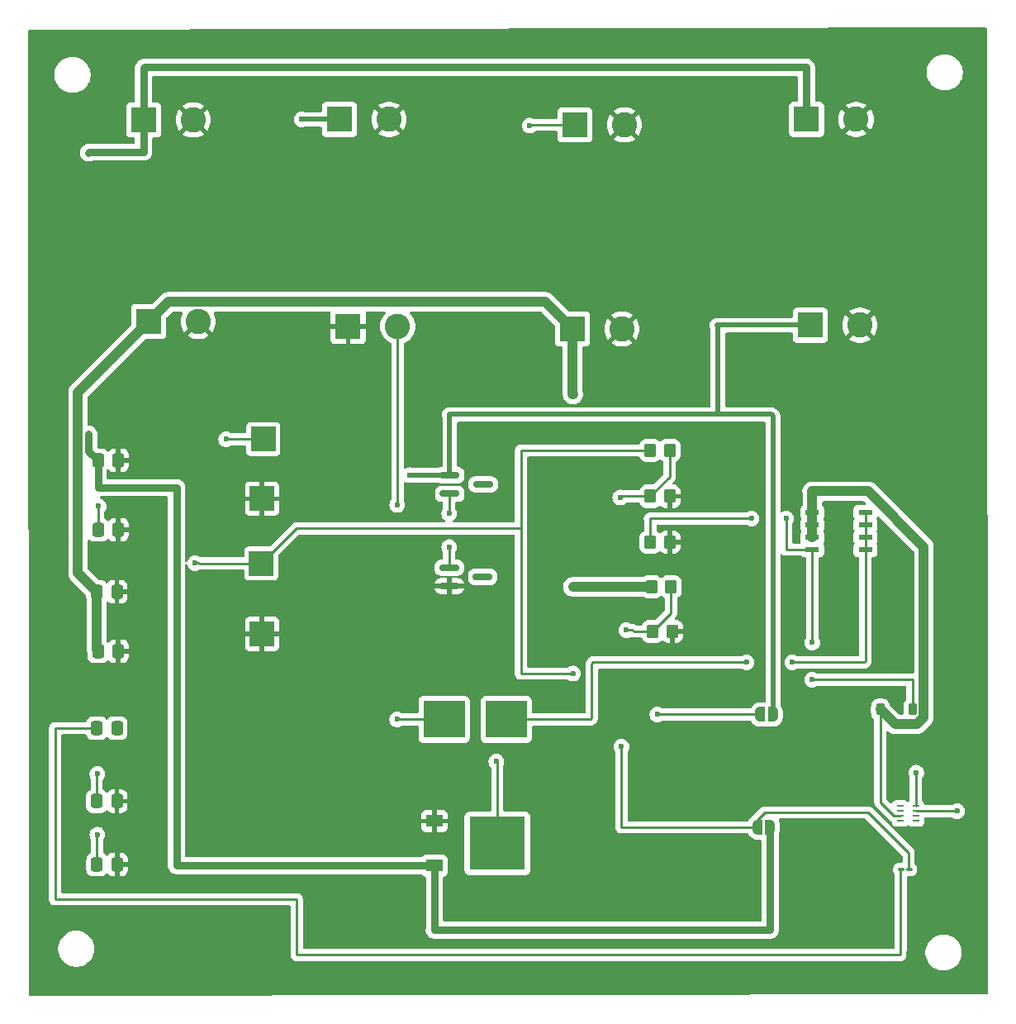
<source format=gbr>
G04 #@! TF.GenerationSoftware,KiCad,Pcbnew,8.0.4*
G04 #@! TF.CreationDate,2024-10-22T19:19:06-05:00*
G04 #@! TF.ProjectId,PCB_split,5043425f-7370-46c6-9974-2e6b69636164,rev?*
G04 #@! TF.SameCoordinates,Original*
G04 #@! TF.FileFunction,Copper,L1,Top*
G04 #@! TF.FilePolarity,Positive*
%FSLAX46Y46*%
G04 Gerber Fmt 4.6, Leading zero omitted, Abs format (unit mm)*
G04 Created by KiCad (PCBNEW 8.0.4) date 2024-10-22 19:19:06*
%MOMM*%
%LPD*%
G01*
G04 APERTURE LIST*
G04 Aperture macros list*
%AMRoundRect*
0 Rectangle with rounded corners*
0 $1 Rounding radius*
0 $2 $3 $4 $5 $6 $7 $8 $9 X,Y pos of 4 corners*
0 Add a 4 corners polygon primitive as box body*
4,1,4,$2,$3,$4,$5,$6,$7,$8,$9,$2,$3,0*
0 Add four circle primitives for the rounded corners*
1,1,$1+$1,$2,$3*
1,1,$1+$1,$4,$5*
1,1,$1+$1,$6,$7*
1,1,$1+$1,$8,$9*
0 Add four rect primitives between the rounded corners*
20,1,$1+$1,$2,$3,$4,$5,0*
20,1,$1+$1,$4,$5,$6,$7,0*
20,1,$1+$1,$6,$7,$8,$9,0*
20,1,$1+$1,$8,$9,$2,$3,0*%
%AMFreePoly0*
4,1,19,0.500000,-0.750000,0.000000,-0.750000,0.000000,-0.744911,-0.071157,-0.744911,-0.207708,-0.704816,-0.327430,-0.627875,-0.420627,-0.520320,-0.479746,-0.390866,-0.500000,-0.250000,-0.500000,0.250000,-0.479746,0.390866,-0.420627,0.520320,-0.327430,0.627875,-0.207708,0.704816,-0.071157,0.744911,0.000000,0.744911,0.000000,0.750000,0.500000,0.750000,0.500000,-0.750000,0.500000,-0.750000,
$1*%
%AMFreePoly1*
4,1,19,0.000000,0.744911,0.071157,0.744911,0.207708,0.704816,0.327430,0.627875,0.420627,0.520320,0.479746,0.390866,0.500000,0.250000,0.500000,-0.250000,0.479746,-0.390866,0.420627,-0.520320,0.327430,-0.627875,0.207708,-0.704816,0.071157,-0.744911,0.000000,-0.744911,0.000000,-0.750000,-0.500000,-0.750000,-0.500000,0.750000,0.000000,0.750000,0.000000,0.744911,0.000000,0.744911,
$1*%
G04 Aperture macros list end*
G04 #@! TA.AperFunction,SMDPad,CuDef*
%ADD10RoundRect,0.250000X-0.337500X-0.475000X0.337500X-0.475000X0.337500X0.475000X-0.337500X0.475000X0*%
G04 #@! TD*
G04 #@! TA.AperFunction,SMDPad,CuDef*
%ADD11FreePoly0,0.000000*%
G04 #@! TD*
G04 #@! TA.AperFunction,SMDPad,CuDef*
%ADD12FreePoly1,0.000000*%
G04 #@! TD*
G04 #@! TA.AperFunction,SMDPad,CuDef*
%ADD13RoundRect,0.250000X-0.350000X-0.450000X0.350000X-0.450000X0.350000X0.450000X-0.350000X0.450000X0*%
G04 #@! TD*
G04 #@! TA.AperFunction,ComponentPad*
%ADD14C,2.600000*%
G04 #@! TD*
G04 #@! TA.AperFunction,ComponentPad*
%ADD15R,2.600000X2.600000*%
G04 #@! TD*
G04 #@! TA.AperFunction,SMDPad,CuDef*
%ADD16R,2.500000X2.500000*%
G04 #@! TD*
G04 #@! TA.AperFunction,SMDPad,CuDef*
%ADD17R,0.711200X0.228600*%
G04 #@! TD*
G04 #@! TA.AperFunction,SMDPad,CuDef*
%ADD18R,5.699998X5.499999*%
G04 #@! TD*
G04 #@! TA.AperFunction,SMDPad,CuDef*
%ADD19R,1.699999X1.300000*%
G04 #@! TD*
G04 #@! TA.AperFunction,SMDPad,CuDef*
%ADD20R,4.240000X3.810000*%
G04 #@! TD*
G04 #@! TA.AperFunction,SMDPad,CuDef*
%ADD21RoundRect,0.162500X-0.837500X-0.162500X0.837500X-0.162500X0.837500X0.162500X-0.837500X0.162500X0*%
G04 #@! TD*
G04 #@! TA.AperFunction,SMDPad,CuDef*
%ADD22R,1.460500X0.558800*%
G04 #@! TD*
G04 #@! TA.AperFunction,SMDPad,CuDef*
%ADD23RoundRect,0.225000X-0.225000X-0.375000X0.225000X-0.375000X0.225000X0.375000X-0.225000X0.375000X0*%
G04 #@! TD*
G04 #@! TA.AperFunction,SMDPad,CuDef*
%ADD24RoundRect,0.100000X-0.217500X-0.100000X0.217500X-0.100000X0.217500X0.100000X-0.217500X0.100000X0*%
G04 #@! TD*
G04 #@! TA.AperFunction,ViaPad*
%ADD25C,0.600000*%
G04 #@! TD*
G04 #@! TA.AperFunction,Conductor*
%ADD26C,0.762000*%
G04 #@! TD*
G04 #@! TA.AperFunction,Conductor*
%ADD27C,0.254000*%
G04 #@! TD*
G04 #@! TA.AperFunction,Conductor*
%ADD28C,1.016000*%
G04 #@! TD*
G04 #@! TA.AperFunction,Conductor*
%ADD29C,0.508000*%
G04 #@! TD*
G04 APERTURE END LIST*
D10*
G04 #@! TO.P,C5,2*
G04 #@! TO.N,/BST*
X97514500Y-104267000D03*
G04 #@! TO.P,C5,1*
G04 #@! TO.N,/SW*
X95439500Y-104267000D03*
G04 #@! TD*
D11*
G04 #@! TO.P,JP2,1,A*
G04 #@! TO.N,Net-(JP2-A)*
X163165000Y-114427000D03*
D12*
G04 #@! TO.P,JP2,2,B*
G04 #@! TO.N,+5V*
X164465000Y-114427000D03*
G04 #@! TD*
D10*
G04 #@! TO.P,C6,2*
G04 #@! TO.N,GND*
X97514500Y-111760000D03*
G04 #@! TO.P,C6,1*
G04 #@! TO.N,/SS*
X95439500Y-111760000D03*
G04 #@! TD*
G04 #@! TO.P,C7,2*
G04 #@! TO.N,GND*
X97536000Y-118237000D03*
G04 #@! TO.P,C7,1*
G04 #@! TO.N,Net-(JP2-A)*
X95461000Y-118237000D03*
G04 #@! TD*
G04 #@! TO.P,C4,2*
G04 #@! TO.N,GND*
X97641500Y-96393000D03*
G04 #@! TO.P,C4,1*
G04 #@! TO.N,+12V*
X95566500Y-96393000D03*
G04 #@! TD*
D13*
G04 #@! TO.P,R2,2*
G04 #@! TO.N,GND*
X154178000Y-80518000D03*
G04 #@! TO.P,R2,1*
G04 #@! TO.N,/FB*
X152178000Y-80518000D03*
G04 #@! TD*
D14*
G04 #@! TO.P,J6,2,Pin_2*
G04 #@! TO.N,GND*
X149282150Y-63373000D03*
D15*
G04 #@! TO.P,J6,1,Pin_1*
G04 #@! TO.N,+12V*
X144202150Y-63373000D03*
G04 #@! TD*
D16*
G04 #@! TO.P,TP4,1,1*
G04 #@! TO.N,GND*
X112395000Y-94615000D03*
G04 #@! TD*
D10*
G04 #@! TO.P,C1,2*
G04 #@! TO.N,GND*
X97641500Y-76835000D03*
G04 #@! TO.P,C1,1*
G04 #@! TO.N,+5V*
X95566500Y-76835000D03*
G04 #@! TD*
D17*
G04 #@! TO.P,U2,1,RT*
G04 #@! TO.N,unconnected-(U2-RT-Pad1)*
X177804376Y-112256811D03*
G04 #@! TO.P,U2,2,EN*
G04 #@! TO.N,unconnected-(U2-EN-Pad2)*
X177804376Y-112756937D03*
G04 #@! TO.P,U2,3,VIN*
G04 #@! TO.N,+12V*
X177804376Y-113257063D03*
G04 #@! TO.P,U2,4,GND*
G04 #@! TO.N,GND*
X177804376Y-113757189D03*
G04 #@! TO.P,U2,5,SW*
G04 #@! TO.N,unconnected-(U2-SW-Pad5)*
X179404576Y-113757189D03*
G04 #@! TO.P,U2,6,BST*
G04 #@! TO.N,unconnected-(U2-BST-Pad6)*
X179404576Y-113257063D03*
G04 #@! TO.P,U2,7,SS*
G04 #@! TO.N,/SS*
X179404576Y-112756937D03*
G04 #@! TO.P,U2,8,FB*
G04 #@! TO.N,/FB*
X179404576Y-112256811D03*
G04 #@! TD*
D18*
G04 #@! TO.P,U1,4,OUT*
G04 #@! TO.N,Net-(JP1-A)*
X136506001Y-116078000D03*
D19*
G04 #@! TO.P,U1,3,INPUT*
G04 #@! TO.N,+5V*
X130066001Y-118362999D03*
G04 #@! TO.P,U1,1,GND*
G04 #@! TO.N,GND*
X130066001Y-113793001D03*
G04 #@! TD*
D14*
G04 #@! TO.P,J7,2,Pin_2*
G04 #@! TO.N,GND*
X173285150Y-41910000D03*
D15*
G04 #@! TO.P,J7,1,Pin_1*
G04 #@! TO.N,+5V*
X168205150Y-41910000D03*
G04 #@! TD*
D11*
G04 #@! TO.P,JP1,1,A*
G04 #@! TO.N,Net-(JP1-A)*
X163449000Y-102870000D03*
D12*
G04 #@! TO.P,JP1,2,B*
G04 #@! TO.N,+3V3*
X164749000Y-102870000D03*
G04 #@! TD*
D14*
G04 #@! TO.P,J4,2,Pin_2*
G04 #@! TO.N,Net-(J4-Pin_2)*
X126295150Y-63119000D03*
D15*
G04 #@! TO.P,J4,1,Pin_1*
G04 #@! TO.N,GND*
X121215150Y-63119000D03*
G04 #@! TD*
D20*
G04 #@! TO.P,F1,2*
G04 #@! TO.N,Net-(F1-Pad2)*
X137414000Y-103378000D03*
G04 #@! TO.P,F1,1*
G04 #@! TO.N,Net-(J4-Pin_2)*
X131044000Y-103378000D03*
G04 #@! TD*
D14*
G04 #@! TO.P,J2,2,Pin_2*
G04 #@! TO.N,GND*
X105848150Y-62611000D03*
D15*
G04 #@! TO.P,J2,1,Pin_1*
G04 #@! TO.N,+12V*
X100768150Y-62611000D03*
G04 #@! TD*
D13*
G04 #@! TO.P,R5,2*
G04 #@! TO.N,GND*
X154432000Y-94361000D03*
G04 #@! TO.P,R5,1*
G04 #@! TO.N,/VBAT_READ*
X152432000Y-94361000D03*
G04 #@! TD*
D21*
G04 #@! TO.P,D2,3*
G04 #@! TO.N,N/C*
X135049150Y-79309000D03*
G04 #@! TO.P,D2,2,A*
G04 #@! TO.N,/VBAT_READ*
X131629150Y-80259000D03*
G04 #@! TO.P,D2,1,K*
G04 #@! TO.N,+3V3*
X131629150Y-78359000D03*
G04 #@! TD*
D14*
G04 #@! TO.P,J5,2,Pin_2*
G04 #@! TO.N,GND*
X149531150Y-42469000D03*
D15*
G04 #@! TO.P,J5,1,Pin_1*
G04 #@! TO.N,/VBAT_READ*
X144451150Y-42469000D03*
G04 #@! TD*
D13*
G04 #@! TO.P,R1,2*
G04 #@! TO.N,/FB*
X154178000Y-75819000D03*
G04 #@! TO.P,R1,1*
G04 #@! TO.N,Net-(JP2-A)*
X152178000Y-75819000D03*
G04 #@! TD*
D22*
G04 #@! TO.P,Q1,1,1*
G04 #@! TO.N,+12V*
X168795700Y-82169000D03*
G04 #@! TO.P,Q1,2,2*
X168795700Y-83439000D03*
G04 #@! TO.P,Q1,3,3*
X168795700Y-84709000D03*
G04 #@! TO.P,Q1,4,4*
G04 #@! TO.N,Net-(D1-A)*
X168795700Y-85979000D03*
G04 #@! TO.P,Q1,5,5*
G04 #@! TO.N,Net-(F1-Pad2)*
X174244000Y-85979000D03*
G04 #@! TO.P,Q1,6,6*
X174244000Y-84709000D03*
G04 #@! TO.P,Q1,7,7*
X174244000Y-83439000D03*
G04 #@! TO.P,Q1,8,8*
X174244000Y-82169000D03*
G04 #@! TD*
D16*
G04 #@! TO.P,TP2,1,1*
G04 #@! TO.N,GND*
X112395000Y-80772000D03*
G04 #@! TD*
D23*
G04 #@! TO.P,D1,1,K*
G04 #@! TO.N,+12V*
X175770000Y-102362000D03*
G04 #@! TO.P,D1,2,A*
G04 #@! TO.N,Net-(D1-A)*
X179070000Y-102362000D03*
G04 #@! TD*
D10*
G04 #@! TO.P,C3,2*
G04 #@! TO.N,GND*
X97514500Y-90297000D03*
G04 #@! TO.P,C3,1*
G04 #@! TO.N,+12V*
X95439500Y-90297000D03*
G04 #@! TD*
D16*
G04 #@! TO.P,TP1,1,1*
G04 #@! TO.N,Net-(JP1-A)*
X112522000Y-74676000D03*
G04 #@! TD*
D21*
G04 #@! TO.P,D3,3*
G04 #@! TO.N,N/C*
X135001000Y-88773000D03*
G04 #@! TO.P,D3,2,A*
G04 #@! TO.N,GND*
X131581000Y-89723000D03*
G04 #@! TO.P,D3,1,K*
G04 #@! TO.N,/VBAT_READ*
X131581000Y-87823000D03*
G04 #@! TD*
D13*
G04 #@! TO.P,R4,2*
G04 #@! TO.N,/VBAT_READ*
X154305000Y-89789000D03*
G04 #@! TO.P,R4,1*
G04 #@! TO.N,+12V*
X152305000Y-89789000D03*
G04 #@! TD*
D14*
G04 #@! TO.P,J1,2,Pin_2*
G04 #@! TO.N,GND*
X105335150Y-41961000D03*
D15*
G04 #@! TO.P,J1,1,Pin_1*
G04 #@! TO.N,+5V*
X100255150Y-41961000D03*
G04 #@! TD*
D16*
G04 #@! TO.P,TP3,1,1*
G04 #@! TO.N,Net-(JP2-A)*
X112325150Y-87398000D03*
G04 #@! TD*
D14*
G04 #@! TO.P,J8,2,Pin_2*
G04 #@! TO.N,GND*
X173666150Y-62992000D03*
D15*
G04 #@! TO.P,J8,1,Pin_1*
G04 #@! TO.N,+3V3*
X168586150Y-62992000D03*
G04 #@! TD*
D14*
G04 #@! TO.P,J3,2,Pin_2*
G04 #@! TO.N,GND*
X125406150Y-41910000D03*
D15*
G04 #@! TO.P,J3,1,Pin_1*
G04 #@! TO.N,+3V3*
X120326150Y-41910000D03*
G04 #@! TD*
D13*
G04 #@! TO.P,R3,2*
G04 #@! TO.N,GND*
X154178000Y-85217000D03*
G04 #@! TO.P,R3,1*
G04 #@! TO.N,Net-(D1-A)*
X152178000Y-85217000D03*
G04 #@! TD*
D24*
G04 #@! TO.P,L1,2,2*
G04 #@! TO.N,Net-(JP2-A)*
X178715500Y-118745000D03*
G04 #@! TO.P,L1,1,1*
G04 #@! TO.N,/SW*
X177900500Y-118745000D03*
G04 #@! TD*
D10*
G04 #@! TO.P,C2,2*
G04 #@! TO.N,GND*
X97641500Y-83947000D03*
G04 #@! TO.P,C2,1*
G04 #@! TO.N,Net-(JP1-A)*
X95566500Y-83947000D03*
G04 #@! TD*
D25*
G04 #@! TO.N,GND*
X140208000Y-95885000D03*
X159512000Y-53975000D03*
X134874000Y-48260000D03*
X155702000Y-99695000D03*
X100584000Y-84836000D03*
X157099000Y-87376000D03*
X120269000Y-93853000D03*
X115951000Y-113538000D03*
G04 #@! TO.N,+12V*
X168783000Y-80010000D03*
X144272000Y-70104000D03*
G04 #@! TO.N,Net-(D1-A)*
X168783000Y-95504000D03*
X168783000Y-99314000D03*
X162560000Y-82804000D03*
X166116000Y-82804000D03*
G04 #@! TO.N,/VBAT_READ*
X149733000Y-94234000D03*
G04 #@! TO.N,Net-(JP2-A)*
X149225000Y-106172000D03*
X144272000Y-98679000D03*
G04 #@! TO.N,Net-(F1-Pad2)*
X162052000Y-97536000D03*
X166751000Y-97536000D03*
G04 #@! TO.N,/VBAT_READ*
X131572000Y-85725000D03*
G04 #@! TO.N,Net-(J4-Pin_2)*
X126238000Y-103378000D03*
X126238000Y-81407000D03*
G04 #@! TO.N,Net-(JP1-A)*
X152908000Y-102870000D03*
X136398000Y-107696000D03*
G04 #@! TO.N,/FB*
X179451000Y-108839000D03*
X149098000Y-80645000D03*
G04 #@! TO.N,/SS*
X183642000Y-112776000D03*
X95504000Y-108966000D03*
G04 #@! TO.N,Net-(JP2-A)*
X105537000Y-87376000D03*
X95504000Y-115189000D03*
G04 #@! TO.N,Net-(JP1-A)*
X108712000Y-74676000D03*
X95631000Y-81534000D03*
G04 #@! TO.N,/VBAT_READ*
X131572000Y-82296000D03*
X139827000Y-42545000D03*
G04 #@! TO.N,+12V*
X144272000Y-89789000D03*
G04 #@! TO.N,+3V3*
X116459000Y-41910000D03*
X127508000Y-78359000D03*
G04 #@! TO.N,+5V*
X94615000Y-74168000D03*
X94615000Y-45339000D03*
G04 #@! TD*
D26*
G04 #@! TO.N,+5V*
X94615000Y-45339000D02*
X94691000Y-45263000D01*
X100255150Y-36650850D02*
X100330000Y-36576000D01*
X94691000Y-45263000D02*
X100255150Y-45263000D01*
X100255150Y-45263000D02*
X100255150Y-36650850D01*
X100330000Y-36576000D02*
X168148000Y-36576000D01*
X168148000Y-36576000D02*
X168205150Y-36633150D01*
X168205150Y-36633150D02*
X168205150Y-41910000D01*
D27*
G04 #@! TO.N,/SS*
X183642000Y-112776000D02*
X180213000Y-112776000D01*
X180213000Y-112776000D02*
X180193937Y-112756937D01*
X180193937Y-112756937D02*
X179404576Y-112756937D01*
G04 #@! TO.N,/FB*
X179451000Y-108839000D02*
X179404576Y-108885424D01*
X179404576Y-108885424D02*
X179404576Y-112256811D01*
G04 #@! TO.N,+12V*
X175770000Y-111846461D02*
X177180602Y-113257063D01*
X177180602Y-113257063D02*
X177804376Y-113257063D01*
G04 #@! TO.N,Net-(JP2-A)*
X163165000Y-114427000D02*
X163165000Y-113672000D01*
X174498000Y-112903000D02*
X178664000Y-117069000D01*
X163165000Y-113672000D02*
X163934000Y-112903000D01*
X163934000Y-112903000D02*
X174498000Y-112903000D01*
X178664000Y-117069000D02*
X178664000Y-118745000D01*
G04 #@! TO.N,+12V*
X175770000Y-111846461D02*
X175770000Y-102362000D01*
D28*
X168783000Y-80010000D02*
X174510650Y-80010000D01*
X174510650Y-80010000D02*
X180228000Y-85727350D01*
X180228000Y-85727350D02*
X180228000Y-103129696D01*
X180228000Y-103129696D02*
X179471696Y-103886000D01*
X179471696Y-103886000D02*
X177294000Y-103886000D01*
X177294000Y-103886000D02*
X175770000Y-102362000D01*
X168795700Y-82169000D02*
X168795700Y-80022700D01*
X168795700Y-80022700D02*
X168783000Y-80010000D01*
X168795700Y-83439000D02*
X168795700Y-84709000D01*
X168795700Y-82169000D02*
X168795700Y-83439000D01*
X144272000Y-89789000D02*
X152305000Y-89789000D01*
X144202150Y-70034150D02*
X144272000Y-70104000D01*
X144202150Y-63373000D02*
X144202150Y-70034150D01*
X100768150Y-62611000D02*
X102776150Y-60603000D01*
X102776150Y-60603000D02*
X141432150Y-60603000D01*
X141432150Y-60603000D02*
X144202150Y-63373000D01*
X95439500Y-90297000D02*
X95439500Y-96266000D01*
X95439500Y-96266000D02*
X95566500Y-96393000D01*
X100768150Y-62611000D02*
X93526000Y-69853150D01*
X93526000Y-69853150D02*
X93526000Y-88383500D01*
X93526000Y-88383500D02*
X95439500Y-90297000D01*
D27*
G04 #@! TO.N,Net-(D1-A)*
X168783000Y-99314000D02*
X179070000Y-99314000D01*
X168795700Y-85979000D02*
X168795700Y-95491300D01*
X168795700Y-95491300D02*
X168783000Y-95504000D01*
X179070000Y-99314000D02*
X179070000Y-102362000D01*
X166116000Y-82804000D02*
X166116000Y-85979000D01*
X166116000Y-85979000D02*
X168795700Y-85979000D01*
X152178000Y-85217000D02*
X152178000Y-82836000D01*
X152146000Y-82804000D02*
X162560000Y-82804000D01*
X152178000Y-82836000D02*
X152146000Y-82804000D01*
G04 #@! TO.N,/VBAT_READ*
X152432000Y-94361000D02*
X154305000Y-92488000D01*
X154305000Y-92488000D02*
X154305000Y-89789000D01*
X150495000Y-94361000D02*
X152432000Y-94361000D01*
X149733000Y-94234000D02*
X150368000Y-94234000D01*
X150368000Y-94234000D02*
X150495000Y-94361000D01*
G04 #@! TO.N,Net-(JP2-A)*
X149225000Y-106172000D02*
X149225000Y-114427000D01*
X138938000Y-83820000D02*
X138938000Y-98679000D01*
X138938000Y-98679000D02*
X144272000Y-98679000D01*
X149225000Y-114427000D02*
X163165000Y-114427000D01*
G04 #@! TO.N,Net-(F1-Pad2)*
X174244000Y-83439000D02*
X174244000Y-82169000D01*
X174244000Y-84709000D02*
X174244000Y-83439000D01*
X174244000Y-85979000D02*
X174244000Y-84709000D01*
X146177000Y-97663000D02*
X146304000Y-97536000D01*
X166751000Y-97536000D02*
X174117000Y-97536000D01*
X146050000Y-103378000D02*
X146177000Y-103251000D01*
X146304000Y-97536000D02*
X162052000Y-97536000D01*
X174117000Y-97536000D02*
X174244000Y-97409000D01*
X137414000Y-103378000D02*
X146050000Y-103378000D01*
X146177000Y-103251000D02*
X146177000Y-97663000D01*
X174244000Y-97409000D02*
X174244000Y-85979000D01*
G04 #@! TO.N,/VBAT_READ*
X131572000Y-85725000D02*
X131572000Y-87814000D01*
X131572000Y-87814000D02*
X131581000Y-87823000D01*
G04 #@! TO.N,Net-(J4-Pin_2)*
X126295150Y-63119000D02*
X126295150Y-81349850D01*
X126295150Y-81349850D02*
X126238000Y-81407000D01*
X126238000Y-103378000D02*
X131044000Y-103378000D01*
G04 #@! TO.N,Net-(JP1-A)*
X152908000Y-102870000D02*
X163449000Y-102870000D01*
X136398000Y-107696000D02*
X136506001Y-107804001D01*
X136506001Y-107804001D02*
X136506001Y-116078000D01*
G04 #@! TO.N,/FB*
X149225000Y-80518000D02*
X149098000Y-80645000D01*
X152178000Y-80518000D02*
X149225000Y-80518000D01*
X154178000Y-75819000D02*
X154178000Y-78518000D01*
X154178000Y-78518000D02*
X152178000Y-80518000D01*
G04 #@! TO.N,Net-(JP2-A)*
X138938000Y-75819000D02*
X138938000Y-83820000D01*
X152178000Y-75819000D02*
X138938000Y-75819000D01*
X115903150Y-83820000D02*
X112325150Y-87398000D01*
X138938000Y-83820000D02*
X115903150Y-83820000D01*
G04 #@! TO.N,/SW*
X95439500Y-104267000D02*
X91186000Y-104267000D01*
X115951000Y-127508000D02*
X177800000Y-127508000D01*
X91186000Y-121793000D02*
X115951000Y-121793000D01*
X91186000Y-104267000D02*
X91186000Y-121793000D01*
X177800000Y-127508000D02*
X177800000Y-127000000D01*
X115951000Y-121793000D02*
X115951000Y-127508000D01*
X177800000Y-127000000D02*
X177849000Y-126951000D01*
X177849000Y-126951000D02*
X177849000Y-118745000D01*
G04 #@! TO.N,/SS*
X95439500Y-111760000D02*
X95439500Y-109030500D01*
X95439500Y-109030500D02*
X95504000Y-108966000D01*
G04 #@! TO.N,Net-(JP2-A)*
X95461000Y-115232000D02*
X95504000Y-115189000D01*
X95461000Y-118237000D02*
X95461000Y-115232000D01*
X105940000Y-87398000D02*
X112325150Y-87398000D01*
X105537000Y-87376000D02*
X105918000Y-87376000D01*
X105918000Y-87376000D02*
X105940000Y-87398000D01*
G04 #@! TO.N,Net-(JP1-A)*
X95566500Y-83947000D02*
X95566500Y-81598500D01*
X95566500Y-81598500D02*
X95631000Y-81534000D01*
X108712000Y-74676000D02*
X112522000Y-74676000D01*
G04 #@! TO.N,/VBAT_READ*
X139903000Y-42469000D02*
X139827000Y-42545000D01*
X144451150Y-42469000D02*
X139903000Y-42469000D01*
X131572000Y-82296000D02*
X131572000Y-80316150D01*
X131572000Y-80316150D02*
X131629150Y-80259000D01*
D29*
G04 #@! TO.N,+3V3*
X159131000Y-72136000D02*
X164592000Y-72136000D01*
X164749000Y-72293000D02*
X164749000Y-102870000D01*
X164592000Y-72136000D02*
X164749000Y-72293000D01*
X159131000Y-63119000D02*
X159004000Y-62992000D01*
X159004000Y-62992000D02*
X168586150Y-62992000D01*
X159131000Y-72136000D02*
X159131000Y-63119000D01*
X131629150Y-72193150D02*
X131572000Y-72136000D01*
X131572000Y-72136000D02*
X159131000Y-72136000D01*
X131629150Y-78359000D02*
X131629150Y-72193150D01*
X120326150Y-41910000D02*
X116459000Y-41910000D01*
X127508000Y-78359000D02*
X131629150Y-78359000D01*
D26*
G04 #@! TO.N,+5V*
X130048000Y-124968000D02*
X164465000Y-124968000D01*
X130066001Y-118362999D02*
X130066001Y-124949999D01*
X130066001Y-124949999D02*
X130048000Y-124968000D01*
X164465000Y-124968000D02*
X164465000Y-114427000D01*
X103632000Y-79629000D02*
X103632000Y-118364000D01*
X104395001Y-118362999D02*
X130066001Y-118362999D01*
X95631000Y-79629000D02*
X103632000Y-79629000D01*
X95566500Y-76835000D02*
X95566500Y-79564500D01*
X95566500Y-79564500D02*
X95631000Y-79629000D01*
X103632000Y-118364000D02*
X104394000Y-118364000D01*
X104394000Y-118364000D02*
X104395001Y-118362999D01*
X94615000Y-75883500D02*
X95566500Y-76835000D01*
X94615000Y-74168000D02*
X94615000Y-75883500D01*
G04 #@! TD*
G04 #@! TA.AperFunction,Conductor*
G04 #@! TO.N,GND*
G36*
X186632929Y-32531832D02*
G01*
X186678820Y-32584517D01*
X186690159Y-32636161D01*
X186817000Y-131445000D01*
X186817000Y-131448160D01*
X186797315Y-131515199D01*
X186744511Y-131560954D01*
X186693160Y-131572160D01*
X88643000Y-131698839D01*
X88575935Y-131679241D01*
X88530112Y-131626496D01*
X88518840Y-131575001D01*
X88512648Y-126751711D01*
X91494500Y-126751711D01*
X91494500Y-126994288D01*
X91526161Y-127234785D01*
X91588947Y-127469104D01*
X91649706Y-127615789D01*
X91681776Y-127693212D01*
X91803064Y-127903289D01*
X91803066Y-127903292D01*
X91803067Y-127903293D01*
X91950733Y-128095736D01*
X91950739Y-128095743D01*
X92122256Y-128267260D01*
X92122262Y-128267265D01*
X92314711Y-128414936D01*
X92524788Y-128536224D01*
X92748900Y-128629054D01*
X92983211Y-128691838D01*
X93163586Y-128715584D01*
X93223711Y-128723500D01*
X93223712Y-128723500D01*
X93466289Y-128723500D01*
X93514388Y-128717167D01*
X93706789Y-128691838D01*
X93941100Y-128629054D01*
X94165212Y-128536224D01*
X94375289Y-128414936D01*
X94567738Y-128267265D01*
X94739265Y-128095738D01*
X94886936Y-127903289D01*
X95008224Y-127693212D01*
X95101054Y-127469100D01*
X95163838Y-127234789D01*
X95195500Y-126994288D01*
X95195500Y-126751712D01*
X95163838Y-126511211D01*
X95101054Y-126276900D01*
X95008224Y-126052788D01*
X94886936Y-125842711D01*
X94786687Y-125712064D01*
X94739266Y-125650263D01*
X94739260Y-125650256D01*
X94567743Y-125478739D01*
X94567736Y-125478733D01*
X94375293Y-125331067D01*
X94375292Y-125331066D01*
X94375289Y-125331064D01*
X94203661Y-125231974D01*
X94165214Y-125209777D01*
X94165205Y-125209773D01*
X93941104Y-125116947D01*
X93709248Y-125054821D01*
X93706789Y-125054162D01*
X93706788Y-125054161D01*
X93706785Y-125054161D01*
X93466289Y-125022500D01*
X93466288Y-125022500D01*
X93223712Y-125022500D01*
X93223711Y-125022500D01*
X92983214Y-125054161D01*
X92748895Y-125116947D01*
X92524794Y-125209773D01*
X92524785Y-125209777D01*
X92314706Y-125331067D01*
X92122263Y-125478733D01*
X92122256Y-125478739D01*
X91950739Y-125650256D01*
X91950733Y-125650263D01*
X91803067Y-125842706D01*
X91681777Y-126052785D01*
X91681773Y-126052794D01*
X91588947Y-126276895D01*
X91526161Y-126511214D01*
X91494500Y-126751711D01*
X88512648Y-126751711D01*
X88506362Y-121854805D01*
X90558499Y-121854805D01*
X90582613Y-121976029D01*
X90582616Y-121976039D01*
X90629913Y-122090226D01*
X90629920Y-122090239D01*
X90698588Y-122193007D01*
X90698591Y-122193011D01*
X90785988Y-122280408D01*
X90785992Y-122280411D01*
X90888760Y-122349079D01*
X90888773Y-122349086D01*
X91002960Y-122396383D01*
X91002965Y-122396385D01*
X91002969Y-122396385D01*
X91002970Y-122396386D01*
X91124194Y-122420500D01*
X91124197Y-122420500D01*
X91247803Y-122420500D01*
X115199500Y-122420500D01*
X115266539Y-122440185D01*
X115312294Y-122492989D01*
X115323500Y-122544500D01*
X115323500Y-127569803D01*
X115323500Y-127569805D01*
X115323499Y-127569805D01*
X115347613Y-127691029D01*
X115347616Y-127691039D01*
X115394913Y-127805226D01*
X115394920Y-127805239D01*
X115463588Y-127908007D01*
X115463591Y-127908011D01*
X115550988Y-127995408D01*
X115550992Y-127995411D01*
X115653760Y-128064079D01*
X115653773Y-128064086D01*
X115767960Y-128111383D01*
X115767965Y-128111385D01*
X115767969Y-128111385D01*
X115767970Y-128111386D01*
X115889194Y-128135500D01*
X115889197Y-128135500D01*
X177861805Y-128135500D01*
X177943361Y-128119276D01*
X177983035Y-128111385D01*
X178097233Y-128064083D01*
X178200008Y-127995411D01*
X178287411Y-127908008D01*
X178356083Y-127805233D01*
X178403385Y-127691035D01*
X178418353Y-127615789D01*
X178427500Y-127569805D01*
X178427500Y-127218777D01*
X178436939Y-127171324D01*
X178452385Y-127134035D01*
X178452648Y-127132711D01*
X180394500Y-127132711D01*
X180394500Y-127375288D01*
X180426161Y-127615785D01*
X180488947Y-127850104D01*
X180577579Y-128064079D01*
X180581776Y-128074212D01*
X180703064Y-128284289D01*
X180703066Y-128284292D01*
X180703067Y-128284293D01*
X180850733Y-128476736D01*
X180850739Y-128476743D01*
X181022256Y-128648260D01*
X181022263Y-128648266D01*
X181120310Y-128723500D01*
X181214711Y-128795936D01*
X181424788Y-128917224D01*
X181648900Y-129010054D01*
X181883211Y-129072838D01*
X182063586Y-129096584D01*
X182123711Y-129104500D01*
X182123712Y-129104500D01*
X182366289Y-129104500D01*
X182414388Y-129098167D01*
X182606789Y-129072838D01*
X182841100Y-129010054D01*
X183065212Y-128917224D01*
X183275289Y-128795936D01*
X183467738Y-128648265D01*
X183639265Y-128476738D01*
X183786936Y-128284289D01*
X183908224Y-128074212D01*
X184001054Y-127850100D01*
X184063838Y-127615789D01*
X184095500Y-127375288D01*
X184095500Y-127132712D01*
X184063838Y-126892211D01*
X184001054Y-126657900D01*
X183908224Y-126433788D01*
X183786936Y-126223711D01*
X183655787Y-126052794D01*
X183639266Y-126031263D01*
X183639260Y-126031256D01*
X183467743Y-125859739D01*
X183467736Y-125859733D01*
X183275293Y-125712067D01*
X183275292Y-125712066D01*
X183275289Y-125712064D01*
X183065212Y-125590776D01*
X183065205Y-125590773D01*
X182841104Y-125497947D01*
X182606785Y-125435161D01*
X182366289Y-125403500D01*
X182366288Y-125403500D01*
X182123712Y-125403500D01*
X182123711Y-125403500D01*
X181883214Y-125435161D01*
X181648895Y-125497947D01*
X181424794Y-125590773D01*
X181424785Y-125590777D01*
X181214706Y-125712067D01*
X181022263Y-125859733D01*
X181022256Y-125859739D01*
X180850739Y-126031256D01*
X180850733Y-126031263D01*
X180703067Y-126223706D01*
X180581777Y-126433785D01*
X180581773Y-126433794D01*
X180488947Y-126657895D01*
X180426161Y-126892214D01*
X180394500Y-127132711D01*
X178452648Y-127132711D01*
X178476500Y-127012804D01*
X178476500Y-126889197D01*
X178476500Y-119569499D01*
X178496185Y-119502460D01*
X178548989Y-119456705D01*
X178600500Y-119445499D01*
X178972363Y-119445499D01*
X179089753Y-119430046D01*
X179089757Y-119430044D01*
X179089762Y-119430044D01*
X179235841Y-119369536D01*
X179361282Y-119273282D01*
X179457536Y-119147841D01*
X179518044Y-119001762D01*
X179533500Y-118884361D01*
X179533499Y-118605640D01*
X179533499Y-118605638D01*
X179533499Y-118605636D01*
X179518046Y-118488246D01*
X179518044Y-118488239D01*
X179518044Y-118488238D01*
X179457536Y-118342159D01*
X179361282Y-118216718D01*
X179359983Y-118215721D01*
X179340011Y-118200395D01*
X179298810Y-118143966D01*
X179291500Y-118102021D01*
X179291500Y-117007196D01*
X179291499Y-117007192D01*
X179267387Y-116885973D01*
X179267386Y-116885966D01*
X179222407Y-116777379D01*
X179220763Y-116772784D01*
X179151414Y-116668996D01*
X179151413Y-116668994D01*
X179151411Y-116668992D01*
X179064008Y-116581589D01*
X177032792Y-114550373D01*
X174898011Y-112415591D01*
X174898006Y-112415587D01*
X174856415Y-112387798D01*
X174856413Y-112387796D01*
X174795233Y-112346917D01*
X174795226Y-112346913D01*
X174761785Y-112333062D01*
X174681035Y-112299614D01*
X174681027Y-112299612D01*
X174559807Y-112275500D01*
X174559803Y-112275500D01*
X163872197Y-112275500D01*
X163872195Y-112275500D01*
X163750970Y-112299613D01*
X163750960Y-112299616D01*
X163636773Y-112346913D01*
X163636766Y-112346917D01*
X163606176Y-112367357D01*
X163575586Y-112387797D01*
X163575585Y-112387798D01*
X163533989Y-112415590D01*
X163533988Y-112415591D01*
X162764992Y-113184589D01*
X162677591Y-113271989D01*
X162677585Y-113271997D01*
X162664989Y-113290848D01*
X162628927Y-113326272D01*
X162566525Y-113366375D01*
X162565082Y-113367196D01*
X162560901Y-113369988D01*
X162452169Y-113464207D01*
X162452166Y-113464210D01*
X162358018Y-113572864D01*
X162358015Y-113572867D01*
X162284309Y-113687559D01*
X162280230Y-113693906D01*
X162265109Y-113727014D01*
X162219355Y-113779816D01*
X162152317Y-113799500D01*
X149976500Y-113799500D01*
X149909461Y-113779815D01*
X149863706Y-113727011D01*
X149852500Y-113675500D01*
X149852500Y-106713671D01*
X149871507Y-106647698D01*
X149950788Y-106521524D01*
X150010368Y-106351254D01*
X150010369Y-106351249D01*
X150030565Y-106172003D01*
X150030565Y-106171996D01*
X150010369Y-105992750D01*
X150010368Y-105992745D01*
X149950788Y-105822476D01*
X149911582Y-105760080D01*
X149854816Y-105669738D01*
X149727262Y-105542184D01*
X149700436Y-105525328D01*
X149574523Y-105446211D01*
X149404254Y-105386631D01*
X149404249Y-105386630D01*
X149225004Y-105366435D01*
X149224996Y-105366435D01*
X149045750Y-105386630D01*
X149045745Y-105386631D01*
X148875476Y-105446211D01*
X148722737Y-105542184D01*
X148595184Y-105669737D01*
X148499211Y-105822476D01*
X148439631Y-105992745D01*
X148439630Y-105992750D01*
X148419435Y-106171996D01*
X148419435Y-106172003D01*
X148439630Y-106351249D01*
X148439631Y-106351254D01*
X148499211Y-106521524D01*
X148578493Y-106647698D01*
X148597500Y-106713671D01*
X148597500Y-114365197D01*
X148597500Y-114488803D01*
X148597500Y-114488805D01*
X148597499Y-114488805D01*
X148621613Y-114610029D01*
X148621616Y-114610039D01*
X148668913Y-114724226D01*
X148668920Y-114724239D01*
X148737588Y-114827007D01*
X148737591Y-114827011D01*
X148824988Y-114914408D01*
X148824992Y-114914411D01*
X148927760Y-114983079D01*
X148927773Y-114983086D01*
X148992135Y-115009745D01*
X149041965Y-115030385D01*
X149041969Y-115030385D01*
X149041970Y-115030386D01*
X149163194Y-115054500D01*
X149163197Y-115054500D01*
X162152317Y-115054500D01*
X162219356Y-115074185D01*
X162265109Y-115126985D01*
X162280230Y-115160094D01*
X162302166Y-115194228D01*
X162358015Y-115281132D01*
X162358018Y-115281136D01*
X162433506Y-115368254D01*
X162452168Y-115389791D01*
X162452171Y-115389794D01*
X162560909Y-115484015D01*
X162621386Y-115522881D01*
X162681857Y-115561744D01*
X162681863Y-115561747D01*
X162812741Y-115621517D01*
X162950696Y-115662024D01*
X163093111Y-115682500D01*
X163459500Y-115682500D01*
X163526539Y-115702185D01*
X163572294Y-115754989D01*
X163583500Y-115806500D01*
X163583500Y-123962500D01*
X163563815Y-124029539D01*
X163511011Y-124075294D01*
X163459500Y-124086500D01*
X131071501Y-124086500D01*
X131004462Y-124066815D01*
X130958707Y-124014011D01*
X130947501Y-123962500D01*
X130947501Y-119621525D01*
X130967186Y-119554486D01*
X131019990Y-119508731D01*
X131028168Y-119505343D01*
X131143036Y-119462500D01*
X131158332Y-119456795D01*
X131273547Y-119370545D01*
X131359797Y-119255330D01*
X131410092Y-119120482D01*
X131416501Y-119060872D01*
X131416500Y-117665127D01*
X131410499Y-117609302D01*
X131410092Y-117605515D01*
X131359798Y-117470670D01*
X131359794Y-117470663D01*
X131273548Y-117355454D01*
X131273545Y-117355451D01*
X131158336Y-117269205D01*
X131158329Y-117269201D01*
X131023483Y-117218907D01*
X131023484Y-117218907D01*
X130963884Y-117212500D01*
X130963882Y-117212499D01*
X130963874Y-117212499D01*
X130963865Y-117212499D01*
X129168130Y-117212499D01*
X129168124Y-117212500D01*
X129108517Y-117218907D01*
X128973672Y-117269201D01*
X128973665Y-117269205D01*
X128858457Y-117355451D01*
X128858456Y-117355452D01*
X128858455Y-117355453D01*
X128801292Y-117431811D01*
X128745361Y-117473681D01*
X128702028Y-117481499D01*
X104637500Y-117481499D01*
X104570461Y-117461814D01*
X104524706Y-117409010D01*
X104513500Y-117357499D01*
X104513500Y-114490845D01*
X128716001Y-114490845D01*
X128722402Y-114550373D01*
X128722404Y-114550380D01*
X128772646Y-114685087D01*
X128772650Y-114685094D01*
X128858810Y-114800188D01*
X128858813Y-114800191D01*
X128973907Y-114886351D01*
X128973914Y-114886355D01*
X129108621Y-114936597D01*
X129108628Y-114936599D01*
X129168156Y-114943000D01*
X129168173Y-114943001D01*
X129816001Y-114943001D01*
X130316001Y-114943001D01*
X130963829Y-114943001D01*
X130963845Y-114943000D01*
X131023373Y-114936599D01*
X131023380Y-114936597D01*
X131158087Y-114886355D01*
X131158094Y-114886351D01*
X131273188Y-114800191D01*
X131273191Y-114800188D01*
X131359351Y-114685094D01*
X131359355Y-114685087D01*
X131409597Y-114550380D01*
X131409599Y-114550373D01*
X131416000Y-114490845D01*
X131416001Y-114490828D01*
X131416001Y-114043001D01*
X130316001Y-114043001D01*
X130316001Y-114943001D01*
X129816001Y-114943001D01*
X129816001Y-114043001D01*
X128716001Y-114043001D01*
X128716001Y-114490845D01*
X104513500Y-114490845D01*
X104513500Y-113095156D01*
X128716001Y-113095156D01*
X128716001Y-113543001D01*
X129816001Y-113543001D01*
X130316001Y-113543001D01*
X131416001Y-113543001D01*
X131416001Y-113280135D01*
X133155502Y-113280135D01*
X133155502Y-118875870D01*
X133155503Y-118875876D01*
X133161910Y-118935483D01*
X133212204Y-119070328D01*
X133212208Y-119070335D01*
X133298454Y-119185544D01*
X133298457Y-119185547D01*
X133413666Y-119271793D01*
X133413673Y-119271797D01*
X133548519Y-119322091D01*
X133548518Y-119322091D01*
X133555446Y-119322835D01*
X133608129Y-119328500D01*
X139403872Y-119328499D01*
X139463483Y-119322091D01*
X139598331Y-119271796D01*
X139713546Y-119185546D01*
X139799796Y-119070331D01*
X139850091Y-118935483D01*
X139856500Y-118875873D01*
X139856499Y-113280128D01*
X139850091Y-113220517D01*
X139803334Y-113095156D01*
X139799797Y-113085671D01*
X139799793Y-113085664D01*
X139713547Y-112970455D01*
X139713544Y-112970452D01*
X139598335Y-112884206D01*
X139598328Y-112884202D01*
X139463482Y-112833908D01*
X139463483Y-112833908D01*
X139403883Y-112827501D01*
X139403881Y-112827500D01*
X139403873Y-112827500D01*
X139403865Y-112827500D01*
X137257501Y-112827500D01*
X137190462Y-112807815D01*
X137144707Y-112755011D01*
X137133501Y-112703500D01*
X137133501Y-108038833D01*
X137140460Y-107997878D01*
X137183367Y-107875257D01*
X137183368Y-107875255D01*
X137203565Y-107696000D01*
X137183368Y-107516745D01*
X137123789Y-107346478D01*
X137027816Y-107193738D01*
X136900262Y-107066184D01*
X136747523Y-106970211D01*
X136577254Y-106910631D01*
X136577249Y-106910630D01*
X136398004Y-106890435D01*
X136397996Y-106890435D01*
X136218750Y-106910630D01*
X136218745Y-106910631D01*
X136048476Y-106970211D01*
X135895737Y-107066184D01*
X135768184Y-107193737D01*
X135672211Y-107346476D01*
X135612631Y-107516745D01*
X135612630Y-107516750D01*
X135592435Y-107695996D01*
X135592435Y-107696003D01*
X135612630Y-107875249D01*
X135612631Y-107875254D01*
X135672211Y-108045523D01*
X135768184Y-108198262D01*
X135842182Y-108272260D01*
X135875667Y-108333583D01*
X135878501Y-108359941D01*
X135878501Y-112703500D01*
X135858816Y-112770539D01*
X135806012Y-112816294D01*
X135754501Y-112827500D01*
X133608131Y-112827500D01*
X133608125Y-112827501D01*
X133548518Y-112833908D01*
X133413673Y-112884202D01*
X133413666Y-112884206D01*
X133298457Y-112970452D01*
X133298454Y-112970455D01*
X133212208Y-113085664D01*
X133212204Y-113085671D01*
X133161910Y-113220517D01*
X133155503Y-113280116D01*
X133155503Y-113280123D01*
X133155502Y-113280135D01*
X131416001Y-113280135D01*
X131416001Y-113095173D01*
X131416000Y-113095156D01*
X131409599Y-113035628D01*
X131409597Y-113035621D01*
X131359355Y-112900914D01*
X131359351Y-112900907D01*
X131273191Y-112785813D01*
X131273188Y-112785810D01*
X131158094Y-112699650D01*
X131158087Y-112699646D01*
X131023380Y-112649404D01*
X131023373Y-112649402D01*
X130963845Y-112643001D01*
X130316001Y-112643001D01*
X130316001Y-113543001D01*
X129816001Y-113543001D01*
X129816001Y-112643001D01*
X129168156Y-112643001D01*
X129108628Y-112649402D01*
X129108621Y-112649404D01*
X128973914Y-112699646D01*
X128973907Y-112699650D01*
X128858813Y-112785810D01*
X128858810Y-112785813D01*
X128772650Y-112900907D01*
X128772646Y-112900914D01*
X128722404Y-113035621D01*
X128722402Y-113035628D01*
X128716001Y-113095156D01*
X104513500Y-113095156D01*
X104513500Y-103377996D01*
X125432435Y-103377996D01*
X125432435Y-103378003D01*
X125452630Y-103557249D01*
X125452631Y-103557254D01*
X125512211Y-103727523D01*
X125578358Y-103832794D01*
X125608184Y-103880262D01*
X125735738Y-104007816D01*
X125762300Y-104024506D01*
X125847417Y-104077989D01*
X125888478Y-104103789D01*
X125961956Y-104129500D01*
X126058745Y-104163368D01*
X126058750Y-104163369D01*
X126237996Y-104183565D01*
X126238000Y-104183565D01*
X126238004Y-104183565D01*
X126417249Y-104163369D01*
X126417252Y-104163368D01*
X126417255Y-104163368D01*
X126587522Y-104103789D01*
X126713700Y-104024505D01*
X126779672Y-104005500D01*
X128299501Y-104005500D01*
X128366540Y-104025185D01*
X128412295Y-104077989D01*
X128423501Y-104129500D01*
X128423501Y-105330876D01*
X128429908Y-105390483D01*
X128480202Y-105525328D01*
X128480206Y-105525335D01*
X128566452Y-105640544D01*
X128566455Y-105640547D01*
X128681664Y-105726793D01*
X128681671Y-105726797D01*
X128816517Y-105777091D01*
X128816516Y-105777091D01*
X128823444Y-105777835D01*
X128876127Y-105783500D01*
X133211872Y-105783499D01*
X133271483Y-105777091D01*
X133406331Y-105726796D01*
X133521546Y-105640546D01*
X133607796Y-105525331D01*
X133658091Y-105390483D01*
X133664500Y-105330873D01*
X133664499Y-101425135D01*
X134793500Y-101425135D01*
X134793500Y-105330870D01*
X134793501Y-105330876D01*
X134799908Y-105390483D01*
X134850202Y-105525328D01*
X134850206Y-105525335D01*
X134936452Y-105640544D01*
X134936455Y-105640547D01*
X135051664Y-105726793D01*
X135051671Y-105726797D01*
X135186517Y-105777091D01*
X135186516Y-105777091D01*
X135193444Y-105777835D01*
X135246127Y-105783500D01*
X139581872Y-105783499D01*
X139641483Y-105777091D01*
X139776331Y-105726796D01*
X139891546Y-105640546D01*
X139977796Y-105525331D01*
X140028091Y-105390483D01*
X140034500Y-105330873D01*
X140034500Y-104129500D01*
X140054185Y-104062461D01*
X140106989Y-104016706D01*
X140158500Y-104005500D01*
X146111804Y-104005500D01*
X146111805Y-104005499D01*
X146233035Y-103981386D01*
X146313784Y-103947937D01*
X146347233Y-103934083D01*
X146450008Y-103865411D01*
X146537411Y-103778008D01*
X146664411Y-103651008D01*
X146703951Y-103591832D01*
X146703952Y-103591831D01*
X146733078Y-103548241D01*
X146733079Y-103548238D01*
X146733083Y-103548233D01*
X146780385Y-103434035D01*
X146792673Y-103372262D01*
X146804500Y-103312805D01*
X146804500Y-98287500D01*
X146824185Y-98220461D01*
X146876989Y-98174706D01*
X146928500Y-98163500D01*
X161510328Y-98163500D01*
X161576299Y-98182505D01*
X161702478Y-98261789D01*
X161775956Y-98287500D01*
X161872745Y-98321368D01*
X161872750Y-98321369D01*
X162051996Y-98341565D01*
X162052000Y-98341565D01*
X162052004Y-98341565D01*
X162231249Y-98321369D01*
X162231252Y-98321368D01*
X162231255Y-98321368D01*
X162401522Y-98261789D01*
X162554262Y-98165816D01*
X162681816Y-98038262D01*
X162777789Y-97885522D01*
X162837368Y-97715255D01*
X162838385Y-97706233D01*
X162857565Y-97536003D01*
X162857565Y-97535996D01*
X162837369Y-97356750D01*
X162837368Y-97356745D01*
X162778089Y-97187336D01*
X162777789Y-97186478D01*
X162681816Y-97033738D01*
X162554262Y-96906184D01*
X162527700Y-96889494D01*
X162401523Y-96810211D01*
X162231254Y-96750631D01*
X162231249Y-96750630D01*
X162052004Y-96730435D01*
X162051996Y-96730435D01*
X161872750Y-96750630D01*
X161872745Y-96750631D01*
X161702476Y-96810211D01*
X161576300Y-96889494D01*
X161510328Y-96908500D01*
X146242195Y-96908500D01*
X146120970Y-96932613D01*
X146120960Y-96932616D01*
X146006773Y-96979913D01*
X146006766Y-96979917D01*
X145976176Y-97000357D01*
X145945586Y-97020797D01*
X145945585Y-97020798D01*
X145903991Y-97048589D01*
X145840492Y-97112089D01*
X145776992Y-97175589D01*
X145689589Y-97262992D01*
X145626946Y-97356745D01*
X145620916Y-97365769D01*
X145607061Y-97399214D01*
X145607062Y-97399215D01*
X145573615Y-97479962D01*
X145573612Y-97479972D01*
X145559123Y-97552815D01*
X145549500Y-97601192D01*
X145549500Y-102626500D01*
X145529815Y-102693539D01*
X145477011Y-102739294D01*
X145425500Y-102750500D01*
X140158499Y-102750500D01*
X140091460Y-102730815D01*
X140045705Y-102678011D01*
X140034499Y-102626500D01*
X140034499Y-101425129D01*
X140034498Y-101425123D01*
X140034497Y-101425116D01*
X140028091Y-101365517D01*
X139993081Y-101271651D01*
X139977797Y-101230671D01*
X139977793Y-101230664D01*
X139891547Y-101115455D01*
X139891544Y-101115452D01*
X139776335Y-101029206D01*
X139776328Y-101029202D01*
X139641482Y-100978908D01*
X139641483Y-100978908D01*
X139581883Y-100972501D01*
X139581881Y-100972500D01*
X139581873Y-100972500D01*
X139581864Y-100972500D01*
X135246129Y-100972500D01*
X135246123Y-100972501D01*
X135186516Y-100978908D01*
X135051671Y-101029202D01*
X135051664Y-101029206D01*
X134936455Y-101115452D01*
X134936452Y-101115455D01*
X134850206Y-101230664D01*
X134850202Y-101230671D01*
X134799908Y-101365517D01*
X134794986Y-101411303D01*
X134793501Y-101425123D01*
X134793500Y-101425135D01*
X133664499Y-101425135D01*
X133664499Y-101425128D01*
X133658091Y-101365517D01*
X133623081Y-101271651D01*
X133607797Y-101230671D01*
X133607793Y-101230664D01*
X133521547Y-101115455D01*
X133521544Y-101115452D01*
X133406335Y-101029206D01*
X133406328Y-101029202D01*
X133271482Y-100978908D01*
X133271483Y-100978908D01*
X133211883Y-100972501D01*
X133211881Y-100972500D01*
X133211873Y-100972500D01*
X133211864Y-100972500D01*
X128876129Y-100972500D01*
X128876123Y-100972501D01*
X128816516Y-100978908D01*
X128681671Y-101029202D01*
X128681664Y-101029206D01*
X128566455Y-101115452D01*
X128566452Y-101115455D01*
X128480206Y-101230664D01*
X128480202Y-101230671D01*
X128429908Y-101365517D01*
X128424986Y-101411303D01*
X128423501Y-101425123D01*
X128423500Y-101425135D01*
X128423500Y-102626500D01*
X128403815Y-102693539D01*
X128351011Y-102739294D01*
X128299500Y-102750500D01*
X126779672Y-102750500D01*
X126713700Y-102731494D01*
X126587523Y-102652211D01*
X126417254Y-102592631D01*
X126417249Y-102592630D01*
X126238004Y-102572435D01*
X126237996Y-102572435D01*
X126058750Y-102592630D01*
X126058745Y-102592631D01*
X125888476Y-102652211D01*
X125735737Y-102748184D01*
X125608184Y-102875737D01*
X125512211Y-103028476D01*
X125452631Y-103198745D01*
X125452630Y-103198750D01*
X125432435Y-103377996D01*
X104513500Y-103377996D01*
X104513500Y-95912844D01*
X110645000Y-95912844D01*
X110651401Y-95972372D01*
X110651403Y-95972379D01*
X110701645Y-96107086D01*
X110701649Y-96107093D01*
X110787809Y-96222187D01*
X110787812Y-96222190D01*
X110902906Y-96308350D01*
X110902913Y-96308354D01*
X111037620Y-96358596D01*
X111037627Y-96358598D01*
X111097155Y-96364999D01*
X111097172Y-96365000D01*
X112145000Y-96365000D01*
X112645000Y-96365000D01*
X113692828Y-96365000D01*
X113692844Y-96364999D01*
X113752372Y-96358598D01*
X113752379Y-96358596D01*
X113887086Y-96308354D01*
X113887093Y-96308350D01*
X114002187Y-96222190D01*
X114002190Y-96222187D01*
X114088350Y-96107093D01*
X114088354Y-96107086D01*
X114138596Y-95972379D01*
X114138598Y-95972372D01*
X114144999Y-95912844D01*
X114145000Y-95912827D01*
X114145000Y-94865000D01*
X112645000Y-94865000D01*
X112645000Y-96365000D01*
X112145000Y-96365000D01*
X112145000Y-94865000D01*
X110645000Y-94865000D01*
X110645000Y-95912844D01*
X104513500Y-95912844D01*
X104513500Y-93317155D01*
X110645000Y-93317155D01*
X110645000Y-94365000D01*
X112145000Y-94365000D01*
X112645000Y-94365000D01*
X114145000Y-94365000D01*
X114145000Y-93317172D01*
X114144999Y-93317155D01*
X114138598Y-93257627D01*
X114138596Y-93257620D01*
X114088354Y-93122913D01*
X114088350Y-93122906D01*
X114002190Y-93007812D01*
X114002187Y-93007809D01*
X113887093Y-92921649D01*
X113887086Y-92921645D01*
X113752379Y-92871403D01*
X113752372Y-92871401D01*
X113692844Y-92865000D01*
X112645000Y-92865000D01*
X112645000Y-94365000D01*
X112145000Y-94365000D01*
X112145000Y-92865000D01*
X111097155Y-92865000D01*
X111037627Y-92871401D01*
X111037620Y-92871403D01*
X110902913Y-92921645D01*
X110902906Y-92921649D01*
X110787812Y-93007809D01*
X110787809Y-93007812D01*
X110701649Y-93122906D01*
X110701645Y-93122913D01*
X110651403Y-93257620D01*
X110651401Y-93257627D01*
X110645000Y-93317155D01*
X104513500Y-93317155D01*
X104513500Y-89973000D01*
X130084085Y-89973000D01*
X130087064Y-90005792D01*
X130087067Y-90005802D01*
X130134927Y-90159392D01*
X130218163Y-90297080D01*
X130331919Y-90410836D01*
X130469603Y-90494070D01*
X130623207Y-90541934D01*
X130689957Y-90548000D01*
X131331000Y-90548000D01*
X131831000Y-90548000D01*
X132472043Y-90548000D01*
X132538792Y-90541934D01*
X132692396Y-90494070D01*
X132830080Y-90410836D01*
X132943836Y-90297080D01*
X133027072Y-90159392D01*
X133074932Y-90005802D01*
X133074935Y-90005792D01*
X133077914Y-89973000D01*
X131831000Y-89973000D01*
X131831000Y-90548000D01*
X131331000Y-90548000D01*
X131331000Y-89973000D01*
X130084085Y-89973000D01*
X104513500Y-89973000D01*
X104513500Y-89472999D01*
X130084085Y-89472999D01*
X130084085Y-89473000D01*
X131331000Y-89473000D01*
X131831000Y-89473000D01*
X133077915Y-89473000D01*
X133077914Y-89472999D01*
X133074935Y-89440207D01*
X133074932Y-89440197D01*
X133027072Y-89286607D01*
X132943836Y-89148919D01*
X132830080Y-89035163D01*
X132692396Y-88951929D01*
X132538792Y-88904065D01*
X132472043Y-88898000D01*
X131831000Y-88898000D01*
X131831000Y-89473000D01*
X131331000Y-89473000D01*
X131331000Y-88898000D01*
X130689957Y-88898000D01*
X130623207Y-88904065D01*
X130469603Y-88951929D01*
X130331919Y-89035163D01*
X130218163Y-89148919D01*
X130134927Y-89286607D01*
X130087067Y-89440197D01*
X130087064Y-89440207D01*
X130084085Y-89472999D01*
X104513500Y-89472999D01*
X104513500Y-87604526D01*
X104533185Y-87537487D01*
X104585989Y-87491732D01*
X104655147Y-87481788D01*
X104718703Y-87510813D01*
X104754542Y-87563571D01*
X104811211Y-87725523D01*
X104907184Y-87878262D01*
X105034738Y-88005816D01*
X105187478Y-88101789D01*
X105199207Y-88105893D01*
X105357745Y-88161368D01*
X105357750Y-88161369D01*
X105536996Y-88181565D01*
X105537000Y-88181565D01*
X105537004Y-88181565D01*
X105716249Y-88161369D01*
X105716252Y-88161368D01*
X105716255Y-88161368D01*
X105886522Y-88101789D01*
X105977687Y-88044505D01*
X106043659Y-88025500D01*
X110450651Y-88025500D01*
X110517690Y-88045185D01*
X110563445Y-88097989D01*
X110574651Y-88149500D01*
X110574651Y-88695876D01*
X110581058Y-88755483D01*
X110631352Y-88890328D01*
X110631356Y-88890335D01*
X110717602Y-89005544D01*
X110717605Y-89005547D01*
X110832814Y-89091793D01*
X110832821Y-89091797D01*
X110967667Y-89142091D01*
X110967666Y-89142091D01*
X110974594Y-89142835D01*
X111027277Y-89148500D01*
X113623022Y-89148499D01*
X113682633Y-89142091D01*
X113817481Y-89091796D01*
X113932696Y-89005546D01*
X114018946Y-88890331D01*
X114069241Y-88755483D01*
X114075650Y-88695873D01*
X114075649Y-87606911D01*
X130080500Y-87606911D01*
X130080500Y-88039098D01*
X130086568Y-88105882D01*
X130086571Y-88105893D01*
X130134467Y-88259598D01*
X130134468Y-88259600D01*
X130134469Y-88259602D01*
X130180894Y-88336398D01*
X130217766Y-88397391D01*
X130331608Y-88511233D01*
X130331610Y-88511234D01*
X130331612Y-88511236D01*
X130469398Y-88594531D01*
X130623113Y-88642430D01*
X130689909Y-88648500D01*
X132472090Y-88648499D01*
X132472097Y-88648499D01*
X132538882Y-88642431D01*
X132538885Y-88642430D01*
X132538887Y-88642430D01*
X132692602Y-88594531D01*
X132754833Y-88556911D01*
X133500500Y-88556911D01*
X133500500Y-88989098D01*
X133506568Y-89055882D01*
X133506571Y-89055893D01*
X133554467Y-89209598D01*
X133554468Y-89209600D01*
X133554469Y-89209602D01*
X133615946Y-89311296D01*
X133637766Y-89347391D01*
X133751608Y-89461233D01*
X133751610Y-89461234D01*
X133751612Y-89461236D01*
X133889398Y-89544531D01*
X134043113Y-89592430D01*
X134109909Y-89598500D01*
X135892090Y-89598499D01*
X135892097Y-89598499D01*
X135958882Y-89592431D01*
X135958885Y-89592430D01*
X135958887Y-89592430D01*
X136112602Y-89544531D01*
X136250388Y-89461236D01*
X136364236Y-89347388D01*
X136447531Y-89209602D01*
X136495430Y-89055887D01*
X136501500Y-88989091D01*
X136501499Y-88556910D01*
X136501499Y-88556909D01*
X136501499Y-88556901D01*
X136495431Y-88490117D01*
X136495428Y-88490106D01*
X136447532Y-88336401D01*
X136447531Y-88336400D01*
X136447531Y-88336398D01*
X136364236Y-88198612D01*
X136364234Y-88198610D01*
X136364233Y-88198608D01*
X136250391Y-88084766D01*
X136183793Y-88044506D01*
X136112602Y-88001469D01*
X135958887Y-87953570D01*
X135958885Y-87953569D01*
X135958883Y-87953569D01*
X135912117Y-87949319D01*
X135892091Y-87947500D01*
X135892088Y-87947500D01*
X134109901Y-87947500D01*
X134043117Y-87953568D01*
X134043106Y-87953571D01*
X133889401Y-88001467D01*
X133751608Y-88084766D01*
X133637766Y-88198608D01*
X133554469Y-88336397D01*
X133506569Y-88490116D01*
X133500500Y-88556911D01*
X132754833Y-88556911D01*
X132830388Y-88511236D01*
X132944236Y-88397388D01*
X133027531Y-88259602D01*
X133075430Y-88105887D01*
X133081500Y-88039091D01*
X133081499Y-87606910D01*
X133081499Y-87606909D01*
X133081499Y-87606901D01*
X133075431Y-87540117D01*
X133075428Y-87540106D01*
X133027532Y-87386401D01*
X133027531Y-87386400D01*
X133027531Y-87386398D01*
X132944236Y-87248612D01*
X132944234Y-87248610D01*
X132944233Y-87248608D01*
X132830391Y-87134766D01*
X132692602Y-87051469D01*
X132692596Y-87051467D01*
X132538887Y-87003570D01*
X132538885Y-87003569D01*
X132538883Y-87003569D01*
X132492117Y-86999319D01*
X132472091Y-86997500D01*
X132472088Y-86997500D01*
X132323500Y-86997500D01*
X132256461Y-86977815D01*
X132210706Y-86925011D01*
X132199500Y-86873500D01*
X132199500Y-86266671D01*
X132218507Y-86200698D01*
X132297788Y-86074524D01*
X132309688Y-86040517D01*
X132357368Y-85904255D01*
X132366884Y-85819796D01*
X132377565Y-85725003D01*
X132377565Y-85724996D01*
X132357369Y-85545750D01*
X132357368Y-85545745D01*
X132326410Y-85457272D01*
X132297789Y-85375478D01*
X132201816Y-85222738D01*
X132074262Y-85095184D01*
X131980506Y-85036273D01*
X131921523Y-84999211D01*
X131751254Y-84939631D01*
X131751249Y-84939630D01*
X131572004Y-84919435D01*
X131571996Y-84919435D01*
X131392750Y-84939630D01*
X131392745Y-84939631D01*
X131222476Y-84999211D01*
X131069737Y-85095184D01*
X130942184Y-85222737D01*
X130846211Y-85375476D01*
X130786631Y-85545745D01*
X130786630Y-85545750D01*
X130766435Y-85724996D01*
X130766435Y-85725003D01*
X130786630Y-85904249D01*
X130786631Y-85904254D01*
X130846211Y-86074524D01*
X130925493Y-86200698D01*
X130944500Y-86266671D01*
X130944500Y-86873500D01*
X130924815Y-86940539D01*
X130872011Y-86986294D01*
X130820501Y-86997500D01*
X130689901Y-86997500D01*
X130623117Y-87003568D01*
X130623106Y-87003571D01*
X130469401Y-87051467D01*
X130331608Y-87134766D01*
X130217766Y-87248608D01*
X130134469Y-87386397D01*
X130086569Y-87540116D01*
X130080500Y-87606911D01*
X114075649Y-87606911D01*
X114075649Y-86586279D01*
X114095334Y-86519241D01*
X114111963Y-86498604D01*
X116126750Y-84483819D01*
X116188073Y-84450334D01*
X116214431Y-84447500D01*
X138186500Y-84447500D01*
X138253539Y-84467185D01*
X138299294Y-84519989D01*
X138310500Y-84571500D01*
X138310500Y-98617197D01*
X138310500Y-98740803D01*
X138310500Y-98740805D01*
X138310499Y-98740805D01*
X138334613Y-98862029D01*
X138334616Y-98862039D01*
X138381913Y-98976226D01*
X138381920Y-98976239D01*
X138450588Y-99079007D01*
X138450591Y-99079011D01*
X138537988Y-99166408D01*
X138537992Y-99166411D01*
X138640760Y-99235079D01*
X138640773Y-99235086D01*
X138754960Y-99282383D01*
X138754965Y-99282385D01*
X138754969Y-99282385D01*
X138754970Y-99282386D01*
X138876194Y-99306500D01*
X138876197Y-99306500D01*
X143730328Y-99306500D01*
X143796299Y-99325505D01*
X143922478Y-99404789D01*
X144092745Y-99464368D01*
X144092750Y-99464369D01*
X144271996Y-99484565D01*
X144272000Y-99484565D01*
X144272004Y-99484565D01*
X144451249Y-99464369D01*
X144451252Y-99464368D01*
X144451255Y-99464368D01*
X144621522Y-99404789D01*
X144774262Y-99308816D01*
X144901816Y-99181262D01*
X144997789Y-99028522D01*
X145057368Y-98858255D01*
X145062609Y-98811738D01*
X145077565Y-98679003D01*
X145077565Y-98678996D01*
X145057369Y-98499750D01*
X145057368Y-98499745D01*
X144997788Y-98329476D01*
X144955257Y-98261789D01*
X144901816Y-98176738D01*
X144774262Y-98049184D01*
X144747700Y-98032494D01*
X144621523Y-97953211D01*
X144451254Y-97893631D01*
X144451249Y-97893630D01*
X144272004Y-97873435D01*
X144271996Y-97873435D01*
X144092750Y-97893630D01*
X144092745Y-97893631D01*
X143922476Y-97953211D01*
X143796300Y-98032494D01*
X143730328Y-98051500D01*
X139689500Y-98051500D01*
X139622461Y-98031815D01*
X139576706Y-97979011D01*
X139565500Y-97927500D01*
X139565500Y-89689666D01*
X143263500Y-89689666D01*
X143263500Y-89888333D01*
X143302254Y-90083161D01*
X143302256Y-90083169D01*
X143378277Y-90266701D01*
X143378282Y-90266710D01*
X143488646Y-90431880D01*
X143488649Y-90431884D01*
X143629115Y-90572350D01*
X143629119Y-90572353D01*
X143794289Y-90682717D01*
X143794295Y-90682720D01*
X143794296Y-90682721D01*
X143977831Y-90758744D01*
X144172666Y-90797499D01*
X144172670Y-90797500D01*
X144172671Y-90797500D01*
X151400770Y-90797500D01*
X151467809Y-90817185D01*
X151480524Y-90827431D01*
X151480681Y-90827234D01*
X151486341Y-90831709D01*
X151486344Y-90831712D01*
X151635666Y-90923814D01*
X151802203Y-90978999D01*
X151904991Y-90989500D01*
X152705008Y-90989499D01*
X152705016Y-90989498D01*
X152705019Y-90989498D01*
X152761302Y-90983748D01*
X152807797Y-90978999D01*
X152974334Y-90923814D01*
X153123656Y-90831712D01*
X153217319Y-90738049D01*
X153278642Y-90704564D01*
X153348334Y-90709548D01*
X153392681Y-90738049D01*
X153486344Y-90831712D01*
X153618596Y-90913285D01*
X153665321Y-90965233D01*
X153677500Y-91018824D01*
X153677500Y-92176718D01*
X153657815Y-92243757D01*
X153641181Y-92264399D01*
X152781398Y-93124181D01*
X152720075Y-93157666D01*
X152693717Y-93160500D01*
X152031998Y-93160500D01*
X152031980Y-93160501D01*
X151929203Y-93171000D01*
X151929200Y-93171001D01*
X151762668Y-93226185D01*
X151762663Y-93226187D01*
X151613342Y-93318289D01*
X151489289Y-93442342D01*
X151397187Y-93591663D01*
X151397185Y-93591668D01*
X151378352Y-93648504D01*
X151338579Y-93705949D01*
X151274063Y-93732772D01*
X151260646Y-93733500D01*
X150786034Y-93733500D01*
X150718995Y-93713815D01*
X150717143Y-93712602D01*
X150665238Y-93677920D01*
X150665226Y-93677913D01*
X150631785Y-93664062D01*
X150551035Y-93630614D01*
X150551027Y-93630612D01*
X150429807Y-93606500D01*
X150429803Y-93606500D01*
X150274672Y-93606500D01*
X150208700Y-93587494D01*
X150082523Y-93508211D01*
X149912254Y-93448631D01*
X149912249Y-93448630D01*
X149733004Y-93428435D01*
X149732996Y-93428435D01*
X149553750Y-93448630D01*
X149553745Y-93448631D01*
X149383476Y-93508211D01*
X149230737Y-93604184D01*
X149103184Y-93731737D01*
X149007211Y-93884476D01*
X148947631Y-94054745D01*
X148947630Y-94054750D01*
X148927435Y-94233996D01*
X148927435Y-94234003D01*
X148947630Y-94413249D01*
X148947631Y-94413254D01*
X149007211Y-94583523D01*
X149103184Y-94736262D01*
X149230738Y-94863816D01*
X149291145Y-94901772D01*
X149355351Y-94942116D01*
X149383478Y-94959789D01*
X149521509Y-95008088D01*
X149553745Y-95019368D01*
X149553750Y-95019369D01*
X149732996Y-95039565D01*
X149733000Y-95039565D01*
X149733004Y-95039565D01*
X149912249Y-95019369D01*
X149912251Y-95019368D01*
X149912255Y-95019368D01*
X149912258Y-95019366D01*
X149912262Y-95019366D01*
X149963300Y-95001506D01*
X150082522Y-94959789D01*
X150115029Y-94939363D01*
X150182265Y-94920361D01*
X150228447Y-94929791D01*
X150241547Y-94935217D01*
X150311965Y-94964385D01*
X150311969Y-94964385D01*
X150311970Y-94964386D01*
X150433194Y-94988500D01*
X150433197Y-94988500D01*
X150556803Y-94988500D01*
X151260646Y-94988500D01*
X151327685Y-95008185D01*
X151373440Y-95060989D01*
X151378352Y-95073496D01*
X151397185Y-95130331D01*
X151397187Y-95130336D01*
X151426891Y-95178494D01*
X151489288Y-95279656D01*
X151613344Y-95403712D01*
X151762666Y-95495814D01*
X151929203Y-95550999D01*
X152031991Y-95561500D01*
X152832008Y-95561499D01*
X152832016Y-95561498D01*
X152832019Y-95561498D01*
X152888302Y-95555748D01*
X152934797Y-95550999D01*
X153101334Y-95495814D01*
X153250656Y-95403712D01*
X153344675Y-95309692D01*
X153405994Y-95276210D01*
X153475686Y-95281194D01*
X153520034Y-95309695D01*
X153613654Y-95403315D01*
X153762875Y-95495356D01*
X153762880Y-95495358D01*
X153929302Y-95550505D01*
X153929309Y-95550506D01*
X154032019Y-95560999D01*
X154181999Y-95560999D01*
X154682000Y-95560999D01*
X154831972Y-95560999D01*
X154831986Y-95560998D01*
X154934697Y-95550505D01*
X155101119Y-95495358D01*
X155101124Y-95495356D01*
X155250345Y-95403315D01*
X155374315Y-95279345D01*
X155466356Y-95130124D01*
X155466358Y-95130119D01*
X155521505Y-94963697D01*
X155521506Y-94963690D01*
X155531999Y-94860986D01*
X155532000Y-94860973D01*
X155532000Y-94611000D01*
X154682000Y-94611000D01*
X154682000Y-95560999D01*
X154181999Y-95560999D01*
X154182000Y-95560998D01*
X154182000Y-94235000D01*
X154201685Y-94167961D01*
X154254489Y-94122206D01*
X154306000Y-94111000D01*
X155531999Y-94111000D01*
X155531999Y-93861028D01*
X155531998Y-93861013D01*
X155521505Y-93758302D01*
X155466358Y-93591880D01*
X155466356Y-93591875D01*
X155374315Y-93442654D01*
X155250345Y-93318684D01*
X155101124Y-93226643D01*
X155101119Y-93226641D01*
X154934697Y-93171494D01*
X154934690Y-93171493D01*
X154831986Y-93161000D01*
X154818782Y-93161000D01*
X154751743Y-93141315D01*
X154705988Y-93088511D01*
X154696044Y-93019353D01*
X154725069Y-92955797D01*
X154731101Y-92949319D01*
X154792408Y-92888011D01*
X154792408Y-92888010D01*
X154792411Y-92888008D01*
X154861083Y-92785233D01*
X154874937Y-92751784D01*
X154908386Y-92671035D01*
X154932500Y-92549803D01*
X154932500Y-92426197D01*
X154932500Y-91018824D01*
X154952185Y-90951785D01*
X154991404Y-90913285D01*
X155123656Y-90831712D01*
X155247712Y-90707656D01*
X155339814Y-90558334D01*
X155394999Y-90391797D01*
X155405500Y-90289009D01*
X155405499Y-89288992D01*
X155405255Y-89286607D01*
X155394999Y-89186203D01*
X155394998Y-89186200D01*
X155378907Y-89137641D01*
X155339814Y-89019666D01*
X155247712Y-88870344D01*
X155123656Y-88746288D01*
X154974334Y-88654186D01*
X154807797Y-88599001D01*
X154807795Y-88599000D01*
X154705010Y-88588500D01*
X153904998Y-88588500D01*
X153904980Y-88588501D01*
X153802203Y-88599000D01*
X153802200Y-88599001D01*
X153635668Y-88654185D01*
X153635663Y-88654187D01*
X153486342Y-88746289D01*
X153392681Y-88839951D01*
X153331358Y-88873436D01*
X153261666Y-88868452D01*
X153217319Y-88839951D01*
X153123657Y-88746289D01*
X153123656Y-88746288D01*
X152974334Y-88654186D01*
X152807797Y-88599001D01*
X152807795Y-88599000D01*
X152705010Y-88588500D01*
X151904998Y-88588500D01*
X151904980Y-88588501D01*
X151802203Y-88599000D01*
X151802200Y-88599001D01*
X151635668Y-88654185D01*
X151635663Y-88654187D01*
X151486341Y-88746290D01*
X151480681Y-88750766D01*
X151479387Y-88749130D01*
X151427128Y-88777666D01*
X151400770Y-88780500D01*
X144172666Y-88780500D01*
X143977838Y-88819254D01*
X143977830Y-88819256D01*
X143794298Y-88895277D01*
X143794289Y-88895282D01*
X143629119Y-89005646D01*
X143629115Y-89005649D01*
X143488649Y-89146115D01*
X143488646Y-89146119D01*
X143378282Y-89311289D01*
X143378277Y-89311298D01*
X143302256Y-89494830D01*
X143302254Y-89494838D01*
X143263500Y-89689666D01*
X139565500Y-89689666D01*
X139565500Y-84716983D01*
X151077500Y-84716983D01*
X151077500Y-85717001D01*
X151077501Y-85717019D01*
X151088000Y-85819796D01*
X151088001Y-85819799D01*
X151116456Y-85905669D01*
X151143186Y-85986334D01*
X151235288Y-86135656D01*
X151359344Y-86259712D01*
X151508666Y-86351814D01*
X151675203Y-86406999D01*
X151777991Y-86417500D01*
X152578008Y-86417499D01*
X152578016Y-86417498D01*
X152578019Y-86417498D01*
X152634302Y-86411748D01*
X152680797Y-86406999D01*
X152847334Y-86351814D01*
X152996656Y-86259712D01*
X153090675Y-86165692D01*
X153151994Y-86132210D01*
X153221686Y-86137194D01*
X153266034Y-86165695D01*
X153359654Y-86259315D01*
X153508875Y-86351356D01*
X153508880Y-86351358D01*
X153675302Y-86406505D01*
X153675309Y-86406506D01*
X153778019Y-86416999D01*
X153927999Y-86416999D01*
X154428000Y-86416999D01*
X154577972Y-86416999D01*
X154577986Y-86416998D01*
X154680697Y-86406505D01*
X154847119Y-86351358D01*
X154847124Y-86351356D01*
X154996345Y-86259315D01*
X155120315Y-86135345D01*
X155212356Y-85986124D01*
X155212358Y-85986119D01*
X155267505Y-85819697D01*
X155267506Y-85819690D01*
X155277999Y-85716986D01*
X155278000Y-85716973D01*
X155278000Y-85467000D01*
X154428000Y-85467000D01*
X154428000Y-86416999D01*
X153927999Y-86416999D01*
X153928000Y-86416998D01*
X153928000Y-84967000D01*
X154428000Y-84967000D01*
X155277999Y-84967000D01*
X155277999Y-84717028D01*
X155277998Y-84717013D01*
X155267505Y-84614302D01*
X155212358Y-84447880D01*
X155212356Y-84447875D01*
X155120315Y-84298654D01*
X154996345Y-84174684D01*
X154847124Y-84082643D01*
X154847119Y-84082641D01*
X154680697Y-84027494D01*
X154680690Y-84027493D01*
X154577986Y-84017000D01*
X154428000Y-84017000D01*
X154428000Y-84967000D01*
X153928000Y-84967000D01*
X153928000Y-84017000D01*
X153778027Y-84017000D01*
X153778012Y-84017001D01*
X153675302Y-84027494D01*
X153508880Y-84082641D01*
X153508875Y-84082643D01*
X153359657Y-84174682D01*
X153266034Y-84268305D01*
X153204710Y-84301789D01*
X153135019Y-84296805D01*
X153090672Y-84268304D01*
X152996657Y-84174289D01*
X152996656Y-84174288D01*
X152864403Y-84092714D01*
X152817679Y-84040766D01*
X152805500Y-83987175D01*
X152805500Y-83555500D01*
X152825185Y-83488461D01*
X152877989Y-83442706D01*
X152929500Y-83431500D01*
X162018328Y-83431500D01*
X162084299Y-83450505D01*
X162210478Y-83529789D01*
X162283956Y-83555500D01*
X162380745Y-83589368D01*
X162380750Y-83589369D01*
X162559996Y-83609565D01*
X162560000Y-83609565D01*
X162560004Y-83609565D01*
X162739249Y-83589369D01*
X162739252Y-83589368D01*
X162739255Y-83589368D01*
X162909522Y-83529789D01*
X163062262Y-83433816D01*
X163189816Y-83306262D01*
X163285789Y-83153522D01*
X163345368Y-82983255D01*
X163352275Y-82921952D01*
X163365565Y-82804003D01*
X163365565Y-82803996D01*
X163345369Y-82624750D01*
X163345368Y-82624745D01*
X163309416Y-82522000D01*
X163285789Y-82454478D01*
X163189816Y-82301738D01*
X163062262Y-82174184D01*
X163012765Y-82143083D01*
X162909523Y-82078211D01*
X162739254Y-82018631D01*
X162739249Y-82018630D01*
X162560004Y-81998435D01*
X162559996Y-81998435D01*
X162380750Y-82018630D01*
X162380745Y-82018631D01*
X162210476Y-82078211D01*
X162084300Y-82157494D01*
X162018328Y-82176500D01*
X152084192Y-82176500D01*
X151962972Y-82200612D01*
X151962964Y-82200614D01*
X151882215Y-82234062D01*
X151848767Y-82247917D01*
X151824568Y-82264086D01*
X151745989Y-82316590D01*
X151658591Y-82403988D01*
X151658585Y-82403996D01*
X151589233Y-82507789D01*
X151587586Y-82512393D01*
X151542614Y-82620964D01*
X151542612Y-82620972D01*
X151518500Y-82742192D01*
X151518500Y-82865807D01*
X151542612Y-82987027D01*
X151544382Y-82992862D01*
X151543045Y-82993267D01*
X151550500Y-83030738D01*
X151550500Y-83987175D01*
X151530815Y-84054214D01*
X151491597Y-84092714D01*
X151359342Y-84174289D01*
X151235289Y-84298342D01*
X151143187Y-84447663D01*
X151143185Y-84447668D01*
X151131206Y-84483819D01*
X151088001Y-84614203D01*
X151088001Y-84614204D01*
X151088000Y-84614204D01*
X151077500Y-84716983D01*
X139565500Y-84716983D01*
X139565500Y-76570500D01*
X139585185Y-76503461D01*
X139637989Y-76457706D01*
X139689500Y-76446500D01*
X151006646Y-76446500D01*
X151073685Y-76466185D01*
X151119440Y-76518989D01*
X151124350Y-76531492D01*
X151143186Y-76588334D01*
X151235288Y-76737656D01*
X151359344Y-76861712D01*
X151508666Y-76953814D01*
X151675203Y-77008999D01*
X151777991Y-77019500D01*
X152578008Y-77019499D01*
X152578016Y-77019498D01*
X152578019Y-77019498D01*
X152634302Y-77013748D01*
X152680797Y-77008999D01*
X152847334Y-76953814D01*
X152996656Y-76861712D01*
X153090319Y-76768049D01*
X153151642Y-76734564D01*
X153221334Y-76739548D01*
X153265681Y-76768049D01*
X153359344Y-76861712D01*
X153491596Y-76943285D01*
X153538321Y-76995233D01*
X153550500Y-77048824D01*
X153550500Y-78206718D01*
X153530815Y-78273757D01*
X153514181Y-78294399D01*
X152527398Y-79281181D01*
X152466075Y-79314666D01*
X152439717Y-79317500D01*
X151777998Y-79317500D01*
X151777980Y-79317501D01*
X151675203Y-79328000D01*
X151675200Y-79328001D01*
X151508668Y-79383185D01*
X151508663Y-79383187D01*
X151359342Y-79475289D01*
X151235289Y-79599342D01*
X151143187Y-79748663D01*
X151143185Y-79748668D01*
X151124352Y-79805504D01*
X151084579Y-79862949D01*
X151020063Y-79889772D01*
X151006646Y-79890500D01*
X149386540Y-79890500D01*
X149345585Y-79883541D01*
X149277262Y-79859633D01*
X149277249Y-79859630D01*
X149098004Y-79839435D01*
X149097996Y-79839435D01*
X148918750Y-79859630D01*
X148918745Y-79859631D01*
X148748476Y-79919211D01*
X148595737Y-80015184D01*
X148468184Y-80142737D01*
X148372211Y-80295476D01*
X148312631Y-80465745D01*
X148312630Y-80465750D01*
X148292435Y-80644996D01*
X148292435Y-80645003D01*
X148312630Y-80824249D01*
X148312631Y-80824254D01*
X148372211Y-80994523D01*
X148451488Y-81120690D01*
X148468184Y-81147262D01*
X148595738Y-81274816D01*
X148748478Y-81370789D01*
X148799905Y-81388784D01*
X148918745Y-81430368D01*
X148918750Y-81430369D01*
X149097996Y-81450565D01*
X149098000Y-81450565D01*
X149098004Y-81450565D01*
X149277249Y-81430369D01*
X149277252Y-81430368D01*
X149277255Y-81430368D01*
X149447522Y-81370789D01*
X149600262Y-81274816D01*
X149693260Y-81181818D01*
X149754584Y-81148334D01*
X149780941Y-81145500D01*
X151006646Y-81145500D01*
X151073685Y-81165185D01*
X151119440Y-81217989D01*
X151124352Y-81230496D01*
X151143185Y-81287331D01*
X151143187Y-81287336D01*
X151178069Y-81343888D01*
X151235288Y-81436656D01*
X151359344Y-81560712D01*
X151508666Y-81652814D01*
X151675203Y-81707999D01*
X151777991Y-81718500D01*
X152578008Y-81718499D01*
X152578016Y-81718498D01*
X152578019Y-81718498D01*
X152634302Y-81712748D01*
X152680797Y-81707999D01*
X152847334Y-81652814D01*
X152996656Y-81560712D01*
X153090675Y-81466692D01*
X153151994Y-81433210D01*
X153221686Y-81438194D01*
X153266034Y-81466695D01*
X153359654Y-81560315D01*
X153508875Y-81652356D01*
X153508880Y-81652358D01*
X153675302Y-81707505D01*
X153675309Y-81707506D01*
X153778019Y-81717999D01*
X153927999Y-81717999D01*
X154428000Y-81717999D01*
X154577972Y-81717999D01*
X154577986Y-81717998D01*
X154680697Y-81707505D01*
X154847119Y-81652358D01*
X154847124Y-81652356D01*
X154996345Y-81560315D01*
X155120315Y-81436345D01*
X155212356Y-81287124D01*
X155212358Y-81287119D01*
X155267505Y-81120697D01*
X155267506Y-81120690D01*
X155277999Y-81017986D01*
X155278000Y-81017973D01*
X155278000Y-80768000D01*
X154428000Y-80768000D01*
X154428000Y-81717999D01*
X153927999Y-81717999D01*
X153928000Y-81717998D01*
X153928000Y-80392000D01*
X153947685Y-80324961D01*
X154000489Y-80279206D01*
X154052000Y-80268000D01*
X155277999Y-80268000D01*
X155277999Y-80018028D01*
X155277998Y-80018013D01*
X155267505Y-79915302D01*
X155212358Y-79748880D01*
X155212356Y-79748875D01*
X155120315Y-79599654D01*
X154996345Y-79475684D01*
X154847124Y-79383643D01*
X154847119Y-79383641D01*
X154680697Y-79328494D01*
X154680690Y-79328493D01*
X154577986Y-79318000D01*
X154564781Y-79318000D01*
X154497742Y-79298315D01*
X154451987Y-79245511D01*
X154442043Y-79176353D01*
X154471068Y-79112797D01*
X154477100Y-79106319D01*
X154665411Y-78918008D01*
X154690945Y-78879794D01*
X154712306Y-78847825D01*
X154734083Y-78815233D01*
X154781385Y-78701035D01*
X154789276Y-78661361D01*
X154805500Y-78579805D01*
X154805500Y-77048824D01*
X154825185Y-76981785D01*
X154864404Y-76943285D01*
X154996656Y-76861712D01*
X155120712Y-76737656D01*
X155212814Y-76588334D01*
X155267999Y-76421797D01*
X155278500Y-76319009D01*
X155278499Y-75318992D01*
X155276916Y-75303500D01*
X155267999Y-75216203D01*
X155267998Y-75216200D01*
X155259572Y-75190772D01*
X155212814Y-75049666D01*
X155120712Y-74900344D01*
X154996656Y-74776288D01*
X154847334Y-74684186D01*
X154680797Y-74629001D01*
X154680795Y-74629000D01*
X154578010Y-74618500D01*
X153777998Y-74618500D01*
X153777980Y-74618501D01*
X153675203Y-74629000D01*
X153675200Y-74629001D01*
X153508668Y-74684185D01*
X153508663Y-74684187D01*
X153359342Y-74776289D01*
X153265681Y-74869951D01*
X153204358Y-74903436D01*
X153134666Y-74898452D01*
X153090319Y-74869951D01*
X152996657Y-74776289D01*
X152996656Y-74776288D01*
X152847334Y-74684186D01*
X152680797Y-74629001D01*
X152680795Y-74629000D01*
X152578010Y-74618500D01*
X151777998Y-74618500D01*
X151777980Y-74618501D01*
X151675203Y-74629000D01*
X151675200Y-74629001D01*
X151508668Y-74684185D01*
X151508663Y-74684187D01*
X151359342Y-74776289D01*
X151235289Y-74900342D01*
X151143187Y-75049663D01*
X151143185Y-75049668D01*
X151124352Y-75106504D01*
X151084579Y-75163949D01*
X151020063Y-75190772D01*
X151006646Y-75191500D01*
X138876195Y-75191500D01*
X138754970Y-75215613D01*
X138754960Y-75215616D01*
X138640773Y-75262913D01*
X138640760Y-75262920D01*
X138537992Y-75331588D01*
X138537988Y-75331591D01*
X138450591Y-75418988D01*
X138450588Y-75418992D01*
X138381920Y-75521760D01*
X138381913Y-75521773D01*
X138334616Y-75635960D01*
X138334613Y-75635970D01*
X138310500Y-75757194D01*
X138310500Y-83068500D01*
X138290815Y-83135539D01*
X138238011Y-83181294D01*
X138186500Y-83192500D01*
X132080251Y-83192500D01*
X132013212Y-83172815D01*
X131967457Y-83120011D01*
X131957513Y-83050853D01*
X131986538Y-82987297D01*
X132014278Y-82963507D01*
X132054349Y-82938327D01*
X132074262Y-82925816D01*
X132201816Y-82798262D01*
X132297789Y-82645522D01*
X132357368Y-82475255D01*
X132359709Y-82454478D01*
X132377565Y-82296003D01*
X132377565Y-82295996D01*
X132357369Y-82116750D01*
X132357368Y-82116745D01*
X132339877Y-82066759D01*
X132297789Y-81946478D01*
X132218505Y-81820299D01*
X132199500Y-81754328D01*
X132199500Y-81208499D01*
X132219185Y-81141460D01*
X132271989Y-81095705D01*
X132323500Y-81084499D01*
X132520247Y-81084499D01*
X132587032Y-81078431D01*
X132587035Y-81078430D01*
X132587037Y-81078430D01*
X132740752Y-81030531D01*
X132878538Y-80947236D01*
X132992386Y-80833388D01*
X133075681Y-80695602D01*
X133123580Y-80541887D01*
X133129650Y-80475091D01*
X133129649Y-80042910D01*
X133129649Y-80042909D01*
X133129649Y-80042901D01*
X133123581Y-79976117D01*
X133123578Y-79976106D01*
X133075682Y-79822401D01*
X133075681Y-79822400D01*
X133075681Y-79822398D01*
X132992386Y-79684612D01*
X132992384Y-79684610D01*
X132992383Y-79684608D01*
X132878541Y-79570766D01*
X132831254Y-79542180D01*
X132740752Y-79487469D01*
X132587037Y-79439570D01*
X132587035Y-79439569D01*
X132587033Y-79439569D01*
X132540267Y-79435319D01*
X132520241Y-79433500D01*
X132520238Y-79433500D01*
X130738051Y-79433500D01*
X130671267Y-79439568D01*
X130671256Y-79439571D01*
X130517551Y-79487467D01*
X130379758Y-79570766D01*
X130265916Y-79684608D01*
X130182619Y-79822397D01*
X130134719Y-79976116D01*
X130128650Y-80042911D01*
X130128650Y-80475098D01*
X130134718Y-80541882D01*
X130134721Y-80541893D01*
X130182617Y-80695598D01*
X130182618Y-80695600D01*
X130182619Y-80695602D01*
X130242049Y-80793910D01*
X130265916Y-80833391D01*
X130379758Y-80947233D01*
X130379760Y-80947234D01*
X130379762Y-80947236D01*
X130517548Y-81030531D01*
X130671263Y-81078430D01*
X130738059Y-81084500D01*
X130820501Y-81084499D01*
X130887538Y-81104183D01*
X130933294Y-81156986D01*
X130944500Y-81208499D01*
X130944500Y-81754328D01*
X130925494Y-81820300D01*
X130846211Y-81946476D01*
X130786631Y-82116745D01*
X130786630Y-82116750D01*
X130766435Y-82295996D01*
X130766435Y-82296003D01*
X130786630Y-82475249D01*
X130786631Y-82475254D01*
X130846211Y-82645523D01*
X130942184Y-82798262D01*
X131069739Y-82925817D01*
X131129722Y-82963507D01*
X131176012Y-83015841D01*
X131186660Y-83084895D01*
X131158285Y-83148743D01*
X131099895Y-83187115D01*
X131063749Y-83192500D01*
X115841345Y-83192500D01*
X115720120Y-83216613D01*
X115720110Y-83216616D01*
X115605923Y-83263913D01*
X115605910Y-83263920D01*
X115523177Y-83319201D01*
X115523176Y-83319203D01*
X115523028Y-83319302D01*
X115503136Y-83332593D01*
X113224548Y-85611181D01*
X113163225Y-85644666D01*
X113136867Y-85647500D01*
X111027279Y-85647500D01*
X111027273Y-85647501D01*
X110967666Y-85653908D01*
X110832821Y-85704202D01*
X110832814Y-85704206D01*
X110717605Y-85790452D01*
X110717602Y-85790455D01*
X110631356Y-85905664D01*
X110631352Y-85905671D01*
X110581058Y-86040517D01*
X110574651Y-86100116D01*
X110574650Y-86100135D01*
X110574650Y-86646500D01*
X110554965Y-86713539D01*
X110502161Y-86759294D01*
X110450650Y-86770500D01*
X106113143Y-86770500D01*
X106046104Y-86750815D01*
X106042370Y-86748137D01*
X105886523Y-86650211D01*
X105716254Y-86590631D01*
X105716249Y-86590630D01*
X105537004Y-86570435D01*
X105536996Y-86570435D01*
X105357750Y-86590630D01*
X105357745Y-86590631D01*
X105187476Y-86650211D01*
X105034737Y-86746184D01*
X104907184Y-86873737D01*
X104811209Y-87026480D01*
X104754541Y-87188428D01*
X104713820Y-87245204D01*
X104648867Y-87270951D01*
X104580305Y-87257495D01*
X104529903Y-87209107D01*
X104513500Y-87147473D01*
X104513500Y-82069844D01*
X110645000Y-82069844D01*
X110651401Y-82129372D01*
X110651403Y-82129379D01*
X110701645Y-82264086D01*
X110701649Y-82264093D01*
X110787809Y-82379187D01*
X110787812Y-82379190D01*
X110902906Y-82465350D01*
X110902913Y-82465354D01*
X111037620Y-82515596D01*
X111037627Y-82515598D01*
X111097155Y-82521999D01*
X111097172Y-82522000D01*
X112145000Y-82522000D01*
X112645000Y-82522000D01*
X113692828Y-82522000D01*
X113692844Y-82521999D01*
X113752372Y-82515598D01*
X113752379Y-82515596D01*
X113887086Y-82465354D01*
X113887093Y-82465350D01*
X114002187Y-82379190D01*
X114002190Y-82379187D01*
X114088350Y-82264093D01*
X114088354Y-82264086D01*
X114138596Y-82129379D01*
X114138598Y-82129372D01*
X114144999Y-82069844D01*
X114145000Y-82069827D01*
X114145000Y-81022000D01*
X112645000Y-81022000D01*
X112645000Y-82522000D01*
X112145000Y-82522000D01*
X112145000Y-81022000D01*
X110645000Y-81022000D01*
X110645000Y-82069844D01*
X104513500Y-82069844D01*
X104513500Y-79542177D01*
X104499969Y-79474155D01*
X110645000Y-79474155D01*
X110645000Y-80522000D01*
X112145000Y-80522000D01*
X112645000Y-80522000D01*
X114145000Y-80522000D01*
X114145000Y-79474172D01*
X114144999Y-79474155D01*
X114138598Y-79414627D01*
X114138596Y-79414620D01*
X114088354Y-79279913D01*
X114088350Y-79279906D01*
X114002190Y-79164812D01*
X114002187Y-79164809D01*
X113887093Y-79078649D01*
X113887086Y-79078645D01*
X113752379Y-79028403D01*
X113752372Y-79028401D01*
X113692844Y-79022000D01*
X112645000Y-79022000D01*
X112645000Y-80522000D01*
X112145000Y-80522000D01*
X112145000Y-79022000D01*
X111097155Y-79022000D01*
X111037627Y-79028401D01*
X111037620Y-79028403D01*
X110902913Y-79078645D01*
X110902906Y-79078649D01*
X110787812Y-79164809D01*
X110787809Y-79164812D01*
X110701649Y-79279906D01*
X110701645Y-79279913D01*
X110651403Y-79414620D01*
X110651401Y-79414627D01*
X110645000Y-79474155D01*
X104499969Y-79474155D01*
X104479625Y-79371881D01*
X104479624Y-79371880D01*
X104479624Y-79371876D01*
X104461654Y-79328493D01*
X104413178Y-79211459D01*
X104413171Y-79211446D01*
X104316706Y-79067077D01*
X104316703Y-79067073D01*
X104193926Y-78944296D01*
X104193922Y-78944293D01*
X104049553Y-78847828D01*
X104049540Y-78847821D01*
X103889128Y-78781377D01*
X103889118Y-78781374D01*
X103718822Y-78747500D01*
X103718820Y-78747500D01*
X96572000Y-78747500D01*
X96504961Y-78727815D01*
X96459206Y-78675011D01*
X96448000Y-78623500D01*
X96448000Y-77878730D01*
X96467685Y-77811691D01*
X96484319Y-77791049D01*
X96496712Y-77778656D01*
X96498752Y-77775347D01*
X96500745Y-77773555D01*
X96501193Y-77772989D01*
X96501289Y-77773065D01*
X96550694Y-77728623D01*
X96619656Y-77717395D01*
X96683740Y-77745234D01*
X96709829Y-77775339D01*
X96711681Y-77778341D01*
X96711683Y-77778344D01*
X96835654Y-77902315D01*
X96984875Y-77994356D01*
X96984880Y-77994358D01*
X97151302Y-78049505D01*
X97151309Y-78049506D01*
X97254019Y-78059999D01*
X97391499Y-78059999D01*
X97891500Y-78059999D01*
X98028972Y-78059999D01*
X98028986Y-78059998D01*
X98131697Y-78049505D01*
X98298119Y-77994358D01*
X98298124Y-77994356D01*
X98447345Y-77902315D01*
X98571315Y-77778345D01*
X98663356Y-77629124D01*
X98663358Y-77629119D01*
X98718505Y-77462697D01*
X98718506Y-77462690D01*
X98728999Y-77359986D01*
X98729000Y-77359973D01*
X98729000Y-77085000D01*
X97891500Y-77085000D01*
X97891500Y-78059999D01*
X97391499Y-78059999D01*
X97391500Y-78059998D01*
X97391500Y-76585000D01*
X97891500Y-76585000D01*
X98728999Y-76585000D01*
X98728999Y-76310028D01*
X98728998Y-76310013D01*
X98718505Y-76207302D01*
X98663358Y-76040880D01*
X98663356Y-76040875D01*
X98571315Y-75891654D01*
X98447345Y-75767684D01*
X98298124Y-75675643D01*
X98298119Y-75675641D01*
X98131697Y-75620494D01*
X98131690Y-75620493D01*
X98028986Y-75610000D01*
X97891500Y-75610000D01*
X97891500Y-76585000D01*
X97391500Y-76585000D01*
X97391500Y-75610000D01*
X97254027Y-75610000D01*
X97254012Y-75610001D01*
X97151302Y-75620494D01*
X96984880Y-75675641D01*
X96984875Y-75675643D01*
X96835654Y-75767684D01*
X96711683Y-75891655D01*
X96711679Y-75891660D01*
X96709826Y-75894665D01*
X96708018Y-75896290D01*
X96707202Y-75897323D01*
X96707025Y-75897183D01*
X96657874Y-75941385D01*
X96588911Y-75952601D01*
X96524831Y-75924752D01*
X96498753Y-75894653D01*
X96498737Y-75894628D01*
X96496712Y-75891344D01*
X96372656Y-75767288D01*
X96223334Y-75675186D01*
X96056797Y-75620001D01*
X96056795Y-75620000D01*
X95954016Y-75609500D01*
X95954009Y-75609500D01*
X95638992Y-75609500D01*
X95571953Y-75589815D01*
X95551311Y-75573181D01*
X95532819Y-75554689D01*
X95499334Y-75493366D01*
X95496500Y-75467008D01*
X95496500Y-74675996D01*
X107906435Y-74675996D01*
X107906435Y-74676003D01*
X107926630Y-74855249D01*
X107926631Y-74855254D01*
X107986211Y-75025523D01*
X108082184Y-75178262D01*
X108209738Y-75305816D01*
X108250759Y-75331591D01*
X108321417Y-75375989D01*
X108362478Y-75401789D01*
X108435956Y-75427500D01*
X108532745Y-75461368D01*
X108532750Y-75461369D01*
X108711996Y-75481565D01*
X108712000Y-75481565D01*
X108712004Y-75481565D01*
X108891249Y-75461369D01*
X108891252Y-75461368D01*
X108891255Y-75461368D01*
X109061522Y-75401789D01*
X109187700Y-75322505D01*
X109253672Y-75303500D01*
X110647501Y-75303500D01*
X110714540Y-75323185D01*
X110760295Y-75375989D01*
X110771501Y-75427500D01*
X110771501Y-75973876D01*
X110777908Y-76033483D01*
X110828202Y-76168328D01*
X110828206Y-76168335D01*
X110914452Y-76283544D01*
X110914455Y-76283547D01*
X111029664Y-76369793D01*
X111029671Y-76369797D01*
X111164517Y-76420091D01*
X111164516Y-76420091D01*
X111171444Y-76420835D01*
X111224127Y-76426500D01*
X113819872Y-76426499D01*
X113879483Y-76420091D01*
X114014331Y-76369796D01*
X114129546Y-76283546D01*
X114215796Y-76168331D01*
X114266091Y-76033483D01*
X114272500Y-75973873D01*
X114272499Y-73378128D01*
X114266091Y-73318517D01*
X114254149Y-73286500D01*
X114215797Y-73183671D01*
X114215793Y-73183664D01*
X114129547Y-73068455D01*
X114129544Y-73068452D01*
X114014335Y-72982206D01*
X114014328Y-72982202D01*
X113879482Y-72931908D01*
X113879483Y-72931908D01*
X113819883Y-72925501D01*
X113819881Y-72925500D01*
X113819873Y-72925500D01*
X113819864Y-72925500D01*
X111224129Y-72925500D01*
X111224123Y-72925501D01*
X111164516Y-72931908D01*
X111029671Y-72982202D01*
X111029664Y-72982206D01*
X110914455Y-73068452D01*
X110914452Y-73068455D01*
X110828206Y-73183664D01*
X110828202Y-73183671D01*
X110777908Y-73318517D01*
X110771501Y-73378116D01*
X110771501Y-73378123D01*
X110771500Y-73378135D01*
X110771500Y-73924500D01*
X110751815Y-73991539D01*
X110699011Y-74037294D01*
X110647500Y-74048500D01*
X109253672Y-74048500D01*
X109187700Y-74029494D01*
X109061523Y-73950211D01*
X108891254Y-73890631D01*
X108891249Y-73890630D01*
X108712004Y-73870435D01*
X108711996Y-73870435D01*
X108532750Y-73890630D01*
X108532745Y-73890631D01*
X108362476Y-73950211D01*
X108209737Y-74046184D01*
X108082184Y-74173737D01*
X107986211Y-74326476D01*
X107926631Y-74496745D01*
X107926630Y-74496750D01*
X107906435Y-74675996D01*
X95496500Y-74675996D01*
X95496500Y-74081177D01*
X95462625Y-73910881D01*
X95462624Y-73910880D01*
X95462624Y-73910876D01*
X95445873Y-73870435D01*
X95396178Y-73750459D01*
X95396171Y-73750446D01*
X95299706Y-73606077D01*
X95299703Y-73606073D01*
X95176926Y-73483296D01*
X95176922Y-73483293D01*
X95032553Y-73386828D01*
X95032540Y-73386821D01*
X94872128Y-73320377D01*
X94872118Y-73320374D01*
X94701822Y-73286500D01*
X94701820Y-73286500D01*
X94658500Y-73286500D01*
X94591461Y-73266815D01*
X94545706Y-73214011D01*
X94534500Y-73162500D01*
X94534500Y-70322246D01*
X94554185Y-70255207D01*
X94570819Y-70234565D01*
X100357566Y-64447818D01*
X100418889Y-64414333D01*
X100445247Y-64411499D01*
X102116021Y-64411499D01*
X102116022Y-64411499D01*
X102175633Y-64405091D01*
X102310481Y-64354796D01*
X102425696Y-64268546D01*
X102511946Y-64153331D01*
X102562241Y-64018483D01*
X102568650Y-63958873D01*
X102568649Y-62288096D01*
X102588334Y-62221058D01*
X102604968Y-62200416D01*
X103157566Y-61647819D01*
X103218889Y-61614334D01*
X103245247Y-61611500D01*
X104131977Y-61611500D01*
X104199016Y-61631185D01*
X104244771Y-61683989D01*
X104254715Y-61753147D01*
X104239363Y-61797501D01*
X104221860Y-61827814D01*
X104221859Y-61827818D01*
X104123298Y-62078947D01*
X104123292Y-62078966D01*
X104063263Y-62341971D01*
X104063263Y-62341973D01*
X104043103Y-62610995D01*
X104043103Y-62611004D01*
X104063263Y-62880026D01*
X104063263Y-62880028D01*
X104123292Y-63143033D01*
X104123298Y-63143052D01*
X104221859Y-63394181D01*
X104221858Y-63394181D01*
X104356752Y-63627822D01*
X104410444Y-63695151D01*
X105247108Y-62858487D01*
X105272128Y-62918890D01*
X105343262Y-63025351D01*
X105433799Y-63115888D01*
X105540260Y-63187022D01*
X105600660Y-63212041D01*
X104762998Y-64049702D01*
X104945633Y-64174220D01*
X104945635Y-64174221D01*
X105188689Y-64291269D01*
X105188687Y-64291269D01*
X105446487Y-64370790D01*
X105446493Y-64370792D01*
X105713251Y-64410999D01*
X105713260Y-64411000D01*
X105983040Y-64411000D01*
X105983048Y-64410999D01*
X106249806Y-64370792D01*
X106249812Y-64370790D01*
X106507611Y-64291269D01*
X106750671Y-64174218D01*
X106933300Y-64049702D01*
X106095638Y-63212041D01*
X106156040Y-63187022D01*
X106262501Y-63115888D01*
X106353038Y-63025351D01*
X106424172Y-62918890D01*
X106449191Y-62858489D01*
X107285853Y-63695151D01*
X107285854Y-63695150D01*
X107339543Y-63627828D01*
X107339550Y-63627817D01*
X107474440Y-63394181D01*
X107573001Y-63143052D01*
X107573007Y-63143033D01*
X107633036Y-62880028D01*
X107633036Y-62880026D01*
X107653197Y-62611004D01*
X107653197Y-62610995D01*
X107633036Y-62341973D01*
X107633036Y-62341971D01*
X107573007Y-62078966D01*
X107573001Y-62078947D01*
X107474440Y-61827818D01*
X107474439Y-61827814D01*
X107456937Y-61797501D01*
X107440463Y-61729601D01*
X107463315Y-61663574D01*
X107518236Y-61620383D01*
X107564323Y-61611500D01*
X119294270Y-61611500D01*
X119361309Y-61631185D01*
X119407064Y-61683989D01*
X119417560Y-61748755D01*
X119415150Y-61771171D01*
X119415150Y-62869000D01*
X120615149Y-62869000D01*
X120590129Y-62929402D01*
X120565150Y-63054981D01*
X120565150Y-63183019D01*
X120590129Y-63308598D01*
X120615149Y-63369000D01*
X119415150Y-63369000D01*
X119415150Y-64466844D01*
X119421551Y-64526372D01*
X119421553Y-64526379D01*
X119471795Y-64661086D01*
X119471799Y-64661093D01*
X119557959Y-64776187D01*
X119557962Y-64776190D01*
X119673056Y-64862350D01*
X119673063Y-64862354D01*
X119807770Y-64912596D01*
X119807777Y-64912598D01*
X119867305Y-64918999D01*
X119867322Y-64919000D01*
X120965150Y-64919000D01*
X120965150Y-63719001D01*
X121025552Y-63744021D01*
X121151131Y-63769000D01*
X121279169Y-63769000D01*
X121404748Y-63744021D01*
X121465150Y-63719001D01*
X121465150Y-64919000D01*
X122562978Y-64919000D01*
X122562994Y-64918999D01*
X122622522Y-64912598D01*
X122622529Y-64912596D01*
X122757236Y-64862354D01*
X122757243Y-64862350D01*
X122872337Y-64776190D01*
X122872340Y-64776187D01*
X122958500Y-64661093D01*
X122958504Y-64661086D01*
X123008746Y-64526379D01*
X123008748Y-64526372D01*
X123015149Y-64466844D01*
X123015150Y-64466827D01*
X123015150Y-63369000D01*
X121815151Y-63369000D01*
X121840171Y-63308598D01*
X121865150Y-63183019D01*
X121865150Y-63054981D01*
X121840171Y-62929402D01*
X121815151Y-62869000D01*
X123015150Y-62869000D01*
X123015150Y-61771172D01*
X123015149Y-61771171D01*
X123012740Y-61748755D01*
X123025146Y-61679995D01*
X123072757Y-61628858D01*
X123136030Y-61611500D01*
X124956780Y-61611500D01*
X125023819Y-61631185D01*
X125069574Y-61683989D01*
X125079518Y-61753147D01*
X125050493Y-61816703D01*
X125041123Y-61826396D01*
X125036524Y-61830664D01*
X124971592Y-61890910D01*
X124803335Y-62101898D01*
X124668408Y-62335599D01*
X124668406Y-62335603D01*
X124569816Y-62586804D01*
X124569814Y-62586811D01*
X124509766Y-62849898D01*
X124489601Y-63118995D01*
X124489601Y-63119004D01*
X124509766Y-63388101D01*
X124569814Y-63651188D01*
X124569816Y-63651195D01*
X124616051Y-63769000D01*
X124668407Y-63902398D01*
X124803335Y-64136102D01*
X124908956Y-64268546D01*
X124971592Y-64347089D01*
X125158333Y-64520358D01*
X125169409Y-64530635D01*
X125392376Y-64682651D01*
X125392381Y-64682653D01*
X125392382Y-64682654D01*
X125392383Y-64682655D01*
X125597451Y-64781410D01*
X125649311Y-64828232D01*
X125667650Y-64893130D01*
X125667650Y-80793910D01*
X125647965Y-80860949D01*
X125631331Y-80881591D01*
X125608184Y-80904737D01*
X125512211Y-81057476D01*
X125452631Y-81227745D01*
X125452630Y-81227750D01*
X125432435Y-81406996D01*
X125432435Y-81407003D01*
X125452630Y-81586249D01*
X125452631Y-81586254D01*
X125512211Y-81756523D01*
X125565750Y-81841729D01*
X125608184Y-81909262D01*
X125735738Y-82036816D01*
X125888478Y-82132789D01*
X125959081Y-82157494D01*
X126058745Y-82192368D01*
X126058750Y-82192369D01*
X126237996Y-82212565D01*
X126238000Y-82212565D01*
X126238004Y-82212565D01*
X126417249Y-82192369D01*
X126417252Y-82192368D01*
X126417255Y-82192368D01*
X126587522Y-82132789D01*
X126740262Y-82036816D01*
X126867816Y-81909262D01*
X126963789Y-81756522D01*
X127023368Y-81586255D01*
X127026246Y-81560712D01*
X127043565Y-81407003D01*
X127043565Y-81406996D01*
X127023369Y-81227750D01*
X127023366Y-81227737D01*
X126963791Y-81057482D01*
X126963789Y-81057479D01*
X126963789Y-81057478D01*
X126941654Y-81022251D01*
X126922650Y-80956281D01*
X126922650Y-79160969D01*
X126942335Y-79093930D01*
X126995139Y-79048175D01*
X127064297Y-79038231D01*
X127112620Y-79055974D01*
X127158478Y-79084789D01*
X127328745Y-79144368D01*
X127328750Y-79144369D01*
X127507996Y-79164565D01*
X127508000Y-79164565D01*
X127508004Y-79164565D01*
X127687249Y-79144369D01*
X127687251Y-79144368D01*
X127687255Y-79144368D01*
X127687258Y-79144366D01*
X127687262Y-79144366D01*
X127755585Y-79120459D01*
X127796540Y-79113500D01*
X130454808Y-79113500D01*
X130510056Y-79128901D01*
X130510709Y-79127453D01*
X130517543Y-79130528D01*
X130517548Y-79130531D01*
X130671263Y-79178430D01*
X130738059Y-79184500D01*
X132520240Y-79184499D01*
X132520247Y-79184499D01*
X132587032Y-79178431D01*
X132587035Y-79178430D01*
X132587037Y-79178430D01*
X132740752Y-79130531D01*
X132802986Y-79092909D01*
X133548650Y-79092909D01*
X133548650Y-79525098D01*
X133554718Y-79591882D01*
X133554721Y-79591893D01*
X133602617Y-79745598D01*
X133602618Y-79745600D01*
X133602619Y-79745602D01*
X133685914Y-79883388D01*
X133685916Y-79883391D01*
X133799758Y-79997233D01*
X133799760Y-79997234D01*
X133799762Y-79997236D01*
X133937548Y-80080531D01*
X134091263Y-80128430D01*
X134158059Y-80134500D01*
X135940240Y-80134499D01*
X135940247Y-80134499D01*
X136007032Y-80128431D01*
X136007035Y-80128430D01*
X136007037Y-80128430D01*
X136160752Y-80080531D01*
X136298538Y-79997236D01*
X136412386Y-79883388D01*
X136495681Y-79745602D01*
X136543580Y-79591887D01*
X136549650Y-79525091D01*
X136549649Y-79092910D01*
X136549649Y-79092909D01*
X136549649Y-79092901D01*
X136543581Y-79026117D01*
X136543578Y-79026106D01*
X136495682Y-78872401D01*
X136495681Y-78872400D01*
X136495681Y-78872398D01*
X136412386Y-78734612D01*
X136412384Y-78734610D01*
X136412383Y-78734608D01*
X136298541Y-78620766D01*
X136230780Y-78579803D01*
X136160752Y-78537469D01*
X136007037Y-78489570D01*
X136007035Y-78489569D01*
X136007033Y-78489569D01*
X135960267Y-78485319D01*
X135940241Y-78483500D01*
X135940238Y-78483500D01*
X134158051Y-78483500D01*
X134091267Y-78489568D01*
X134091256Y-78489571D01*
X133937551Y-78537467D01*
X133799758Y-78620766D01*
X133685916Y-78734608D01*
X133602619Y-78872397D01*
X133554719Y-79026116D01*
X133548650Y-79092909D01*
X132802986Y-79092909D01*
X132878538Y-79047236D01*
X132992386Y-78933388D01*
X133075681Y-78795602D01*
X133123580Y-78641887D01*
X133129650Y-78575091D01*
X133129649Y-78142910D01*
X133129649Y-78142901D01*
X133123581Y-78076117D01*
X133123578Y-78076106D01*
X133075682Y-77922401D01*
X133075681Y-77922400D01*
X133075681Y-77922398D01*
X132992386Y-77784612D01*
X132992384Y-77784610D01*
X132992383Y-77784608D01*
X132878541Y-77670766D01*
X132768924Y-77604500D01*
X132740752Y-77587469D01*
X132587037Y-77539570D01*
X132587035Y-77539569D01*
X132587033Y-77539569D01*
X132540267Y-77535319D01*
X132520241Y-77533500D01*
X132520238Y-77533500D01*
X132507650Y-77533500D01*
X132440611Y-77513815D01*
X132394856Y-77461011D01*
X132383650Y-77409500D01*
X132383650Y-73014500D01*
X132403335Y-72947461D01*
X132456139Y-72901706D01*
X132507650Y-72890500D01*
X159056688Y-72890500D01*
X159205312Y-72890500D01*
X163870500Y-72890500D01*
X163937539Y-72910185D01*
X163983294Y-72962989D01*
X163994500Y-73014500D01*
X163994500Y-101490500D01*
X163974815Y-101557539D01*
X163922011Y-101603294D01*
X163870500Y-101614500D01*
X163377110Y-101614500D01*
X163234703Y-101634974D01*
X163234691Y-101634977D01*
X163096741Y-101675483D01*
X162965863Y-101735252D01*
X162965861Y-101735254D01*
X162850523Y-101809376D01*
X162849083Y-101810196D01*
X162844901Y-101812988D01*
X162736169Y-101907207D01*
X162736166Y-101907210D01*
X162642018Y-102015864D01*
X162642015Y-102015867D01*
X162564231Y-102136904D01*
X162564230Y-102136906D01*
X162549109Y-102170014D01*
X162503355Y-102222816D01*
X162436317Y-102242500D01*
X153449672Y-102242500D01*
X153383700Y-102223494D01*
X153257523Y-102144211D01*
X153087254Y-102084631D01*
X153087249Y-102084630D01*
X152908004Y-102064435D01*
X152907996Y-102064435D01*
X152728750Y-102084630D01*
X152728745Y-102084631D01*
X152558476Y-102144211D01*
X152405737Y-102240184D01*
X152278184Y-102367737D01*
X152182211Y-102520476D01*
X152122631Y-102690745D01*
X152122630Y-102690750D01*
X152102435Y-102869996D01*
X152102435Y-102870003D01*
X152122630Y-103049249D01*
X152122631Y-103049254D01*
X152182211Y-103219523D01*
X152254300Y-103334251D01*
X152278184Y-103372262D01*
X152405738Y-103499816D01*
X152558478Y-103595789D01*
X152682540Y-103639200D01*
X152728745Y-103655368D01*
X152728750Y-103655369D01*
X152907996Y-103675565D01*
X152908000Y-103675565D01*
X152908004Y-103675565D01*
X153087249Y-103655369D01*
X153087252Y-103655368D01*
X153087255Y-103655368D01*
X153257522Y-103595789D01*
X153383700Y-103516505D01*
X153449672Y-103497500D01*
X162436317Y-103497500D01*
X162503356Y-103517185D01*
X162549109Y-103569985D01*
X162564230Y-103603094D01*
X162595022Y-103651008D01*
X162642015Y-103724132D01*
X162642018Y-103724136D01*
X162736152Y-103832773D01*
X162736168Y-103832791D01*
X162736171Y-103832794D01*
X162844909Y-103927015D01*
X162905386Y-103965881D01*
X162965857Y-104004744D01*
X162965863Y-104004747D01*
X163096741Y-104064517D01*
X163234696Y-104105024D01*
X163377111Y-104125500D01*
X163377114Y-104125500D01*
X163949000Y-104125500D01*
X164020940Y-104120355D01*
X164058259Y-104109396D01*
X164110841Y-104105636D01*
X164249000Y-104125500D01*
X164249003Y-104125500D01*
X164820886Y-104125500D01*
X164820889Y-104125500D01*
X164963304Y-104105024D01*
X165101259Y-104064517D01*
X165232137Y-104004747D01*
X165347477Y-103930622D01*
X165348915Y-103929804D01*
X165353098Y-103927011D01*
X165424183Y-103865414D01*
X165461832Y-103832791D01*
X165555986Y-103724130D01*
X165633770Y-103603094D01*
X165690742Y-103478342D01*
X165692986Y-103474053D01*
X165693498Y-103472308D01*
X165693499Y-103472308D01*
X165734035Y-103334256D01*
X165734815Y-103328836D01*
X165738072Y-103306175D01*
X165754497Y-103191941D01*
X165754497Y-103135601D01*
X165754500Y-103135590D01*
X165754500Y-102604426D01*
X165754497Y-102604399D01*
X165754497Y-102548060D01*
X165734035Y-102405744D01*
X165734034Y-102405739D01*
X165722875Y-102367737D01*
X165693498Y-102267691D01*
X165693496Y-102267686D01*
X165633776Y-102136918D01*
X165633773Y-102136914D01*
X165633770Y-102136906D01*
X165555986Y-102015870D01*
X165555985Y-102015869D01*
X165555984Y-102015867D01*
X165555981Y-102015864D01*
X165533786Y-101990248D01*
X165504762Y-101926692D01*
X165503500Y-101909047D01*
X165503500Y-86553282D01*
X165523185Y-86486243D01*
X165575989Y-86440488D01*
X165645147Y-86430544D01*
X165708703Y-86459569D01*
X165715181Y-86465601D01*
X165715988Y-86466408D01*
X165715992Y-86466411D01*
X165818760Y-86535079D01*
X165818773Y-86535086D01*
X165932960Y-86582383D01*
X165932965Y-86582385D01*
X165932969Y-86582385D01*
X165932970Y-86582386D01*
X166054194Y-86606500D01*
X166054197Y-86606500D01*
X167654014Y-86606500D01*
X167721053Y-86626185D01*
X167728325Y-86631233D01*
X167823119Y-86702196D01*
X167823121Y-86702197D01*
X167853531Y-86713539D01*
X167957967Y-86752491D01*
X168017577Y-86758900D01*
X168044198Y-86758899D01*
X168111236Y-86778581D01*
X168156993Y-86831384D01*
X168168200Y-86882899D01*
X168168200Y-94942116D01*
X168149194Y-95008088D01*
X168057211Y-95154476D01*
X167997631Y-95324745D01*
X167997630Y-95324750D01*
X167977435Y-95503996D01*
X167977435Y-95504003D01*
X167997630Y-95683249D01*
X167997631Y-95683254D01*
X168057211Y-95853523D01*
X168131889Y-95972372D01*
X168153184Y-96006262D01*
X168280738Y-96133816D01*
X168433478Y-96229789D01*
X168603745Y-96289368D01*
X168603750Y-96289369D01*
X168782996Y-96309565D01*
X168783000Y-96309565D01*
X168783004Y-96309565D01*
X168962249Y-96289369D01*
X168962252Y-96289368D01*
X168962255Y-96289368D01*
X169132522Y-96229789D01*
X169285262Y-96133816D01*
X169412816Y-96006262D01*
X169508789Y-95853522D01*
X169568368Y-95683255D01*
X169577875Y-95598880D01*
X169588565Y-95504003D01*
X169588565Y-95503996D01*
X169568369Y-95324750D01*
X169568368Y-95324745D01*
X169536489Y-95233641D01*
X169508789Y-95154478D01*
X169493620Y-95130336D01*
X169442206Y-95048511D01*
X169423200Y-94982539D01*
X169423200Y-86882899D01*
X169442885Y-86815860D01*
X169495689Y-86770105D01*
X169547200Y-86758899D01*
X169573821Y-86758899D01*
X169573822Y-86758899D01*
X169633433Y-86752491D01*
X169768281Y-86702196D01*
X169883496Y-86615946D01*
X169969746Y-86500731D01*
X170020041Y-86365883D01*
X170026450Y-86306273D01*
X170026449Y-85651728D01*
X170020041Y-85592117D01*
X170002745Y-85545745D01*
X169969747Y-85457272D01*
X169969746Y-85457269D01*
X169940579Y-85418307D01*
X169916163Y-85352848D01*
X169931014Y-85284575D01*
X169940571Y-85269702D01*
X169969746Y-85230731D01*
X170020041Y-85095883D01*
X170026450Y-85036273D01*
X170026449Y-84381728D01*
X170020041Y-84322117D01*
X170011174Y-84298344D01*
X169969747Y-84187272D01*
X169969746Y-84187269D01*
X169940579Y-84148307D01*
X169916163Y-84082848D01*
X169931014Y-84014575D01*
X169940571Y-83999702D01*
X169969746Y-83960731D01*
X170020041Y-83825883D01*
X170026450Y-83766273D01*
X170026449Y-83111728D01*
X170020041Y-83052117D01*
X170014310Y-83036752D01*
X169981906Y-82949873D01*
X169969746Y-82917269D01*
X169940579Y-82878307D01*
X169916163Y-82812848D01*
X169931014Y-82744575D01*
X169940571Y-82729702D01*
X169969746Y-82690731D01*
X170020041Y-82555883D01*
X170026450Y-82496273D01*
X170026449Y-81841728D01*
X170020041Y-81782117D01*
X170009676Y-81754328D01*
X169969747Y-81647271D01*
X169969743Y-81647264D01*
X169883498Y-81532057D01*
X169883496Y-81532054D01*
X169883492Y-81532051D01*
X169883490Y-81532049D01*
X169853887Y-81509887D01*
X169812017Y-81453953D01*
X169804200Y-81410622D01*
X169804200Y-81142500D01*
X169823885Y-81075461D01*
X169876689Y-81029706D01*
X169928200Y-81018500D01*
X174041554Y-81018500D01*
X174108593Y-81038185D01*
X174129235Y-81054819D01*
X174251835Y-81177419D01*
X174285320Y-81238742D01*
X174280336Y-81308434D01*
X174238464Y-81364367D01*
X174173000Y-81388784D01*
X174164154Y-81389100D01*
X173465879Y-81389100D01*
X173465873Y-81389101D01*
X173406266Y-81395508D01*
X173271421Y-81445802D01*
X173271414Y-81445806D01*
X173156205Y-81532052D01*
X173156202Y-81532055D01*
X173069956Y-81647264D01*
X173069952Y-81647271D01*
X173019660Y-81782113D01*
X173019659Y-81782117D01*
X173013250Y-81841727D01*
X173013250Y-81841734D01*
X173013250Y-81841735D01*
X173013250Y-82496270D01*
X173013251Y-82496276D01*
X173019658Y-82555883D01*
X173069952Y-82690728D01*
X173069953Y-82690730D01*
X173099118Y-82729690D01*
X173123534Y-82795155D01*
X173108682Y-82863428D01*
X173099118Y-82878310D01*
X173069953Y-82917269D01*
X173069952Y-82917271D01*
X173020130Y-83050853D01*
X173019659Y-83052117D01*
X173013250Y-83111727D01*
X173013250Y-83111734D01*
X173013250Y-83111735D01*
X173013250Y-83766270D01*
X173013251Y-83766276D01*
X173019658Y-83825883D01*
X173069952Y-83960728D01*
X173069953Y-83960730D01*
X173099118Y-83999690D01*
X173123534Y-84065155D01*
X173108682Y-84133428D01*
X173099118Y-84148310D01*
X173069953Y-84187269D01*
X173069952Y-84187271D01*
X173019660Y-84322113D01*
X173019659Y-84322117D01*
X173013250Y-84381727D01*
X173013250Y-84381734D01*
X173013250Y-84381735D01*
X173013250Y-85036270D01*
X173013251Y-85036276D01*
X173019658Y-85095883D01*
X173069952Y-85230728D01*
X173069953Y-85230730D01*
X173099118Y-85269690D01*
X173123534Y-85335155D01*
X173108682Y-85403428D01*
X173099118Y-85418310D01*
X173069953Y-85457269D01*
X173069952Y-85457271D01*
X173019660Y-85592113D01*
X173019659Y-85592117D01*
X173013250Y-85651727D01*
X173013250Y-85651734D01*
X173013250Y-85651735D01*
X173013250Y-86306270D01*
X173013251Y-86306276D01*
X173019658Y-86365883D01*
X173069952Y-86500728D01*
X173069956Y-86500735D01*
X173156202Y-86615944D01*
X173156205Y-86615947D01*
X173271414Y-86702193D01*
X173271421Y-86702197D01*
X173301831Y-86713539D01*
X173406267Y-86752491D01*
X173465877Y-86758900D01*
X173492498Y-86758899D01*
X173559536Y-86778581D01*
X173605293Y-86831384D01*
X173616500Y-86882899D01*
X173616500Y-96784500D01*
X173596815Y-96851539D01*
X173544011Y-96897294D01*
X173492500Y-96908500D01*
X167292672Y-96908500D01*
X167226700Y-96889494D01*
X167100523Y-96810211D01*
X166930254Y-96750631D01*
X166930249Y-96750630D01*
X166751004Y-96730435D01*
X166750996Y-96730435D01*
X166571750Y-96750630D01*
X166571745Y-96750631D01*
X166401476Y-96810211D01*
X166248737Y-96906184D01*
X166121184Y-97033737D01*
X166025211Y-97186476D01*
X165965631Y-97356745D01*
X165965630Y-97356750D01*
X165945435Y-97535996D01*
X165945435Y-97536003D01*
X165965630Y-97715249D01*
X165965631Y-97715254D01*
X166025211Y-97885523D01*
X166056933Y-97936008D01*
X166121184Y-98038262D01*
X166248738Y-98165816D01*
X166401478Y-98261789D01*
X166474956Y-98287500D01*
X166571745Y-98321368D01*
X166571750Y-98321369D01*
X166750996Y-98341565D01*
X166751000Y-98341565D01*
X166751004Y-98341565D01*
X166930249Y-98321369D01*
X166930252Y-98321368D01*
X166930255Y-98321368D01*
X167100522Y-98261789D01*
X167226700Y-98182505D01*
X167292672Y-98163500D01*
X174178804Y-98163500D01*
X174178805Y-98163499D01*
X174300035Y-98139386D01*
X174380784Y-98105937D01*
X174414233Y-98092083D01*
X174517008Y-98023411D01*
X174604411Y-97936008D01*
X174731411Y-97809008D01*
X174800083Y-97706233D01*
X174847385Y-97592035D01*
X174871500Y-97470803D01*
X174871500Y-86882899D01*
X174891185Y-86815860D01*
X174943989Y-86770105D01*
X174995500Y-86758899D01*
X175022121Y-86758899D01*
X175022122Y-86758899D01*
X175081733Y-86752491D01*
X175216581Y-86702196D01*
X175331796Y-86615946D01*
X175418046Y-86500731D01*
X175468341Y-86365883D01*
X175474750Y-86306273D01*
X175474749Y-85651728D01*
X175468341Y-85592117D01*
X175451045Y-85545745D01*
X175418047Y-85457272D01*
X175418046Y-85457269D01*
X175388879Y-85418307D01*
X175364463Y-85352848D01*
X175379314Y-85284575D01*
X175388871Y-85269702D01*
X175418046Y-85230731D01*
X175468341Y-85095883D01*
X175474750Y-85036273D01*
X175474749Y-84381728D01*
X175468341Y-84322117D01*
X175459474Y-84298344D01*
X175418047Y-84187272D01*
X175418046Y-84187269D01*
X175388879Y-84148307D01*
X175364463Y-84082848D01*
X175379314Y-84014575D01*
X175388871Y-83999702D01*
X175418046Y-83960731D01*
X175468341Y-83825883D01*
X175474750Y-83766273D01*
X175474749Y-83111728D01*
X175468341Y-83052117D01*
X175462610Y-83036752D01*
X175430206Y-82949873D01*
X175418046Y-82917269D01*
X175388879Y-82878307D01*
X175364463Y-82812848D01*
X175379314Y-82744575D01*
X175388871Y-82729702D01*
X175418046Y-82690731D01*
X175444910Y-82618705D01*
X175486781Y-82562772D01*
X175552245Y-82538354D01*
X175620518Y-82553205D01*
X175648773Y-82574357D01*
X179183181Y-86108765D01*
X179216666Y-86170088D01*
X179219500Y-86196446D01*
X179219500Y-98562500D01*
X179199815Y-98629539D01*
X179147011Y-98675294D01*
X179095500Y-98686500D01*
X169324672Y-98686500D01*
X169258700Y-98667494D01*
X169132523Y-98588211D01*
X168962254Y-98528631D01*
X168962249Y-98528630D01*
X168783004Y-98508435D01*
X168782996Y-98508435D01*
X168603750Y-98528630D01*
X168603745Y-98528631D01*
X168433476Y-98588211D01*
X168280737Y-98684184D01*
X168153184Y-98811737D01*
X168057211Y-98964476D01*
X167997631Y-99134745D01*
X167997630Y-99134750D01*
X167977435Y-99313996D01*
X167977435Y-99314003D01*
X167997630Y-99493249D01*
X167997631Y-99493254D01*
X168057211Y-99663523D01*
X168153184Y-99816262D01*
X168280738Y-99943816D01*
X168307300Y-99960506D01*
X168392417Y-100013989D01*
X168433478Y-100039789D01*
X168506956Y-100065500D01*
X168603745Y-100099368D01*
X168603750Y-100099369D01*
X168782996Y-100119565D01*
X168783000Y-100119565D01*
X168783004Y-100119565D01*
X168962249Y-100099369D01*
X168962252Y-100099368D01*
X168962255Y-100099368D01*
X169132522Y-100039789D01*
X169258700Y-99960505D01*
X169324672Y-99941500D01*
X178318500Y-99941500D01*
X178385539Y-99961185D01*
X178431294Y-100013989D01*
X178442500Y-100065500D01*
X178442500Y-101314034D01*
X178422815Y-101381073D01*
X178395407Y-101411303D01*
X178391958Y-101414029D01*
X178272029Y-101533959D01*
X178183001Y-101678294D01*
X178182996Y-101678305D01*
X178129651Y-101839290D01*
X178119500Y-101938647D01*
X178119500Y-101938660D01*
X178119501Y-102753500D01*
X178099817Y-102820539D01*
X178047013Y-102866294D01*
X177995501Y-102877500D01*
X177763096Y-102877500D01*
X177696057Y-102857815D01*
X177675415Y-102841181D01*
X176745732Y-101911498D01*
X176712247Y-101850175D01*
X176710990Y-101842289D01*
X176710349Y-101839291D01*
X176692567Y-101785629D01*
X176657003Y-101678303D01*
X176656999Y-101678297D01*
X176656998Y-101678294D01*
X176567970Y-101533959D01*
X176567967Y-101533955D01*
X176448044Y-101414032D01*
X176448040Y-101414029D01*
X176303705Y-101325001D01*
X176303699Y-101324998D01*
X176303697Y-101324997D01*
X176270613Y-101314034D01*
X176142709Y-101271651D01*
X176043346Y-101261500D01*
X175496662Y-101261500D01*
X175496644Y-101261501D01*
X175397292Y-101271650D01*
X175397289Y-101271651D01*
X175236305Y-101324996D01*
X175236294Y-101325001D01*
X175091959Y-101414029D01*
X175091955Y-101414032D01*
X174972032Y-101533955D01*
X174972029Y-101533959D01*
X174883001Y-101678294D01*
X174882996Y-101678305D01*
X174829651Y-101839290D01*
X174819500Y-101938647D01*
X174819500Y-101996708D01*
X174810062Y-102044156D01*
X174801663Y-102064435D01*
X174800255Y-102067835D01*
X174800253Y-102067839D01*
X174761500Y-102262666D01*
X174761500Y-102461333D01*
X174800254Y-102656164D01*
X174800257Y-102656172D01*
X174810062Y-102679844D01*
X174819500Y-102727292D01*
X174819500Y-102785336D01*
X174819501Y-102785355D01*
X174829650Y-102884707D01*
X174829651Y-102884710D01*
X174882996Y-103045694D01*
X174883001Y-103045705D01*
X174972029Y-103190040D01*
X174972032Y-103190044D01*
X175091956Y-103309968D01*
X175091962Y-103309971D01*
X175095405Y-103312694D01*
X175135785Y-103369714D01*
X175142500Y-103409965D01*
X175142500Y-111908268D01*
X175166612Y-112029488D01*
X175166614Y-112029496D01*
X175193597Y-112094638D01*
X175213915Y-112143690D01*
X175213920Y-112143699D01*
X175250765Y-112198841D01*
X175250766Y-112198842D01*
X175282590Y-112246471D01*
X176780589Y-113744470D01*
X176780593Y-113744473D01*
X176888434Y-113816531D01*
X176887764Y-113817532D01*
X176933064Y-113862016D01*
X176947127Y-113916088D01*
X176948316Y-113916025D01*
X176948420Y-113916014D01*
X176948420Y-113916019D01*
X176948599Y-113916010D01*
X176948776Y-113919333D01*
X176955177Y-113978861D01*
X176955179Y-113978868D01*
X177005421Y-114113575D01*
X177005425Y-114113582D01*
X177091585Y-114228676D01*
X177091588Y-114228679D01*
X177206682Y-114314839D01*
X177206689Y-114314843D01*
X177341396Y-114365085D01*
X177341403Y-114365087D01*
X177400931Y-114371488D01*
X177400948Y-114371489D01*
X178207804Y-114371489D01*
X178207820Y-114371488D01*
X178267348Y-114365087D01*
X178267355Y-114365085D01*
X178402062Y-114314843D01*
X178402069Y-114314839D01*
X178524264Y-114223364D01*
X178525203Y-114224618D01*
X178577761Y-114195920D01*
X178647453Y-114200904D01*
X178683884Y-114224317D01*
X178684331Y-114223721D01*
X178806640Y-114315282D01*
X178806647Y-114315286D01*
X178941493Y-114365580D01*
X178941492Y-114365580D01*
X178948420Y-114366324D01*
X179001103Y-114371989D01*
X179808048Y-114371988D01*
X179867659Y-114365580D01*
X180002507Y-114315285D01*
X180117722Y-114229035D01*
X180203972Y-114113820D01*
X180254267Y-113978972D01*
X180260676Y-113919362D01*
X180260675Y-113595017D01*
X180255856Y-113550185D01*
X180254842Y-113540753D01*
X180267249Y-113471994D01*
X180314860Y-113420857D01*
X180378132Y-113403500D01*
X183100328Y-113403500D01*
X183166300Y-113422506D01*
X183245059Y-113471994D01*
X183292478Y-113501789D01*
X183403831Y-113540753D01*
X183462745Y-113561368D01*
X183462750Y-113561369D01*
X183641996Y-113581565D01*
X183642000Y-113581565D01*
X183642004Y-113581565D01*
X183821249Y-113561369D01*
X183821252Y-113561368D01*
X183821255Y-113561368D01*
X183991522Y-113501789D01*
X184144262Y-113405816D01*
X184271816Y-113278262D01*
X184367789Y-113125522D01*
X184427368Y-112955255D01*
X184427369Y-112955249D01*
X184447565Y-112776003D01*
X184447565Y-112775996D01*
X184427369Y-112596750D01*
X184427368Y-112596745D01*
X184412454Y-112554124D01*
X184367789Y-112426478D01*
X184343483Y-112387796D01*
X184288076Y-112299616D01*
X184271816Y-112273738D01*
X184144262Y-112146184D01*
X184117700Y-112129494D01*
X183991523Y-112050211D01*
X183821254Y-111990631D01*
X183821249Y-111990630D01*
X183642004Y-111970435D01*
X183641996Y-111970435D01*
X183462750Y-111990630D01*
X183462745Y-111990631D01*
X183292476Y-112050211D01*
X183166300Y-112129494D01*
X183100328Y-112148500D01*
X180377850Y-112148500D01*
X180310811Y-112128815D01*
X180265056Y-112076011D01*
X180254560Y-112037753D01*
X180254267Y-112035027D01*
X180203973Y-111900182D01*
X180203969Y-111900175D01*
X180117724Y-111784968D01*
X180117722Y-111784965D01*
X180117720Y-111784963D01*
X180117718Y-111784961D01*
X180081764Y-111758046D01*
X180039894Y-111702112D01*
X180032076Y-111658780D01*
X180032076Y-109441364D01*
X180051761Y-109374325D01*
X180068395Y-109353683D01*
X180080816Y-109341262D01*
X180176789Y-109188522D01*
X180236368Y-109018255D01*
X180236369Y-109018249D01*
X180256565Y-108839003D01*
X180256565Y-108838996D01*
X180236369Y-108659750D01*
X180236368Y-108659745D01*
X180221228Y-108616478D01*
X180176789Y-108489478D01*
X180160615Y-108463738D01*
X180080815Y-108336737D01*
X179953262Y-108209184D01*
X179800523Y-108113211D01*
X179630254Y-108053631D01*
X179630249Y-108053630D01*
X179451004Y-108033435D01*
X179450996Y-108033435D01*
X179271750Y-108053630D01*
X179271745Y-108053631D01*
X179101476Y-108113211D01*
X178948737Y-108209184D01*
X178821184Y-108336737D01*
X178725211Y-108489476D01*
X178665631Y-108659745D01*
X178665630Y-108659750D01*
X178645435Y-108838996D01*
X178645435Y-108839003D01*
X178665630Y-109018249D01*
X178665631Y-109018254D01*
X178725211Y-109188524D01*
X178758069Y-109240815D01*
X178777076Y-109306788D01*
X178777076Y-111658780D01*
X178757391Y-111725819D01*
X178727388Y-111758046D01*
X178684331Y-111790279D01*
X178683392Y-111789025D01*
X178630822Y-111817725D01*
X178561131Y-111812734D01*
X178525132Y-111789596D01*
X178524621Y-111790279D01*
X178402311Y-111698717D01*
X178402304Y-111698713D01*
X178267458Y-111648419D01*
X178267459Y-111648419D01*
X178207859Y-111642012D01*
X178207857Y-111642011D01*
X178207849Y-111642011D01*
X178207840Y-111642011D01*
X177400905Y-111642011D01*
X177400899Y-111642012D01*
X177341292Y-111648419D01*
X177206447Y-111698713D01*
X177206440Y-111698717D01*
X177091231Y-111784963D01*
X177091228Y-111784966D01*
X177004982Y-111900175D01*
X177004978Y-111900183D01*
X176992582Y-111933417D01*
X176950710Y-111989350D01*
X176885245Y-112013765D01*
X176816972Y-111998912D01*
X176788720Y-111977762D01*
X176433819Y-111622861D01*
X176400334Y-111561538D01*
X176397500Y-111535180D01*
X176397500Y-104715096D01*
X176417185Y-104648057D01*
X176469989Y-104602302D01*
X176539147Y-104592358D01*
X176602703Y-104621383D01*
X176609182Y-104627416D01*
X176651115Y-104669350D01*
X176651119Y-104669353D01*
X176816289Y-104779717D01*
X176816295Y-104779720D01*
X176816296Y-104779721D01*
X176999831Y-104855744D01*
X177194666Y-104894499D01*
X177194670Y-104894500D01*
X177194671Y-104894500D01*
X179571026Y-104894500D01*
X179571027Y-104894499D01*
X179765865Y-104855744D01*
X179949400Y-104779721D01*
X180114577Y-104669353D01*
X180255049Y-104528881D01*
X181011353Y-103772577D01*
X181121721Y-103607400D01*
X181197744Y-103423865D01*
X181236500Y-103229025D01*
X181236500Y-85628021D01*
X181229358Y-85592116D01*
X181197746Y-85433188D01*
X181197743Y-85433179D01*
X181173843Y-85375478D01*
X181121724Y-85249650D01*
X181121723Y-85249649D01*
X181121722Y-85249646D01*
X181011353Y-85084469D01*
X181011350Y-85084465D01*
X175153534Y-79226649D01*
X175153530Y-79226646D01*
X174988360Y-79116282D01*
X174988351Y-79116277D01*
X174931934Y-79092909D01*
X174804819Y-79040256D01*
X174804811Y-79040254D01*
X174609983Y-79001500D01*
X174609979Y-79001500D01*
X168683671Y-79001500D01*
X168683666Y-79001500D01*
X168488838Y-79040254D01*
X168488830Y-79040256D01*
X168305298Y-79116277D01*
X168305289Y-79116282D01*
X168140119Y-79226646D01*
X168140115Y-79226649D01*
X167999649Y-79367115D01*
X167999646Y-79367119D01*
X167889282Y-79532289D01*
X167889277Y-79532298D01*
X167813256Y-79715830D01*
X167813254Y-79715838D01*
X167774500Y-79910666D01*
X167774500Y-79910671D01*
X167774500Y-80109329D01*
X167781145Y-80142738D01*
X167784817Y-80161194D01*
X167787200Y-80185387D01*
X167787200Y-81410622D01*
X167767515Y-81477661D01*
X167737513Y-81509887D01*
X167707909Y-81532049D01*
X167707901Y-81532057D01*
X167621656Y-81647264D01*
X167621652Y-81647271D01*
X167571360Y-81782113D01*
X167571359Y-81782117D01*
X167564950Y-81841727D01*
X167564950Y-81841734D01*
X167564950Y-81841735D01*
X167564950Y-82496270D01*
X167564951Y-82496276D01*
X167571358Y-82555883D01*
X167621652Y-82690728D01*
X167621653Y-82690730D01*
X167650818Y-82729690D01*
X167675234Y-82795155D01*
X167660382Y-82863428D01*
X167650818Y-82878310D01*
X167621653Y-82917269D01*
X167621652Y-82917271D01*
X167571830Y-83050853D01*
X167571359Y-83052117D01*
X167564950Y-83111727D01*
X167564950Y-83111734D01*
X167564950Y-83111735D01*
X167564950Y-83766270D01*
X167564951Y-83766276D01*
X167571358Y-83825883D01*
X167621652Y-83960728D01*
X167621653Y-83960730D01*
X167650818Y-83999690D01*
X167675234Y-84065155D01*
X167660382Y-84133428D01*
X167650818Y-84148310D01*
X167621653Y-84187269D01*
X167621652Y-84187271D01*
X167571360Y-84322113D01*
X167571359Y-84322117D01*
X167564950Y-84381727D01*
X167564950Y-84381734D01*
X167564950Y-84381735D01*
X167564950Y-85036270D01*
X167564951Y-85036276D01*
X167571359Y-85095884D01*
X167604286Y-85184168D01*
X167609270Y-85253859D01*
X167575784Y-85315182D01*
X167514461Y-85348666D01*
X167488104Y-85351500D01*
X166867500Y-85351500D01*
X166800461Y-85331815D01*
X166754706Y-85279011D01*
X166743500Y-85227500D01*
X166743500Y-83345671D01*
X166762507Y-83279698D01*
X166772426Y-83263913D01*
X166804174Y-83213384D01*
X166841788Y-83153524D01*
X166841789Y-83153522D01*
X166901368Y-82983255D01*
X166908275Y-82921952D01*
X166921565Y-82804003D01*
X166921565Y-82803996D01*
X166901369Y-82624750D01*
X166901368Y-82624745D01*
X166865416Y-82522000D01*
X166841789Y-82454478D01*
X166745816Y-82301738D01*
X166618262Y-82174184D01*
X166568765Y-82143083D01*
X166465523Y-82078211D01*
X166295254Y-82018631D01*
X166295249Y-82018630D01*
X166116004Y-81998435D01*
X166115996Y-81998435D01*
X165936750Y-82018630D01*
X165936745Y-82018631D01*
X165766476Y-82078211D01*
X165693472Y-82124083D01*
X165626235Y-82143083D01*
X165559400Y-82122715D01*
X165514186Y-82069447D01*
X165503500Y-82019089D01*
X165503500Y-72373446D01*
X165503501Y-72373425D01*
X165503501Y-72218685D01*
X165474506Y-72072925D01*
X165474503Y-72072915D01*
X165469871Y-72061733D01*
X165469851Y-72061686D01*
X165433146Y-71973070D01*
X165417630Y-71935611D01*
X165350912Y-71835760D01*
X165335059Y-71812034D01*
X165229966Y-71706941D01*
X165229964Y-71706939D01*
X165072966Y-71549941D01*
X164949389Y-71467370D01*
X164949386Y-71467368D01*
X164949385Y-71467368D01*
X164868955Y-71434053D01*
X164812080Y-71410495D01*
X164787894Y-71405684D01*
X164666314Y-71381499D01*
X164666312Y-71381499D01*
X164517688Y-71381499D01*
X164511574Y-71381499D01*
X164511554Y-71381500D01*
X160009500Y-71381500D01*
X159942461Y-71361815D01*
X159896706Y-71309011D01*
X159885500Y-71257500D01*
X159885500Y-63870500D01*
X159905185Y-63803461D01*
X159957989Y-63757706D01*
X160009500Y-63746500D01*
X166661651Y-63746500D01*
X166728690Y-63766185D01*
X166774445Y-63818989D01*
X166785651Y-63870500D01*
X166785651Y-64339876D01*
X166792058Y-64399483D01*
X166842352Y-64534328D01*
X166842356Y-64534335D01*
X166928602Y-64649544D01*
X166928605Y-64649547D01*
X167043814Y-64735793D01*
X167043821Y-64735797D01*
X167178667Y-64786091D01*
X167178666Y-64786091D01*
X167185594Y-64786835D01*
X167238277Y-64792500D01*
X169934022Y-64792499D01*
X169993633Y-64786091D01*
X170128481Y-64735796D01*
X170243696Y-64649546D01*
X170329946Y-64534331D01*
X170380241Y-64399483D01*
X170386650Y-64339873D01*
X170386649Y-62991995D01*
X171861103Y-62991995D01*
X171861103Y-62992004D01*
X171881263Y-63261026D01*
X171881263Y-63261028D01*
X171941292Y-63524033D01*
X171941298Y-63524052D01*
X172039859Y-63775181D01*
X172039858Y-63775181D01*
X172174752Y-64008822D01*
X172228444Y-64076151D01*
X173065107Y-63239487D01*
X173090128Y-63299890D01*
X173161262Y-63406351D01*
X173251799Y-63496888D01*
X173358260Y-63568022D01*
X173418660Y-63593041D01*
X172580998Y-64430702D01*
X172763633Y-64555220D01*
X172763635Y-64555221D01*
X173006689Y-64672269D01*
X173006687Y-64672269D01*
X173264487Y-64751790D01*
X173264493Y-64751792D01*
X173531251Y-64791999D01*
X173531260Y-64792000D01*
X173801040Y-64792000D01*
X173801048Y-64791999D01*
X174067806Y-64751792D01*
X174067812Y-64751790D01*
X174325611Y-64672269D01*
X174568671Y-64555218D01*
X174751300Y-64430702D01*
X173913638Y-63593041D01*
X173974040Y-63568022D01*
X174080501Y-63496888D01*
X174171038Y-63406351D01*
X174242172Y-63299890D01*
X174267191Y-63239488D01*
X175103853Y-64076151D01*
X175103854Y-64076150D01*
X175157543Y-64008828D01*
X175157550Y-64008817D01*
X175292440Y-63775181D01*
X175391001Y-63524052D01*
X175391007Y-63524033D01*
X175451036Y-63261028D01*
X175451036Y-63261026D01*
X175471197Y-62992004D01*
X175471197Y-62991995D01*
X175451036Y-62722973D01*
X175451036Y-62722971D01*
X175391007Y-62459966D01*
X175391001Y-62459947D01*
X175292440Y-62208818D01*
X175292441Y-62208818D01*
X175157547Y-61975177D01*
X175103854Y-61907847D01*
X174267191Y-62744510D01*
X174242172Y-62684110D01*
X174171038Y-62577649D01*
X174080501Y-62487112D01*
X173974040Y-62415978D01*
X173913638Y-62390958D01*
X174751300Y-61553296D01*
X174568667Y-61428779D01*
X174568666Y-61428778D01*
X174325610Y-61311730D01*
X174325612Y-61311730D01*
X174067812Y-61232209D01*
X174067806Y-61232207D01*
X173801048Y-61192000D01*
X173531251Y-61192000D01*
X173264493Y-61232207D01*
X173264487Y-61232209D01*
X173006688Y-61311730D01*
X172763635Y-61428778D01*
X172763626Y-61428783D01*
X172580998Y-61553296D01*
X173418661Y-62390958D01*
X173358260Y-62415978D01*
X173251799Y-62487112D01*
X173161262Y-62577649D01*
X173090128Y-62684110D01*
X173065108Y-62744511D01*
X172228445Y-61907848D01*
X172174750Y-61975180D01*
X172039859Y-62208818D01*
X171941298Y-62459947D01*
X171941292Y-62459966D01*
X171881263Y-62722971D01*
X171881263Y-62722973D01*
X171861103Y-62991995D01*
X170386649Y-62991995D01*
X170386649Y-61644128D01*
X170380241Y-61584517D01*
X170378149Y-61578909D01*
X170329947Y-61449671D01*
X170329943Y-61449664D01*
X170243697Y-61334455D01*
X170243694Y-61334452D01*
X170128485Y-61248206D01*
X170128478Y-61248202D01*
X169993632Y-61197908D01*
X169993633Y-61197908D01*
X169934033Y-61191501D01*
X169934031Y-61191500D01*
X169934023Y-61191500D01*
X169934014Y-61191500D01*
X167238279Y-61191500D01*
X167238273Y-61191501D01*
X167178666Y-61197908D01*
X167043821Y-61248202D01*
X167043814Y-61248206D01*
X166928605Y-61334452D01*
X166928602Y-61334455D01*
X166842356Y-61449664D01*
X166842352Y-61449671D01*
X166792058Y-61584517D01*
X166785651Y-61644116D01*
X166785651Y-61644123D01*
X166785650Y-61644135D01*
X166785650Y-62113500D01*
X166765965Y-62180539D01*
X166713161Y-62226294D01*
X166661650Y-62237500D01*
X159084446Y-62237500D01*
X159084426Y-62237499D01*
X159078312Y-62237499D01*
X158929688Y-62237499D01*
X158929686Y-62237499D01*
X158808105Y-62261684D01*
X158793540Y-62264581D01*
X158783918Y-62266495D01*
X158783917Y-62266495D01*
X158727045Y-62290053D01*
X158646614Y-62323368D01*
X158523031Y-62405942D01*
X158417942Y-62511031D01*
X158335372Y-62634607D01*
X158335366Y-62634618D01*
X158278496Y-62771916D01*
X158278493Y-62771926D01*
X158249499Y-62917685D01*
X158249499Y-62917688D01*
X158249499Y-63066312D01*
X158249499Y-63066314D01*
X158249498Y-63066314D01*
X158278493Y-63212073D01*
X158278496Y-63212083D01*
X158335366Y-63349382D01*
X158335370Y-63349389D01*
X158351146Y-63373000D01*
X158355601Y-63379666D01*
X158376480Y-63446344D01*
X158376500Y-63448559D01*
X158376500Y-71257500D01*
X158356815Y-71324539D01*
X158304011Y-71370294D01*
X158252500Y-71381500D01*
X131652446Y-71381500D01*
X131652426Y-71381499D01*
X131646312Y-71381499D01*
X131497688Y-71381499D01*
X131497686Y-71381499D01*
X131376105Y-71405684D01*
X131361540Y-71408581D01*
X131351918Y-71410495D01*
X131351917Y-71410495D01*
X131295045Y-71434053D01*
X131214614Y-71467368D01*
X131091031Y-71549942D01*
X130985942Y-71655031D01*
X130903372Y-71778607D01*
X130903366Y-71778618D01*
X130846496Y-71915916D01*
X130846493Y-71915926D01*
X130817499Y-72061685D01*
X130817499Y-72210314D01*
X130819165Y-72218688D01*
X130841684Y-72331894D01*
X130846495Y-72356080D01*
X130865212Y-72401267D01*
X130874650Y-72448718D01*
X130874650Y-77409500D01*
X130854965Y-77476539D01*
X130802161Y-77522294D01*
X130750658Y-77533500D01*
X130738051Y-77533500D01*
X130671267Y-77539568D01*
X130671256Y-77539571D01*
X130517550Y-77587467D01*
X130510709Y-77590547D01*
X130510056Y-77589098D01*
X130454808Y-77604500D01*
X127796540Y-77604500D01*
X127755585Y-77597541D01*
X127687262Y-77573633D01*
X127687249Y-77573630D01*
X127508004Y-77553435D01*
X127507996Y-77553435D01*
X127328750Y-77573630D01*
X127328745Y-77573631D01*
X127158476Y-77633211D01*
X127112622Y-77662024D01*
X127045385Y-77681024D01*
X126978550Y-77660656D01*
X126933336Y-77607388D01*
X126922650Y-77557030D01*
X126922650Y-64893130D01*
X126942335Y-64826091D01*
X126992848Y-64781410D01*
X127197925Y-64682651D01*
X127420891Y-64530635D01*
X127593163Y-64370790D01*
X127618707Y-64347089D01*
X127618707Y-64347087D01*
X127618711Y-64347085D01*
X127786965Y-64136102D01*
X127921893Y-63902398D01*
X128020484Y-63651195D01*
X128080533Y-63388103D01*
X128100699Y-63119000D01*
X128095979Y-63056019D01*
X128082791Y-62880026D01*
X128080533Y-62849897D01*
X128020484Y-62586805D01*
X127921893Y-62335602D01*
X127786965Y-62101898D01*
X127618711Y-61890915D01*
X127618710Y-61890914D01*
X127618707Y-61890910D01*
X127553776Y-61830664D01*
X127549178Y-61826398D01*
X127513424Y-61766371D01*
X127515799Y-61696542D01*
X127555549Y-61639081D01*
X127620055Y-61612233D01*
X127633520Y-61611500D01*
X140963054Y-61611500D01*
X141030093Y-61631185D01*
X141050735Y-61647819D01*
X142365331Y-62962415D01*
X142398816Y-63023738D01*
X142401650Y-63050096D01*
X142401650Y-64720870D01*
X142401651Y-64720876D01*
X142408058Y-64780483D01*
X142458352Y-64915328D01*
X142458356Y-64915335D01*
X142544602Y-65030544D01*
X142544605Y-65030547D01*
X142659814Y-65116793D01*
X142659821Y-65116797D01*
X142702701Y-65132790D01*
X142794667Y-65167091D01*
X142854277Y-65173500D01*
X143069650Y-65173499D01*
X143136689Y-65193183D01*
X143182444Y-65245987D01*
X143193650Y-65297499D01*
X143193650Y-70133483D01*
X143232404Y-70328310D01*
X143232406Y-70328318D01*
X143308427Y-70511851D01*
X143308432Y-70511860D01*
X143418796Y-70677030D01*
X143418799Y-70677034D01*
X143629115Y-70887351D01*
X143629119Y-70887354D01*
X143794292Y-70997720D01*
X143794294Y-70997720D01*
X143794296Y-70997722D01*
X143977832Y-71073744D01*
X143977834Y-71073744D01*
X143977839Y-71073746D01*
X144172666Y-71112499D01*
X144172669Y-71112500D01*
X144172671Y-71112500D01*
X144371330Y-71112500D01*
X144371331Y-71112499D01*
X144436275Y-71099581D01*
X144566161Y-71073746D01*
X144566164Y-71073744D01*
X144566169Y-71073744D01*
X144749704Y-70997722D01*
X144914881Y-70887354D01*
X145055354Y-70746881D01*
X145165722Y-70581704D01*
X145241744Y-70398169D01*
X145280500Y-70203329D01*
X145280500Y-70004671D01*
X145280500Y-70004668D01*
X145280499Y-70004666D01*
X145241746Y-69809839D01*
X145241744Y-69809836D01*
X145241744Y-69809832D01*
X145220087Y-69757546D01*
X145210650Y-69710099D01*
X145210650Y-65297499D01*
X145230335Y-65230460D01*
X145283139Y-65184705D01*
X145334650Y-65173499D01*
X145550021Y-65173499D01*
X145550022Y-65173499D01*
X145609633Y-65167091D01*
X145744481Y-65116796D01*
X145859696Y-65030546D01*
X145945946Y-64915331D01*
X145996241Y-64780483D01*
X146002650Y-64720873D01*
X146002649Y-63372995D01*
X147477103Y-63372995D01*
X147477103Y-63373004D01*
X147497263Y-63642026D01*
X147497263Y-63642028D01*
X147557292Y-63905033D01*
X147557298Y-63905052D01*
X147655859Y-64156181D01*
X147655858Y-64156181D01*
X147790752Y-64389822D01*
X147844444Y-64457151D01*
X148681107Y-63620487D01*
X148706128Y-63680890D01*
X148777262Y-63787351D01*
X148867799Y-63877888D01*
X148974260Y-63949022D01*
X149034660Y-63974041D01*
X148196998Y-64811702D01*
X148379633Y-64936220D01*
X148379635Y-64936221D01*
X148622689Y-65053269D01*
X148622687Y-65053269D01*
X148880487Y-65132790D01*
X148880493Y-65132792D01*
X149147251Y-65172999D01*
X149147260Y-65173000D01*
X149417040Y-65173000D01*
X149417048Y-65172999D01*
X149683806Y-65132792D01*
X149683812Y-65132790D01*
X149941611Y-65053269D01*
X150184671Y-64936218D01*
X150367300Y-64811702D01*
X149529638Y-63974041D01*
X149590040Y-63949022D01*
X149696501Y-63877888D01*
X149787038Y-63787351D01*
X149858172Y-63680890D01*
X149883191Y-63620488D01*
X150719853Y-64457151D01*
X150719854Y-64457150D01*
X150773543Y-64389828D01*
X150773550Y-64389817D01*
X150908440Y-64156181D01*
X151007001Y-63905052D01*
X151007007Y-63905033D01*
X151067036Y-63642028D01*
X151067036Y-63642026D01*
X151087197Y-63373004D01*
X151087197Y-63372995D01*
X151067036Y-63103973D01*
X151067036Y-63103971D01*
X151007007Y-62840966D01*
X151007001Y-62840947D01*
X150908440Y-62589818D01*
X150908441Y-62589818D01*
X150773547Y-62356177D01*
X150719854Y-62288847D01*
X149883191Y-63125510D01*
X149858172Y-63065110D01*
X149787038Y-62958649D01*
X149696501Y-62868112D01*
X149590040Y-62796978D01*
X149529638Y-62771958D01*
X150367300Y-61934296D01*
X150184667Y-61809779D01*
X150184666Y-61809778D01*
X149941610Y-61692730D01*
X149941612Y-61692730D01*
X149683812Y-61613209D01*
X149683806Y-61613207D01*
X149417048Y-61573000D01*
X149147251Y-61573000D01*
X148880493Y-61613207D01*
X148880487Y-61613209D01*
X148622688Y-61692730D01*
X148379635Y-61809778D01*
X148379626Y-61809783D01*
X148196998Y-61934296D01*
X149034661Y-62771958D01*
X148974260Y-62796978D01*
X148867799Y-62868112D01*
X148777262Y-62958649D01*
X148706128Y-63065110D01*
X148681108Y-63125511D01*
X147844445Y-62288848D01*
X147790750Y-62356180D01*
X147655859Y-62589818D01*
X147557298Y-62840947D01*
X147557292Y-62840966D01*
X147497263Y-63103971D01*
X147497263Y-63103973D01*
X147477103Y-63372995D01*
X146002649Y-63372995D01*
X146002649Y-62025128D01*
X145996241Y-61965517D01*
X145994556Y-61961000D01*
X145945947Y-61830671D01*
X145945943Y-61830664D01*
X145859697Y-61715455D01*
X145859694Y-61715452D01*
X145744485Y-61629206D01*
X145744478Y-61629202D01*
X145609632Y-61578908D01*
X145609633Y-61578908D01*
X145550033Y-61572501D01*
X145550031Y-61572500D01*
X145550023Y-61572500D01*
X145550015Y-61572500D01*
X143879247Y-61572500D01*
X143812208Y-61552815D01*
X143791566Y-61536181D01*
X142075034Y-59819649D01*
X142075030Y-59819646D01*
X141909854Y-59709279D01*
X141726319Y-59633256D01*
X141726311Y-59633254D01*
X141531483Y-59594500D01*
X141531479Y-59594500D01*
X102676821Y-59594500D01*
X102676816Y-59594500D01*
X102481988Y-59633253D01*
X102481988Y-59633254D01*
X102481985Y-59633255D01*
X102481981Y-59633256D01*
X102428225Y-59655522D01*
X102298452Y-59709274D01*
X102298439Y-59709281D01*
X102133269Y-59819645D01*
X102133265Y-59819648D01*
X101178733Y-60774181D01*
X101117410Y-60807666D01*
X101091052Y-60810500D01*
X99420279Y-60810500D01*
X99420273Y-60810501D01*
X99360666Y-60816908D01*
X99225821Y-60867202D01*
X99225814Y-60867206D01*
X99110605Y-60953452D01*
X99110602Y-60953455D01*
X99024356Y-61068664D01*
X99024352Y-61068671D01*
X98974058Y-61203517D01*
X98967651Y-61263116D01*
X98967650Y-61263135D01*
X98967650Y-62933902D01*
X98947965Y-63000941D01*
X98931331Y-63021583D01*
X97418587Y-64534328D01*
X92883119Y-69069797D01*
X92812882Y-69140034D01*
X92742645Y-69210270D01*
X92632282Y-69375439D01*
X92632277Y-69375448D01*
X92556256Y-69558980D01*
X92556254Y-69558988D01*
X92517500Y-69753816D01*
X92517500Y-88482833D01*
X92556254Y-88677661D01*
X92556256Y-88677669D01*
X92632277Y-88861201D01*
X92632282Y-88861210D01*
X92742646Y-89026380D01*
X92742649Y-89026384D01*
X94315181Y-90598916D01*
X94348666Y-90660239D01*
X94351500Y-90686596D01*
X94351500Y-90822000D01*
X94351501Y-90822019D01*
X94362000Y-90924796D01*
X94362001Y-90924799D01*
X94417187Y-91091338D01*
X94419383Y-91096046D01*
X94431000Y-91148448D01*
X94431000Y-96365333D01*
X94469754Y-96560164D01*
X94471525Y-96566000D01*
X94470610Y-96566277D01*
X94478500Y-96605943D01*
X94478500Y-96918000D01*
X94478501Y-96918019D01*
X94489000Y-97020796D01*
X94489001Y-97020797D01*
X94544186Y-97187334D01*
X94636288Y-97336656D01*
X94760344Y-97460712D01*
X94909666Y-97552814D01*
X95076203Y-97607999D01*
X95178991Y-97618500D01*
X95954008Y-97618499D01*
X95954016Y-97618498D01*
X95954019Y-97618498D01*
X96010302Y-97612748D01*
X96056797Y-97607999D01*
X96223334Y-97552814D01*
X96372656Y-97460712D01*
X96496712Y-97336656D01*
X96498752Y-97333347D01*
X96500745Y-97331555D01*
X96501193Y-97330989D01*
X96501289Y-97331065D01*
X96550694Y-97286623D01*
X96619656Y-97275395D01*
X96683740Y-97303234D01*
X96709829Y-97333339D01*
X96711681Y-97336341D01*
X96711683Y-97336344D01*
X96835654Y-97460315D01*
X96984875Y-97552356D01*
X96984880Y-97552358D01*
X97151302Y-97607505D01*
X97151309Y-97607506D01*
X97254019Y-97617999D01*
X97391499Y-97617999D01*
X97891500Y-97617999D01*
X98028972Y-97617999D01*
X98028986Y-97617998D01*
X98131697Y-97607505D01*
X98298119Y-97552358D01*
X98298124Y-97552356D01*
X98447345Y-97460315D01*
X98571315Y-97336345D01*
X98663356Y-97187124D01*
X98663358Y-97187119D01*
X98718505Y-97020697D01*
X98718506Y-97020690D01*
X98728999Y-96917986D01*
X98729000Y-96917973D01*
X98729000Y-96643000D01*
X97891500Y-96643000D01*
X97891500Y-97617999D01*
X97391499Y-97617999D01*
X97391500Y-97617998D01*
X97391500Y-96143000D01*
X97891500Y-96143000D01*
X98728999Y-96143000D01*
X98728999Y-95868028D01*
X98728998Y-95868013D01*
X98718505Y-95765302D01*
X98663358Y-95598880D01*
X98663356Y-95598875D01*
X98571315Y-95449654D01*
X98447345Y-95325684D01*
X98298124Y-95233643D01*
X98298119Y-95233641D01*
X98131697Y-95178494D01*
X98131690Y-95178493D01*
X98028986Y-95168000D01*
X97891500Y-95168000D01*
X97891500Y-96143000D01*
X97391500Y-96143000D01*
X97391500Y-95168000D01*
X97254027Y-95168000D01*
X97254012Y-95168001D01*
X97151302Y-95178494D01*
X96984880Y-95233641D01*
X96984875Y-95233643D01*
X96835654Y-95325684D01*
X96711683Y-95449655D01*
X96711679Y-95449660D01*
X96709826Y-95452665D01*
X96708018Y-95454290D01*
X96707202Y-95455323D01*
X96707025Y-95455183D01*
X96657874Y-95499385D01*
X96588911Y-95510601D01*
X96524831Y-95482752D01*
X96498753Y-95452653D01*
X96498737Y-95452628D01*
X96496712Y-95449344D01*
X96484319Y-95436951D01*
X96450834Y-95375628D01*
X96448000Y-95349270D01*
X96448000Y-91403023D01*
X96467685Y-91335984D01*
X96520489Y-91290229D01*
X96589647Y-91280285D01*
X96653203Y-91309310D01*
X96659681Y-91315342D01*
X96708654Y-91364315D01*
X96857875Y-91456356D01*
X96857880Y-91456358D01*
X97024302Y-91511505D01*
X97024309Y-91511506D01*
X97127019Y-91521999D01*
X97264499Y-91521999D01*
X97764500Y-91521999D01*
X97901972Y-91521999D01*
X97901986Y-91521998D01*
X98004697Y-91511505D01*
X98171119Y-91456358D01*
X98171124Y-91456356D01*
X98320345Y-91364315D01*
X98444315Y-91240345D01*
X98536356Y-91091124D01*
X98536358Y-91091119D01*
X98591505Y-90924697D01*
X98591506Y-90924690D01*
X98601999Y-90821986D01*
X98602000Y-90821973D01*
X98602000Y-90547000D01*
X97764500Y-90547000D01*
X97764500Y-91521999D01*
X97264499Y-91521999D01*
X97264500Y-91521998D01*
X97264500Y-90047000D01*
X97764500Y-90047000D01*
X98601999Y-90047000D01*
X98601999Y-89772028D01*
X98601998Y-89772013D01*
X98591505Y-89669302D01*
X98536358Y-89502880D01*
X98536356Y-89502875D01*
X98444315Y-89353654D01*
X98320345Y-89229684D01*
X98171124Y-89137643D01*
X98171119Y-89137641D01*
X98004697Y-89082494D01*
X98004690Y-89082493D01*
X97901986Y-89072000D01*
X97764500Y-89072000D01*
X97764500Y-90047000D01*
X97264500Y-90047000D01*
X97264500Y-89072000D01*
X97127027Y-89072000D01*
X97127012Y-89072001D01*
X97024302Y-89082494D01*
X96857880Y-89137641D01*
X96857875Y-89137643D01*
X96708654Y-89229684D01*
X96584683Y-89353655D01*
X96584679Y-89353660D01*
X96582826Y-89356665D01*
X96581018Y-89358290D01*
X96580202Y-89359323D01*
X96580025Y-89359183D01*
X96530874Y-89403385D01*
X96461911Y-89414601D01*
X96397831Y-89386752D01*
X96371753Y-89356653D01*
X96371737Y-89356628D01*
X96369712Y-89353344D01*
X96245656Y-89229288D01*
X96152888Y-89172069D01*
X96096336Y-89137187D01*
X96096331Y-89137185D01*
X96094862Y-89136698D01*
X95929797Y-89082001D01*
X95929795Y-89082000D01*
X95827016Y-89071500D01*
X95827009Y-89071500D01*
X95691596Y-89071500D01*
X95624557Y-89051815D01*
X95603915Y-89035181D01*
X94570819Y-88002084D01*
X94537334Y-87940761D01*
X94534500Y-87914403D01*
X94534500Y-85088230D01*
X94554185Y-85021191D01*
X94606989Y-84975436D01*
X94676147Y-84965492D01*
X94739703Y-84994517D01*
X94746181Y-85000549D01*
X94760344Y-85014712D01*
X94909666Y-85106814D01*
X95076203Y-85161999D01*
X95178991Y-85172500D01*
X95954008Y-85172499D01*
X95954016Y-85172498D01*
X95954019Y-85172498D01*
X96010302Y-85166748D01*
X96056797Y-85161999D01*
X96223334Y-85106814D01*
X96372656Y-85014712D01*
X96496712Y-84890656D01*
X96498752Y-84887347D01*
X96500745Y-84885555D01*
X96501193Y-84884989D01*
X96501289Y-84885065D01*
X96550694Y-84840623D01*
X96619656Y-84829395D01*
X96683740Y-84857234D01*
X96709829Y-84887339D01*
X96711681Y-84890341D01*
X96711683Y-84890344D01*
X96835654Y-85014315D01*
X96984875Y-85106356D01*
X96984880Y-85106358D01*
X97151302Y-85161505D01*
X97151309Y-85161506D01*
X97254019Y-85171999D01*
X97391499Y-85171999D01*
X97891500Y-85171999D01*
X98028972Y-85171999D01*
X98028986Y-85171998D01*
X98131697Y-85161505D01*
X98298119Y-85106358D01*
X98298124Y-85106356D01*
X98447345Y-85014315D01*
X98571315Y-84890345D01*
X98663356Y-84741124D01*
X98663358Y-84741119D01*
X98718505Y-84574697D01*
X98718506Y-84574690D01*
X98728999Y-84471986D01*
X98729000Y-84471973D01*
X98729000Y-84197000D01*
X97891500Y-84197000D01*
X97891500Y-85171999D01*
X97391499Y-85171999D01*
X97391500Y-85171998D01*
X97391500Y-83697000D01*
X97891500Y-83697000D01*
X98728999Y-83697000D01*
X98728999Y-83422028D01*
X98728998Y-83422013D01*
X98718505Y-83319302D01*
X98663358Y-83152880D01*
X98663356Y-83152875D01*
X98571315Y-83003654D01*
X98447345Y-82879684D01*
X98298124Y-82787643D01*
X98298119Y-82787641D01*
X98131697Y-82732494D01*
X98131690Y-82732493D01*
X98028986Y-82722000D01*
X97891500Y-82722000D01*
X97891500Y-83697000D01*
X97391500Y-83697000D01*
X97391500Y-82722000D01*
X97254027Y-82722000D01*
X97254012Y-82722001D01*
X97151302Y-82732494D01*
X96984880Y-82787641D01*
X96984875Y-82787643D01*
X96835654Y-82879684D01*
X96711683Y-83003655D01*
X96711679Y-83003660D01*
X96709826Y-83006665D01*
X96708018Y-83008290D01*
X96707202Y-83009323D01*
X96707025Y-83009183D01*
X96657874Y-83053385D01*
X96588911Y-83064601D01*
X96524831Y-83036752D01*
X96498753Y-83006653D01*
X96498395Y-83006073D01*
X96496712Y-83003344D01*
X96372656Y-82879288D01*
X96293550Y-82830495D01*
X96252903Y-82805424D01*
X96206179Y-82753476D01*
X96194000Y-82699885D01*
X96194000Y-82154440D01*
X96213685Y-82087401D01*
X96230319Y-82066759D01*
X96260816Y-82036262D01*
X96356789Y-81883522D01*
X96416368Y-81713255D01*
X96416369Y-81713249D01*
X96436565Y-81534003D01*
X96436565Y-81533996D01*
X96416369Y-81354750D01*
X96416368Y-81354745D01*
X96400163Y-81308434D01*
X96356789Y-81184478D01*
X96344666Y-81165185D01*
X96301009Y-81095705D01*
X96260816Y-81031738D01*
X96133262Y-80904184D01*
X95980523Y-80808211D01*
X95818571Y-80751542D01*
X95761795Y-80710820D01*
X95736048Y-80645867D01*
X95749504Y-80577306D01*
X95797891Y-80526903D01*
X95859526Y-80510500D01*
X102626500Y-80510500D01*
X102693539Y-80530185D01*
X102739294Y-80582989D01*
X102750500Y-80634500D01*
X102750500Y-118277179D01*
X102750500Y-118277180D01*
X102750500Y-118450820D01*
X102750500Y-118450822D01*
X102750499Y-118450822D01*
X102784374Y-118621118D01*
X102784377Y-118621128D01*
X102850821Y-118781540D01*
X102850828Y-118781553D01*
X102947293Y-118925922D01*
X102947296Y-118925926D01*
X103070073Y-119048703D01*
X103070077Y-119048706D01*
X103214446Y-119145171D01*
X103214459Y-119145178D01*
X103311920Y-119185547D01*
X103374876Y-119211624D01*
X103374880Y-119211624D01*
X103374881Y-119211625D01*
X103545177Y-119245500D01*
X103545180Y-119245500D01*
X104480825Y-119245500D01*
X104484928Y-119245096D01*
X104497079Y-119244499D01*
X128702028Y-119244499D01*
X128769067Y-119264184D01*
X128801292Y-119294185D01*
X128858455Y-119370545D01*
X128892934Y-119396356D01*
X128973665Y-119456792D01*
X128973672Y-119456796D01*
X129103834Y-119505343D01*
X129159768Y-119547214D01*
X129184185Y-119612678D01*
X129184501Y-119621525D01*
X129184501Y-124778471D01*
X129182118Y-124802663D01*
X129166500Y-124881176D01*
X129166500Y-124881179D01*
X129166500Y-125054821D01*
X129166500Y-125054823D01*
X129166499Y-125054823D01*
X129200374Y-125225118D01*
X129200377Y-125225128D01*
X129266822Y-125385543D01*
X129363295Y-125529926D01*
X129486073Y-125652704D01*
X129630456Y-125749177D01*
X129790871Y-125815622D01*
X129790876Y-125815624D01*
X129790880Y-125815624D01*
X129790881Y-125815625D01*
X129961176Y-125849500D01*
X129961179Y-125849500D01*
X164551822Y-125849500D01*
X164666394Y-125826709D01*
X164722124Y-125815624D01*
X164882547Y-125749175D01*
X165026923Y-125652706D01*
X165149706Y-125529923D01*
X165246175Y-125385547D01*
X165312624Y-125225124D01*
X165334142Y-125116946D01*
X165346500Y-125054822D01*
X165346500Y-115194228D01*
X165357706Y-115142717D01*
X165367625Y-115120996D01*
X165406738Y-115035350D01*
X165408985Y-115031055D01*
X165409498Y-115029309D01*
X165409499Y-115029308D01*
X165450035Y-114891256D01*
X165470497Y-114748941D01*
X165470497Y-114692601D01*
X165470500Y-114692590D01*
X165470500Y-114161426D01*
X165470497Y-114161399D01*
X165470497Y-114105060D01*
X165450035Y-113962744D01*
X165450034Y-113962739D01*
X165436314Y-113916014D01*
X165409498Y-113824691D01*
X165406229Y-113817532D01*
X165355299Y-113706012D01*
X165345355Y-113636853D01*
X165374380Y-113573298D01*
X165433158Y-113535523D01*
X165468093Y-113530500D01*
X174186719Y-113530500D01*
X174253758Y-113550185D01*
X174274400Y-113566819D01*
X178000181Y-117292600D01*
X178033666Y-117353923D01*
X178036500Y-117380281D01*
X178036500Y-117920500D01*
X178016815Y-117987539D01*
X177964011Y-118033294D01*
X177912500Y-118044500D01*
X177643636Y-118044500D01*
X177526246Y-118059953D01*
X177526237Y-118059956D01*
X177380160Y-118120463D01*
X177254718Y-118216718D01*
X177158463Y-118342160D01*
X177097956Y-118488237D01*
X177097955Y-118488239D01*
X177082500Y-118605638D01*
X177082500Y-118884363D01*
X177097953Y-119001753D01*
X177097957Y-119001765D01*
X177158461Y-119147836D01*
X177158461Y-119147837D01*
X177158463Y-119147839D01*
X177158464Y-119147841D01*
X177195876Y-119196598D01*
X177221070Y-119261765D01*
X177221500Y-119272083D01*
X177221500Y-126732220D01*
X177212061Y-126779672D01*
X177202004Y-126803952D01*
X177158163Y-126858356D01*
X177091869Y-126880421D01*
X177087443Y-126880500D01*
X116702500Y-126880500D01*
X116635461Y-126860815D01*
X116589706Y-126808011D01*
X116578500Y-126756500D01*
X116578500Y-121731194D01*
X116554386Y-121609970D01*
X116554385Y-121609969D01*
X116554385Y-121609965D01*
X116554383Y-121609960D01*
X116507086Y-121495773D01*
X116507079Y-121495760D01*
X116438411Y-121392992D01*
X116438408Y-121392988D01*
X116351011Y-121305591D01*
X116351007Y-121305588D01*
X116248239Y-121236920D01*
X116248226Y-121236913D01*
X116134039Y-121189616D01*
X116134029Y-121189613D01*
X116012805Y-121165500D01*
X116012803Y-121165500D01*
X91937500Y-121165500D01*
X91870461Y-121145815D01*
X91824706Y-121093011D01*
X91813500Y-121041500D01*
X91813500Y-117711983D01*
X94373000Y-117711983D01*
X94373000Y-118762001D01*
X94373001Y-118762019D01*
X94383500Y-118864796D01*
X94383501Y-118864799D01*
X94438685Y-119031331D01*
X94438687Y-119031336D01*
X94462739Y-119070331D01*
X94530788Y-119180656D01*
X94654844Y-119304712D01*
X94804166Y-119396814D01*
X94970703Y-119451999D01*
X95073491Y-119462500D01*
X95848508Y-119462499D01*
X95848516Y-119462498D01*
X95848519Y-119462498D01*
X95905228Y-119456705D01*
X95951297Y-119451999D01*
X96117834Y-119396814D01*
X96267156Y-119304712D01*
X96391212Y-119180656D01*
X96393252Y-119177347D01*
X96395245Y-119175555D01*
X96395693Y-119174989D01*
X96395789Y-119175065D01*
X96445194Y-119130623D01*
X96514156Y-119119395D01*
X96578240Y-119147234D01*
X96604329Y-119177339D01*
X96606181Y-119180341D01*
X96606183Y-119180344D01*
X96730154Y-119304315D01*
X96879375Y-119396356D01*
X96879380Y-119396358D01*
X97045802Y-119451505D01*
X97045809Y-119451506D01*
X97148519Y-119461999D01*
X97285999Y-119461999D01*
X97786000Y-119461999D01*
X97923472Y-119461999D01*
X97923486Y-119461998D01*
X98026197Y-119451505D01*
X98192619Y-119396358D01*
X98192624Y-119396356D01*
X98341845Y-119304315D01*
X98465815Y-119180345D01*
X98557856Y-119031124D01*
X98557858Y-119031119D01*
X98613005Y-118864697D01*
X98613006Y-118864690D01*
X98623499Y-118761986D01*
X98623500Y-118761973D01*
X98623500Y-118487000D01*
X97786000Y-118487000D01*
X97786000Y-119461999D01*
X97285999Y-119461999D01*
X97286000Y-119461998D01*
X97286000Y-117987000D01*
X97786000Y-117987000D01*
X98623499Y-117987000D01*
X98623499Y-117712028D01*
X98623498Y-117712013D01*
X98613005Y-117609302D01*
X98557858Y-117442880D01*
X98557856Y-117442875D01*
X98465815Y-117293654D01*
X98341845Y-117169684D01*
X98192624Y-117077643D01*
X98192619Y-117077641D01*
X98026197Y-117022494D01*
X98026190Y-117022493D01*
X97923486Y-117012000D01*
X97786000Y-117012000D01*
X97786000Y-117987000D01*
X97286000Y-117987000D01*
X97286000Y-117012000D01*
X97148527Y-117012000D01*
X97148512Y-117012001D01*
X97045802Y-117022494D01*
X96879380Y-117077641D01*
X96879375Y-117077643D01*
X96730154Y-117169684D01*
X96606183Y-117293655D01*
X96606179Y-117293660D01*
X96604326Y-117296665D01*
X96602518Y-117298290D01*
X96601702Y-117299323D01*
X96601525Y-117299183D01*
X96552374Y-117343385D01*
X96483411Y-117354601D01*
X96419331Y-117326752D01*
X96393253Y-117296653D01*
X96393237Y-117296628D01*
X96391212Y-117293344D01*
X96267156Y-117169288D01*
X96147403Y-117095424D01*
X96100679Y-117043476D01*
X96088500Y-116989885D01*
X96088500Y-115787940D01*
X96108185Y-115720901D01*
X96124819Y-115700259D01*
X96133816Y-115691262D01*
X96229789Y-115538522D01*
X96289368Y-115368255D01*
X96299184Y-115281136D01*
X96309565Y-115189003D01*
X96309565Y-115188996D01*
X96289369Y-115009750D01*
X96289368Y-115009745D01*
X96256008Y-114914408D01*
X96229789Y-114839478D01*
X96221955Y-114827011D01*
X96172900Y-114748940D01*
X96133816Y-114686738D01*
X96006262Y-114559184D01*
X95992239Y-114550373D01*
X95853523Y-114463211D01*
X95683254Y-114403631D01*
X95683249Y-114403630D01*
X95504004Y-114383435D01*
X95503996Y-114383435D01*
X95324750Y-114403630D01*
X95324745Y-114403631D01*
X95154476Y-114463211D01*
X95001737Y-114559184D01*
X94874184Y-114686737D01*
X94778211Y-114839476D01*
X94718631Y-115009745D01*
X94718630Y-115009750D01*
X94698435Y-115188996D01*
X94698435Y-115189003D01*
X94718630Y-115368249D01*
X94718631Y-115368254D01*
X94759139Y-115484018D01*
X94778211Y-115538522D01*
X94814493Y-115596265D01*
X94833500Y-115662235D01*
X94833500Y-116989885D01*
X94813815Y-117056924D01*
X94774597Y-117095424D01*
X94654842Y-117169289D01*
X94530789Y-117293342D01*
X94438687Y-117442663D01*
X94438685Y-117442668D01*
X94425818Y-117481499D01*
X94383501Y-117609203D01*
X94383501Y-117609204D01*
X94383500Y-117609204D01*
X94373000Y-117711983D01*
X91813500Y-117711983D01*
X91813500Y-111234983D01*
X94351500Y-111234983D01*
X94351500Y-112285001D01*
X94351501Y-112285019D01*
X94362000Y-112387796D01*
X94362001Y-112387797D01*
X94417186Y-112554334D01*
X94509288Y-112703656D01*
X94633344Y-112827712D01*
X94782666Y-112919814D01*
X94949203Y-112974999D01*
X95051991Y-112985500D01*
X95827008Y-112985499D01*
X95827016Y-112985498D01*
X95827019Y-112985498D01*
X95883302Y-112979748D01*
X95929797Y-112974999D01*
X96096334Y-112919814D01*
X96245656Y-112827712D01*
X96369712Y-112703656D01*
X96371752Y-112700347D01*
X96373745Y-112698555D01*
X96374193Y-112697989D01*
X96374289Y-112698065D01*
X96423694Y-112653623D01*
X96492656Y-112642395D01*
X96556740Y-112670234D01*
X96582829Y-112700339D01*
X96584681Y-112703341D01*
X96584683Y-112703344D01*
X96708654Y-112827315D01*
X96857875Y-112919356D01*
X96857880Y-112919358D01*
X97024302Y-112974505D01*
X97024309Y-112974506D01*
X97127019Y-112984999D01*
X97264499Y-112984999D01*
X97764500Y-112984999D01*
X97901972Y-112984999D01*
X97901986Y-112984998D01*
X98004697Y-112974505D01*
X98171119Y-112919358D01*
X98171124Y-112919356D01*
X98320345Y-112827315D01*
X98444315Y-112703345D01*
X98536356Y-112554124D01*
X98536358Y-112554119D01*
X98591505Y-112387697D01*
X98591506Y-112387690D01*
X98601999Y-112284986D01*
X98602000Y-112284973D01*
X98602000Y-112010000D01*
X97764500Y-112010000D01*
X97764500Y-112984999D01*
X97264499Y-112984999D01*
X97264500Y-112984998D01*
X97264500Y-111510000D01*
X97764500Y-111510000D01*
X98601999Y-111510000D01*
X98601999Y-111235028D01*
X98601998Y-111235013D01*
X98591505Y-111132302D01*
X98536358Y-110965880D01*
X98536356Y-110965875D01*
X98444315Y-110816654D01*
X98320345Y-110692684D01*
X98171124Y-110600643D01*
X98171119Y-110600641D01*
X98004697Y-110545494D01*
X98004690Y-110545493D01*
X97901986Y-110535000D01*
X97764500Y-110535000D01*
X97764500Y-111510000D01*
X97264500Y-111510000D01*
X97264500Y-110535000D01*
X97127027Y-110535000D01*
X97127012Y-110535001D01*
X97024302Y-110545494D01*
X96857880Y-110600641D01*
X96857875Y-110600643D01*
X96708654Y-110692684D01*
X96584683Y-110816655D01*
X96584679Y-110816660D01*
X96582826Y-110819665D01*
X96581018Y-110821290D01*
X96580202Y-110822323D01*
X96580025Y-110822183D01*
X96530874Y-110866385D01*
X96461911Y-110877601D01*
X96397831Y-110849752D01*
X96371753Y-110819653D01*
X96371737Y-110819628D01*
X96369712Y-110816344D01*
X96245656Y-110692288D01*
X96125903Y-110618424D01*
X96079179Y-110566476D01*
X96067000Y-110512885D01*
X96067000Y-109586440D01*
X96086685Y-109519401D01*
X96103319Y-109498759D01*
X96133816Y-109468262D01*
X96229789Y-109315522D01*
X96289368Y-109145255D01*
X96289369Y-109145249D01*
X96309565Y-108966003D01*
X96309565Y-108965996D01*
X96289369Y-108786750D01*
X96289368Y-108786745D01*
X96229789Y-108616478D01*
X96133816Y-108463738D01*
X96006262Y-108336184D01*
X95904528Y-108272260D01*
X95853523Y-108240211D01*
X95683254Y-108180631D01*
X95683249Y-108180630D01*
X95504004Y-108160435D01*
X95503996Y-108160435D01*
X95324750Y-108180630D01*
X95324745Y-108180631D01*
X95154476Y-108240211D01*
X95001737Y-108336184D01*
X94874184Y-108463737D01*
X94778211Y-108616476D01*
X94718631Y-108786745D01*
X94718630Y-108786750D01*
X94698435Y-108965996D01*
X94698435Y-108966003D01*
X94718630Y-109145249D01*
X94718633Y-109145262D01*
X94778210Y-109315520D01*
X94778211Y-109315522D01*
X94792993Y-109339047D01*
X94812000Y-109405019D01*
X94812000Y-110512885D01*
X94792315Y-110579924D01*
X94753097Y-110618424D01*
X94633342Y-110692289D01*
X94509289Y-110816342D01*
X94417187Y-110965663D01*
X94417185Y-110965668D01*
X94417115Y-110965880D01*
X94362001Y-111132203D01*
X94362001Y-111132204D01*
X94362000Y-111132204D01*
X94351500Y-111234983D01*
X91813500Y-111234983D01*
X91813500Y-105018500D01*
X91833185Y-104951461D01*
X91885989Y-104905706D01*
X91937500Y-104894500D01*
X94272362Y-104894500D01*
X94339401Y-104914185D01*
X94385156Y-104966989D01*
X94390064Y-104979488D01*
X94417186Y-105061334D01*
X94509288Y-105210656D01*
X94633344Y-105334712D01*
X94782666Y-105426814D01*
X94949203Y-105481999D01*
X95051991Y-105492500D01*
X95827008Y-105492499D01*
X95827016Y-105492498D01*
X95827019Y-105492498D01*
X95883302Y-105486748D01*
X95929797Y-105481999D01*
X96096334Y-105426814D01*
X96245656Y-105334712D01*
X96369712Y-105210656D01*
X96371461Y-105207819D01*
X96373169Y-105206283D01*
X96374193Y-105204989D01*
X96374414Y-105205163D01*
X96423406Y-105161096D01*
X96492368Y-105149872D01*
X96556451Y-105177713D01*
X96582537Y-105207817D01*
X96584288Y-105210656D01*
X96708344Y-105334712D01*
X96857666Y-105426814D01*
X97024203Y-105481999D01*
X97126991Y-105492500D01*
X97902008Y-105492499D01*
X97902016Y-105492498D01*
X97902019Y-105492498D01*
X97958302Y-105486748D01*
X98004797Y-105481999D01*
X98171334Y-105426814D01*
X98320656Y-105334712D01*
X98444712Y-105210656D01*
X98536814Y-105061334D01*
X98591999Y-104894797D01*
X98602500Y-104792009D01*
X98602499Y-103741992D01*
X98600674Y-103724130D01*
X98591999Y-103639203D01*
X98591998Y-103639200D01*
X98581462Y-103607406D01*
X98536814Y-103472666D01*
X98444712Y-103323344D01*
X98320656Y-103199288D01*
X98217402Y-103135601D01*
X98171336Y-103107187D01*
X98171331Y-103107185D01*
X98169862Y-103106698D01*
X98004797Y-103052001D01*
X98004795Y-103052000D01*
X97902010Y-103041500D01*
X97126998Y-103041500D01*
X97126980Y-103041501D01*
X97024203Y-103052000D01*
X97024200Y-103052001D01*
X96857668Y-103107185D01*
X96857663Y-103107187D01*
X96708342Y-103199289D01*
X96584285Y-103323346D01*
X96582537Y-103326182D01*
X96580829Y-103327717D01*
X96579807Y-103329011D01*
X96579585Y-103328836D01*
X96530589Y-103372905D01*
X96461626Y-103384126D01*
X96397544Y-103356282D01*
X96371463Y-103326182D01*
X96369714Y-103323346D01*
X96245657Y-103199289D01*
X96245656Y-103199288D01*
X96142402Y-103135601D01*
X96096336Y-103107187D01*
X96096331Y-103107185D01*
X96094862Y-103106698D01*
X95929797Y-103052001D01*
X95929795Y-103052000D01*
X95827010Y-103041500D01*
X95051998Y-103041500D01*
X95051980Y-103041501D01*
X94949203Y-103052000D01*
X94949200Y-103052001D01*
X94782668Y-103107185D01*
X94782663Y-103107187D01*
X94633342Y-103199289D01*
X94509289Y-103323342D01*
X94417187Y-103472663D01*
X94417185Y-103472668D01*
X94390068Y-103554504D01*
X94350295Y-103611949D01*
X94285780Y-103638772D01*
X94272362Y-103639500D01*
X91124195Y-103639500D01*
X91002970Y-103663613D01*
X91002960Y-103663616D01*
X90888773Y-103710913D01*
X90888760Y-103710920D01*
X90785992Y-103779588D01*
X90785988Y-103779591D01*
X90698591Y-103866988D01*
X90698588Y-103866992D01*
X90629920Y-103969760D01*
X90629913Y-103969773D01*
X90582616Y-104083960D01*
X90582613Y-104083970D01*
X90558500Y-104205194D01*
X90558500Y-104205197D01*
X90558500Y-121854803D01*
X90558500Y-121854805D01*
X90558499Y-121854805D01*
X88506362Y-121854805D01*
X88408250Y-45425823D01*
X93733499Y-45425823D01*
X93767374Y-45596118D01*
X93767377Y-45596128D01*
X93833822Y-45756543D01*
X93930295Y-45900926D01*
X94053073Y-46023704D01*
X94197456Y-46120177D01*
X94357871Y-46186622D01*
X94357876Y-46186624D01*
X94357880Y-46186624D01*
X94357881Y-46186625D01*
X94528176Y-46220500D01*
X94528179Y-46220500D01*
X94701823Y-46220500D01*
X94816393Y-46197709D01*
X94872124Y-46186624D01*
X94951034Y-46153938D01*
X94998485Y-46144500D01*
X100341972Y-46144500D01*
X100464258Y-46120175D01*
X100512274Y-46110624D01*
X100672697Y-46044175D01*
X100817073Y-45947706D01*
X100939856Y-45824923D01*
X101036325Y-45680547D01*
X101102774Y-45520124D01*
X101136650Y-45349820D01*
X101136650Y-43885499D01*
X101156335Y-43818460D01*
X101209139Y-43772705D01*
X101260650Y-43761499D01*
X101603021Y-43761499D01*
X101603022Y-43761499D01*
X101662633Y-43755091D01*
X101797481Y-43704796D01*
X101912696Y-43618546D01*
X101998946Y-43503331D01*
X102049241Y-43368483D01*
X102055650Y-43308873D01*
X102055649Y-41960995D01*
X103530103Y-41960995D01*
X103530103Y-41961004D01*
X103550263Y-42230026D01*
X103550263Y-42230028D01*
X103610292Y-42493033D01*
X103610298Y-42493052D01*
X103708859Y-42744181D01*
X103708858Y-42744181D01*
X103843752Y-42977822D01*
X103897444Y-43045151D01*
X104734107Y-42208487D01*
X104759128Y-42268890D01*
X104830262Y-42375351D01*
X104920799Y-42465888D01*
X105027260Y-42537022D01*
X105087660Y-42562041D01*
X104249998Y-43399702D01*
X104432633Y-43524220D01*
X104432635Y-43524221D01*
X104675689Y-43641269D01*
X104675687Y-43641269D01*
X104933487Y-43720790D01*
X104933493Y-43720792D01*
X105200251Y-43760999D01*
X105200260Y-43761000D01*
X105470040Y-43761000D01*
X105470048Y-43760999D01*
X105736806Y-43720792D01*
X105736812Y-43720790D01*
X105994611Y-43641269D01*
X106237671Y-43524218D01*
X106420300Y-43399702D01*
X105582638Y-42562041D01*
X105643040Y-42537022D01*
X105749501Y-42465888D01*
X105840038Y-42375351D01*
X105911172Y-42268890D01*
X105936191Y-42208488D01*
X106772853Y-43045151D01*
X106772854Y-43045150D01*
X106826543Y-42977828D01*
X106826550Y-42977817D01*
X106961440Y-42744181D01*
X107060001Y-42493052D01*
X107060007Y-42493033D01*
X107120036Y-42230028D01*
X107120036Y-42230026D01*
X107140197Y-41961004D01*
X107140197Y-41960995D01*
X107136375Y-41909996D01*
X115653435Y-41909996D01*
X115653435Y-41910003D01*
X115673630Y-42089249D01*
X115673631Y-42089254D01*
X115733211Y-42259523D01*
X115805991Y-42375351D01*
X115829184Y-42412262D01*
X115956738Y-42539816D01*
X115988861Y-42560000D01*
X116070026Y-42611000D01*
X116109478Y-42635789D01*
X116211417Y-42671459D01*
X116279745Y-42695368D01*
X116279750Y-42695369D01*
X116458996Y-42715565D01*
X116459000Y-42715565D01*
X116459004Y-42715565D01*
X116638249Y-42695369D01*
X116638251Y-42695368D01*
X116638255Y-42695368D01*
X116638258Y-42695366D01*
X116638262Y-42695366D01*
X116706585Y-42671459D01*
X116747540Y-42664500D01*
X118401651Y-42664500D01*
X118468690Y-42684185D01*
X118514445Y-42736989D01*
X118525651Y-42788500D01*
X118525651Y-43257876D01*
X118532058Y-43317483D01*
X118582352Y-43452328D01*
X118582356Y-43452335D01*
X118668602Y-43567544D01*
X118668605Y-43567547D01*
X118783814Y-43653793D01*
X118783821Y-43653797D01*
X118918667Y-43704091D01*
X118918666Y-43704091D01*
X118925196Y-43704793D01*
X118978277Y-43710500D01*
X121674022Y-43710499D01*
X121733633Y-43704091D01*
X121868481Y-43653796D01*
X121983696Y-43567546D01*
X122069946Y-43452331D01*
X122120241Y-43317483D01*
X122126650Y-43257873D01*
X122126649Y-41909995D01*
X123601103Y-41909995D01*
X123601103Y-41910004D01*
X123621263Y-42179026D01*
X123621263Y-42179028D01*
X123681292Y-42442033D01*
X123681298Y-42442052D01*
X123779859Y-42693181D01*
X123779858Y-42693181D01*
X123914752Y-42926822D01*
X123968444Y-42994151D01*
X124805107Y-42157487D01*
X124830128Y-42217890D01*
X124901262Y-42324351D01*
X124991799Y-42414888D01*
X125098260Y-42486022D01*
X125158660Y-42511041D01*
X124320998Y-43348702D01*
X124503633Y-43473220D01*
X124503635Y-43473221D01*
X124746689Y-43590269D01*
X124746687Y-43590269D01*
X125004487Y-43669790D01*
X125004493Y-43669792D01*
X125271251Y-43709999D01*
X125271260Y-43710000D01*
X125541040Y-43710000D01*
X125541048Y-43709999D01*
X125807806Y-43669792D01*
X125807812Y-43669790D01*
X126065611Y-43590269D01*
X126308671Y-43473218D01*
X126491300Y-43348702D01*
X125653638Y-42511041D01*
X125714040Y-42486022D01*
X125820501Y-42414888D01*
X125911038Y-42324351D01*
X125982172Y-42217890D01*
X126007191Y-42157488D01*
X126843853Y-42994151D01*
X126843854Y-42994150D01*
X126897543Y-42926828D01*
X126897550Y-42926817D01*
X127032440Y-42693181D01*
X127090598Y-42544996D01*
X139021435Y-42544996D01*
X139021435Y-42545003D01*
X139041630Y-42724249D01*
X139041631Y-42724254D01*
X139101211Y-42894523D01*
X139163811Y-42994150D01*
X139197184Y-43047262D01*
X139324738Y-43174816D01*
X139397444Y-43220500D01*
X139456920Y-43257872D01*
X139477478Y-43270789D01*
X139610919Y-43317482D01*
X139647745Y-43330368D01*
X139647750Y-43330369D01*
X139826996Y-43350565D01*
X139827000Y-43350565D01*
X139827004Y-43350565D01*
X140006249Y-43330369D01*
X140006252Y-43330368D01*
X140006255Y-43330368D01*
X140176522Y-43270789D01*
X140329262Y-43174816D01*
X140371259Y-43132819D01*
X140432582Y-43099334D01*
X140458940Y-43096500D01*
X142526651Y-43096500D01*
X142593690Y-43116185D01*
X142639445Y-43168989D01*
X142650651Y-43220500D01*
X142650651Y-43816876D01*
X142657058Y-43876483D01*
X142707352Y-44011328D01*
X142707356Y-44011335D01*
X142793602Y-44126544D01*
X142793605Y-44126547D01*
X142908814Y-44212793D01*
X142908821Y-44212797D01*
X143043667Y-44263091D01*
X143043666Y-44263091D01*
X143050594Y-44263835D01*
X143103277Y-44269500D01*
X145799022Y-44269499D01*
X145858633Y-44263091D01*
X145993481Y-44212796D01*
X146108696Y-44126546D01*
X146194946Y-44011331D01*
X146245241Y-43876483D01*
X146251650Y-43816873D01*
X146251649Y-42468995D01*
X147726103Y-42468995D01*
X147726103Y-42469004D01*
X147746263Y-42738026D01*
X147746263Y-42738028D01*
X147806292Y-43001033D01*
X147806298Y-43001052D01*
X147904859Y-43252181D01*
X147904858Y-43252181D01*
X148039752Y-43485822D01*
X148093444Y-43553151D01*
X148930107Y-42716487D01*
X148955128Y-42776890D01*
X149026262Y-42883351D01*
X149116799Y-42973888D01*
X149223260Y-43045022D01*
X149283660Y-43070041D01*
X148445998Y-43907702D01*
X148628633Y-44032220D01*
X148628635Y-44032221D01*
X148871689Y-44149269D01*
X148871687Y-44149269D01*
X149129487Y-44228790D01*
X149129493Y-44228792D01*
X149396251Y-44268999D01*
X149396260Y-44269000D01*
X149666040Y-44269000D01*
X149666048Y-44268999D01*
X149932806Y-44228792D01*
X149932812Y-44228790D01*
X150190611Y-44149269D01*
X150433671Y-44032218D01*
X150616300Y-43907702D01*
X149778638Y-43070041D01*
X149839040Y-43045022D01*
X149945501Y-42973888D01*
X150036038Y-42883351D01*
X150107172Y-42776890D01*
X150132191Y-42716488D01*
X150968853Y-43553151D01*
X150968854Y-43553150D01*
X151022543Y-43485828D01*
X151022550Y-43485817D01*
X151157440Y-43252181D01*
X151256001Y-43001052D01*
X151256007Y-43001033D01*
X151316036Y-42738028D01*
X151316036Y-42738026D01*
X151336197Y-42469004D01*
X151336197Y-42468995D01*
X151316036Y-42199973D01*
X151316036Y-42199971D01*
X151256007Y-41936966D01*
X151256001Y-41936947D01*
X151157440Y-41685818D01*
X151157441Y-41685818D01*
X151022547Y-41452177D01*
X150968854Y-41384847D01*
X150132191Y-42221510D01*
X150107172Y-42161110D01*
X150036038Y-42054649D01*
X149945501Y-41964112D01*
X149839040Y-41892978D01*
X149778638Y-41867958D01*
X150616300Y-41030296D01*
X150433667Y-40905779D01*
X150433666Y-40905778D01*
X150190610Y-40788730D01*
X150190612Y-40788730D01*
X149932812Y-40709209D01*
X149932806Y-40709207D01*
X149666048Y-40669000D01*
X149396251Y-40669000D01*
X149129493Y-40709207D01*
X149129487Y-40709209D01*
X148871688Y-40788730D01*
X148628635Y-40905778D01*
X148628626Y-40905783D01*
X148445998Y-41030296D01*
X149283661Y-41867958D01*
X149223260Y-41892978D01*
X149116799Y-41964112D01*
X149026262Y-42054649D01*
X148955128Y-42161110D01*
X148930108Y-42221511D01*
X148093445Y-41384848D01*
X148039750Y-41452180D01*
X147904859Y-41685818D01*
X147806298Y-41936947D01*
X147806292Y-41936966D01*
X147746263Y-42199971D01*
X147746263Y-42199973D01*
X147726103Y-42468995D01*
X146251649Y-42468995D01*
X146251649Y-41121128D01*
X146245241Y-41061517D01*
X146234045Y-41031500D01*
X146194947Y-40926671D01*
X146194943Y-40926664D01*
X146108697Y-40811455D01*
X146108694Y-40811452D01*
X145993485Y-40725206D01*
X145993478Y-40725202D01*
X145858632Y-40674908D01*
X145858633Y-40674908D01*
X145799033Y-40668501D01*
X145799031Y-40668500D01*
X145799023Y-40668500D01*
X145799014Y-40668500D01*
X143103279Y-40668500D01*
X143103273Y-40668501D01*
X143043666Y-40674908D01*
X142908821Y-40725202D01*
X142908814Y-40725206D01*
X142793605Y-40811452D01*
X142793602Y-40811455D01*
X142707356Y-40926664D01*
X142707352Y-40926671D01*
X142657058Y-41061517D01*
X142650651Y-41121116D01*
X142650651Y-41121123D01*
X142650650Y-41121135D01*
X142650650Y-41717500D01*
X142630965Y-41784539D01*
X142578161Y-41830294D01*
X142526650Y-41841500D01*
X140247719Y-41841500D01*
X140181750Y-41822496D01*
X140176522Y-41819211D01*
X140176520Y-41819210D01*
X140176518Y-41819209D01*
X140006262Y-41759633D01*
X140006249Y-41759630D01*
X139827004Y-41739435D01*
X139826996Y-41739435D01*
X139647750Y-41759630D01*
X139647745Y-41759631D01*
X139477476Y-41819211D01*
X139324737Y-41915184D01*
X139197184Y-42042737D01*
X139101211Y-42195476D01*
X139041631Y-42365745D01*
X139041630Y-42365750D01*
X139021435Y-42544996D01*
X127090598Y-42544996D01*
X127131001Y-42442052D01*
X127131007Y-42442033D01*
X127191036Y-42179028D01*
X127191036Y-42179026D01*
X127211197Y-41910004D01*
X127211197Y-41909995D01*
X127191036Y-41640973D01*
X127191036Y-41640971D01*
X127131007Y-41377966D01*
X127131001Y-41377947D01*
X127032440Y-41126818D01*
X127032441Y-41126818D01*
X126897547Y-40893177D01*
X126843854Y-40825847D01*
X126007191Y-41662510D01*
X125982172Y-41602110D01*
X125911038Y-41495649D01*
X125820501Y-41405112D01*
X125714040Y-41333978D01*
X125653638Y-41308958D01*
X126491300Y-40471296D01*
X126308667Y-40346779D01*
X126308666Y-40346778D01*
X126065610Y-40229730D01*
X126065612Y-40229730D01*
X125807812Y-40150209D01*
X125807806Y-40150207D01*
X125541048Y-40110000D01*
X125271251Y-40110000D01*
X125004493Y-40150207D01*
X125004487Y-40150209D01*
X124746688Y-40229730D01*
X124503635Y-40346778D01*
X124503626Y-40346783D01*
X124320998Y-40471296D01*
X125158661Y-41308958D01*
X125098260Y-41333978D01*
X124991799Y-41405112D01*
X124901262Y-41495649D01*
X124830128Y-41602110D01*
X124805108Y-41662511D01*
X123968445Y-40825848D01*
X123914750Y-40893180D01*
X123779859Y-41126818D01*
X123681298Y-41377947D01*
X123681292Y-41377966D01*
X123621263Y-41640971D01*
X123621263Y-41640973D01*
X123601103Y-41909995D01*
X122126649Y-41909995D01*
X122126649Y-40562128D01*
X122120241Y-40502517D01*
X122108596Y-40471296D01*
X122069947Y-40367671D01*
X122069943Y-40367664D01*
X121983697Y-40252455D01*
X121983694Y-40252452D01*
X121868485Y-40166206D01*
X121868478Y-40166202D01*
X121733632Y-40115908D01*
X121733633Y-40115908D01*
X121674033Y-40109501D01*
X121674031Y-40109500D01*
X121674023Y-40109500D01*
X121674014Y-40109500D01*
X118978279Y-40109500D01*
X118978273Y-40109501D01*
X118918666Y-40115908D01*
X118783821Y-40166202D01*
X118783814Y-40166206D01*
X118668605Y-40252452D01*
X118668602Y-40252455D01*
X118582356Y-40367664D01*
X118582352Y-40367671D01*
X118532058Y-40502517D01*
X118525651Y-40562116D01*
X118525651Y-40562123D01*
X118525650Y-40562135D01*
X118525650Y-41031500D01*
X118505965Y-41098539D01*
X118453161Y-41144294D01*
X118401650Y-41155500D01*
X116747540Y-41155500D01*
X116706585Y-41148541D01*
X116638262Y-41124633D01*
X116638249Y-41124630D01*
X116459004Y-41104435D01*
X116458996Y-41104435D01*
X116279750Y-41124630D01*
X116279745Y-41124631D01*
X116109476Y-41184211D01*
X115956737Y-41280184D01*
X115829184Y-41407737D01*
X115733211Y-41560476D01*
X115673631Y-41730745D01*
X115673630Y-41730750D01*
X115653435Y-41909996D01*
X107136375Y-41909996D01*
X107120036Y-41691973D01*
X107120036Y-41691971D01*
X107060007Y-41428966D01*
X107060001Y-41428947D01*
X106961440Y-41177818D01*
X106961441Y-41177818D01*
X106826547Y-40944177D01*
X106772854Y-40876847D01*
X105936191Y-41713510D01*
X105911172Y-41653110D01*
X105840038Y-41546649D01*
X105749501Y-41456112D01*
X105643040Y-41384978D01*
X105582638Y-41359958D01*
X106420300Y-40522296D01*
X106237667Y-40397779D01*
X106237666Y-40397778D01*
X105994610Y-40280730D01*
X105994612Y-40280730D01*
X105736812Y-40201209D01*
X105736806Y-40201207D01*
X105470048Y-40161000D01*
X105200251Y-40161000D01*
X104933493Y-40201207D01*
X104933487Y-40201209D01*
X104675688Y-40280730D01*
X104432635Y-40397778D01*
X104432626Y-40397783D01*
X104249998Y-40522296D01*
X105087661Y-41359958D01*
X105027260Y-41384978D01*
X104920799Y-41456112D01*
X104830262Y-41546649D01*
X104759128Y-41653110D01*
X104734108Y-41713511D01*
X103897445Y-40876848D01*
X103843750Y-40944180D01*
X103708859Y-41177818D01*
X103610298Y-41428947D01*
X103610292Y-41428966D01*
X103550263Y-41691971D01*
X103550263Y-41691973D01*
X103530103Y-41960995D01*
X102055649Y-41960995D01*
X102055649Y-40613128D01*
X102049241Y-40553517D01*
X102037596Y-40522296D01*
X101998947Y-40418671D01*
X101998943Y-40418664D01*
X101912697Y-40303455D01*
X101912694Y-40303452D01*
X101797485Y-40217206D01*
X101797478Y-40217202D01*
X101662632Y-40166908D01*
X101662633Y-40166908D01*
X101603033Y-40160501D01*
X101603031Y-40160500D01*
X101603023Y-40160500D01*
X101603015Y-40160500D01*
X101260650Y-40160500D01*
X101193611Y-40140815D01*
X101147856Y-40088011D01*
X101136650Y-40036500D01*
X101136650Y-37581500D01*
X101156335Y-37514461D01*
X101209139Y-37468706D01*
X101260650Y-37457500D01*
X167199650Y-37457500D01*
X167266689Y-37477185D01*
X167312444Y-37529989D01*
X167323650Y-37581500D01*
X167323650Y-39985500D01*
X167303965Y-40052539D01*
X167251161Y-40098294D01*
X167199650Y-40109500D01*
X166857280Y-40109500D01*
X166857273Y-40109501D01*
X166797666Y-40115908D01*
X166662821Y-40166202D01*
X166662814Y-40166206D01*
X166547605Y-40252452D01*
X166547602Y-40252455D01*
X166461356Y-40367664D01*
X166461352Y-40367671D01*
X166411058Y-40502517D01*
X166404651Y-40562116D01*
X166404651Y-40562123D01*
X166404650Y-40562135D01*
X166404650Y-43257870D01*
X166404651Y-43257876D01*
X166411058Y-43317483D01*
X166461352Y-43452328D01*
X166461356Y-43452335D01*
X166547602Y-43567544D01*
X166547605Y-43567547D01*
X166662814Y-43653793D01*
X166662821Y-43653797D01*
X166797667Y-43704091D01*
X166797666Y-43704091D01*
X166804196Y-43704793D01*
X166857277Y-43710500D01*
X169553022Y-43710499D01*
X169612633Y-43704091D01*
X169747481Y-43653796D01*
X169862696Y-43567546D01*
X169948946Y-43452331D01*
X169999241Y-43317483D01*
X170005650Y-43257873D01*
X170005649Y-41909995D01*
X171480103Y-41909995D01*
X171480103Y-41910004D01*
X171500263Y-42179026D01*
X171500263Y-42179028D01*
X171560292Y-42442033D01*
X171560298Y-42442052D01*
X171658859Y-42693181D01*
X171658858Y-42693181D01*
X171793752Y-42926822D01*
X171847444Y-42994151D01*
X172684107Y-42157487D01*
X172709128Y-42217890D01*
X172780262Y-42324351D01*
X172870799Y-42414888D01*
X172977260Y-42486022D01*
X173037660Y-42511041D01*
X172199998Y-43348702D01*
X172382633Y-43473220D01*
X172382635Y-43473221D01*
X172625689Y-43590269D01*
X172625687Y-43590269D01*
X172883487Y-43669790D01*
X172883493Y-43669792D01*
X173150251Y-43709999D01*
X173150260Y-43710000D01*
X173420040Y-43710000D01*
X173420048Y-43709999D01*
X173686806Y-43669792D01*
X173686812Y-43669790D01*
X173944611Y-43590269D01*
X174187671Y-43473218D01*
X174370300Y-43348702D01*
X173532638Y-42511041D01*
X173593040Y-42486022D01*
X173699501Y-42414888D01*
X173790038Y-42324351D01*
X173861172Y-42217890D01*
X173886191Y-42157488D01*
X174722853Y-42994151D01*
X174722854Y-42994150D01*
X174776543Y-42926828D01*
X174776550Y-42926817D01*
X174911440Y-42693181D01*
X175010001Y-42442052D01*
X175010007Y-42442033D01*
X175070036Y-42179028D01*
X175070036Y-42179026D01*
X175090197Y-41910004D01*
X175090197Y-41909995D01*
X175070036Y-41640973D01*
X175070036Y-41640971D01*
X175010007Y-41377966D01*
X175010001Y-41377947D01*
X174911440Y-41126818D01*
X174911441Y-41126818D01*
X174776547Y-40893177D01*
X174722854Y-40825847D01*
X173886191Y-41662510D01*
X173861172Y-41602110D01*
X173790038Y-41495649D01*
X173699501Y-41405112D01*
X173593040Y-41333978D01*
X173532638Y-41308958D01*
X174370300Y-40471296D01*
X174187667Y-40346779D01*
X174187666Y-40346778D01*
X173944610Y-40229730D01*
X173944612Y-40229730D01*
X173686812Y-40150209D01*
X173686806Y-40150207D01*
X173420048Y-40110000D01*
X173150251Y-40110000D01*
X172883493Y-40150207D01*
X172883487Y-40150209D01*
X172625688Y-40229730D01*
X172382635Y-40346778D01*
X172382626Y-40346783D01*
X172199998Y-40471296D01*
X173037661Y-41308958D01*
X172977260Y-41333978D01*
X172870799Y-41405112D01*
X172780262Y-41495649D01*
X172709128Y-41602110D01*
X172684108Y-41662511D01*
X171847445Y-40825848D01*
X171793750Y-40893180D01*
X171658859Y-41126818D01*
X171560298Y-41377947D01*
X171560292Y-41377966D01*
X171500263Y-41640971D01*
X171500263Y-41640973D01*
X171480103Y-41909995D01*
X170005649Y-41909995D01*
X170005649Y-40562128D01*
X169999241Y-40502517D01*
X169987596Y-40471296D01*
X169948947Y-40367671D01*
X169948943Y-40367664D01*
X169862697Y-40252455D01*
X169862694Y-40252452D01*
X169747485Y-40166206D01*
X169747478Y-40166202D01*
X169612632Y-40115908D01*
X169612633Y-40115908D01*
X169553033Y-40109501D01*
X169553031Y-40109500D01*
X169553023Y-40109500D01*
X169553015Y-40109500D01*
X169210650Y-40109500D01*
X169143611Y-40089815D01*
X169097856Y-40037011D01*
X169086650Y-39985500D01*
X169086650Y-36962711D01*
X180521500Y-36962711D01*
X180521500Y-37205288D01*
X180553161Y-37445785D01*
X180615947Y-37680104D01*
X180624101Y-37699789D01*
X180708776Y-37904212D01*
X180830064Y-38114289D01*
X180830066Y-38114292D01*
X180830067Y-38114293D01*
X180977733Y-38306736D01*
X180977739Y-38306743D01*
X181149256Y-38478260D01*
X181149262Y-38478265D01*
X181341711Y-38625936D01*
X181551788Y-38747224D01*
X181775900Y-38840054D01*
X182010211Y-38902838D01*
X182190586Y-38926584D01*
X182250711Y-38934500D01*
X182250712Y-38934500D01*
X182493289Y-38934500D01*
X182541388Y-38928167D01*
X182733789Y-38902838D01*
X182968100Y-38840054D01*
X183192212Y-38747224D01*
X183402289Y-38625936D01*
X183594738Y-38478265D01*
X183766265Y-38306738D01*
X183913936Y-38114289D01*
X184035224Y-37904212D01*
X184128054Y-37680100D01*
X184190838Y-37445789D01*
X184222500Y-37205288D01*
X184222500Y-36962712D01*
X184190838Y-36722211D01*
X184128054Y-36487900D01*
X184035224Y-36263788D01*
X183913936Y-36053711D01*
X183766265Y-35861262D01*
X183766260Y-35861256D01*
X183594743Y-35689739D01*
X183594736Y-35689733D01*
X183402293Y-35542067D01*
X183402292Y-35542066D01*
X183402289Y-35542064D01*
X183192212Y-35420776D01*
X183192205Y-35420773D01*
X182968104Y-35327947D01*
X182733785Y-35265161D01*
X182493289Y-35233500D01*
X182493288Y-35233500D01*
X182250712Y-35233500D01*
X182250711Y-35233500D01*
X182010214Y-35265161D01*
X181775895Y-35327947D01*
X181551794Y-35420773D01*
X181551785Y-35420777D01*
X181341706Y-35542067D01*
X181149263Y-35689733D01*
X181149256Y-35689739D01*
X180977739Y-35861256D01*
X180977733Y-35861263D01*
X180830067Y-36053706D01*
X180708777Y-36263785D01*
X180708773Y-36263794D01*
X180615947Y-36487895D01*
X180553161Y-36722214D01*
X180521500Y-36962711D01*
X169086650Y-36962711D01*
X169086650Y-36546328D01*
X169075027Y-36487901D01*
X169075027Y-36487899D01*
X169067541Y-36450267D01*
X169052774Y-36376026D01*
X169024475Y-36307706D01*
X168986328Y-36215609D01*
X168986321Y-36215596D01*
X168889857Y-36071228D01*
X168872335Y-36053706D01*
X168832705Y-36014076D01*
X168709924Y-35891294D01*
X168567406Y-35796067D01*
X168565543Y-35794822D01*
X168405128Y-35728377D01*
X168405118Y-35728374D01*
X168234823Y-35694500D01*
X168234821Y-35694500D01*
X168234820Y-35694500D01*
X100416821Y-35694500D01*
X100243179Y-35694500D01*
X100243174Y-35694500D01*
X100072883Y-35728373D01*
X100072875Y-35728375D01*
X99973955Y-35769350D01*
X99912453Y-35794824D01*
X99869179Y-35823738D01*
X99840265Y-35843059D01*
X99813021Y-35861263D01*
X99768073Y-35891295D01*
X99570445Y-36088923D01*
X99523988Y-36158453D01*
X99473973Y-36233305D01*
X99407527Y-36393721D01*
X99407524Y-36393731D01*
X99373650Y-36564027D01*
X99373650Y-40036500D01*
X99353965Y-40103539D01*
X99301161Y-40149294D01*
X99249650Y-40160500D01*
X98907280Y-40160500D01*
X98907273Y-40160501D01*
X98847666Y-40166908D01*
X98712821Y-40217202D01*
X98712814Y-40217206D01*
X98597605Y-40303452D01*
X98597602Y-40303455D01*
X98511356Y-40418664D01*
X98511352Y-40418671D01*
X98461058Y-40553517D01*
X98460132Y-40562135D01*
X98454651Y-40613123D01*
X98454650Y-40613135D01*
X98454650Y-43308870D01*
X98454651Y-43308876D01*
X98461058Y-43368483D01*
X98511352Y-43503328D01*
X98511356Y-43503335D01*
X98597602Y-43618544D01*
X98597605Y-43618547D01*
X98712814Y-43704793D01*
X98712821Y-43704797D01*
X98728112Y-43710500D01*
X98847667Y-43755091D01*
X98907277Y-43761500D01*
X99249650Y-43761499D01*
X99316689Y-43781183D01*
X99362444Y-43833987D01*
X99373650Y-43885499D01*
X99373650Y-44257500D01*
X99353965Y-44324539D01*
X99301161Y-44370294D01*
X99249650Y-44381500D01*
X94604177Y-44381500D01*
X94433881Y-44415374D01*
X94433871Y-44415377D01*
X94273457Y-44481822D01*
X94273455Y-44481823D01*
X94165987Y-44553632D01*
X94165986Y-44553633D01*
X94129073Y-44578296D01*
X94129072Y-44578297D01*
X93930296Y-44777072D01*
X93930295Y-44777073D01*
X93833822Y-44921456D01*
X93767377Y-45081871D01*
X93767374Y-45081881D01*
X93733500Y-45252176D01*
X93733500Y-45252179D01*
X93733500Y-45425821D01*
X93733500Y-45425823D01*
X93733499Y-45425823D01*
X88408250Y-45425823D01*
X88397712Y-37216711D01*
X91113500Y-37216711D01*
X91113500Y-37459288D01*
X91145161Y-37699785D01*
X91207947Y-37934104D01*
X91282584Y-38114293D01*
X91300776Y-38158212D01*
X91422064Y-38368289D01*
X91422066Y-38368292D01*
X91422067Y-38368293D01*
X91569733Y-38560736D01*
X91569739Y-38560743D01*
X91741256Y-38732260D01*
X91741263Y-38732266D01*
X91854321Y-38819018D01*
X91933711Y-38879936D01*
X92143788Y-39001224D01*
X92367900Y-39094054D01*
X92602211Y-39156838D01*
X92782586Y-39180584D01*
X92842711Y-39188500D01*
X92842712Y-39188500D01*
X93085289Y-39188500D01*
X93133388Y-39182167D01*
X93325789Y-39156838D01*
X93560100Y-39094054D01*
X93784212Y-39001224D01*
X93994289Y-38879936D01*
X94186738Y-38732265D01*
X94358265Y-38560738D01*
X94505936Y-38368289D01*
X94627224Y-38158212D01*
X94720054Y-37934100D01*
X94782838Y-37699789D01*
X94814500Y-37459288D01*
X94814500Y-37216712D01*
X94782838Y-36976211D01*
X94720054Y-36741900D01*
X94627224Y-36517788D01*
X94505936Y-36307711D01*
X94358265Y-36115262D01*
X94358260Y-36115256D01*
X94186743Y-35943739D01*
X94186736Y-35943733D01*
X93994293Y-35796067D01*
X93994292Y-35796066D01*
X93994289Y-35796064D01*
X93784212Y-35674776D01*
X93784205Y-35674773D01*
X93560104Y-35581947D01*
X93325785Y-35519161D01*
X93085289Y-35487500D01*
X93085288Y-35487500D01*
X92842712Y-35487500D01*
X92842711Y-35487500D01*
X92602214Y-35519161D01*
X92367895Y-35581947D01*
X92143794Y-35674773D01*
X92143785Y-35674777D01*
X91933706Y-35796067D01*
X91741263Y-35943733D01*
X91741256Y-35943739D01*
X91569739Y-36115256D01*
X91569733Y-36115263D01*
X91422067Y-36307706D01*
X91300777Y-36517785D01*
X91300773Y-36517794D01*
X91207947Y-36741895D01*
X91145161Y-36976214D01*
X91113500Y-37216711D01*
X88397712Y-37216711D01*
X88392158Y-32889835D01*
X88411757Y-32822775D01*
X88464502Y-32776952D01*
X88515837Y-32765680D01*
X186565841Y-32512320D01*
X186632929Y-32531832D01*
G37*
G04 #@! TD.AperFunction*
G04 #@! TD*
M02*

</source>
